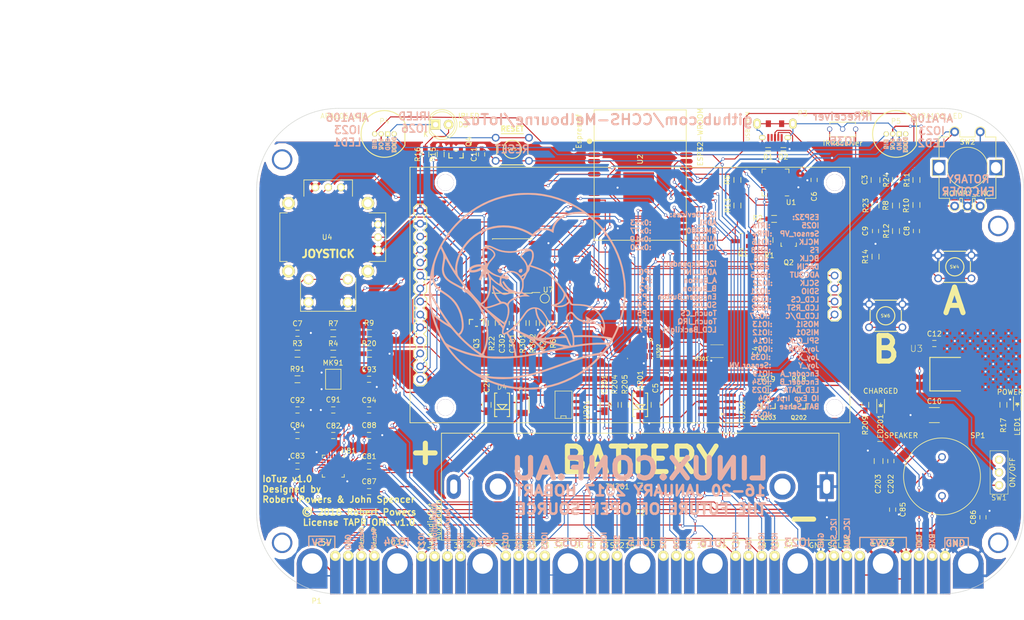
<source format=kicad_pcb>
(kicad_pcb (version 4) (host pcbnew 4.0.4+e1-6308~48~ubuntu16.04.1-stable)
  (layers (0 F.Cu signal) (31 B.Cu signal hide) (34 B.Paste user) (35 F.Paste user) (36 B.SilkS user hide) (37 F.SilkS user) (38 B.Mask user) (39 F.Mask user) (44 Edge.Cuts user))
  (net 0 "")
  (net 1 +3V3)
  (net 2 GND)
  (net 3 +5V)
  (net 4 "Net-(C7-Pad1)")
  (net 5 "Net-(C8-Pad1)")
  (net 6 "Net-(C9-Pad1)")
  (net 7 "Net-(C11-Pad1)")
  (net 8 /Power/VIN)
  (net 9 /Power/3.3V)
  (net 10 /BAT+)
  (net 11 /USB_D+)
  (net 12 "Net-(P3-Pad4)")
  (net 13 /USB_D-)
  (net 14 "Net-(P4-Pad4)")
  (net 15 "Net-(P5-Pad4)")
  (net 16 /EN)
  (net 17 /IO34)
  (net 18 /IO35)
  (net 19 /IO32)
  (net 20 /IO33)
  (net 21 /IO25)
  (net 22 /IO26)
  (net 23 /IO27)
  (net 24 /IO14)
  (net 25 /IO12)
  (net 26 /IO13)
  (net 27 /SD2)
  (net 28 /SD3)
  (net 29 /CMD)
  (net 30 /IO23)
  (net 31 /RXD)
  (net 32 /TXD)
  (net 33 /IO19)
  (net 34 /IO18)
  (net 35 /IO5)
  (net 36 /IO17)
  (net 37 /IO16)
  (net 38 /IO4)
  (net 39 /IO0)
  (net 40 /IO15)
  (net 41 /SD1)
  (net 42 /SD0)
  (net 43 /CLK)
  (net 44 /RTS)
  (net 45 /DTR)
  (net 46 /Power/GIN)
  (net 47 /Power/GBAT)
  (net 48 "Net-(R5-Pad2)")
  (net 49 "Net-(LED201-Pad2)")
  (net 50 "Net-(R204-Pad1)")
  (net 51 "Net-(R205-Pad2)")
  (net 52 /DCD)
  (net 53 /RI)
  (net 54 "Net-(U1-Pad9)")
  (net 55 "Net-(U1-Pad10)")
  (net 56 /ACTIVE)
  (net 57 "Net-(U1-Pad12)")
  (net 58 "Net-(U1-Pad13)")
  (net 59 "Net-(U1-Pad14)")
  (net 60 "Net-(U1-Pad15)")
  (net 61 "Net-(U1-Pad16)")
  (net 62 "Net-(U1-Pad17)")
  (net 63 "Net-(U1-Pad18)")
  (net 64 "Net-(U1-Pad19)")
  (net 65 "Net-(U1-Pad20)")
  (net 66 "Net-(U1-Pad21)")
  (net 67 "Net-(U1-Pad22)")
  (net 68 /CTS)
  (net 69 /DSR)
  (net 70 "Net-(U2-Pad32)")
  (net 71 /Power/3.3V_SWITCH)
  (net 72 /Power/~CHRG)
  (net 73 "/I2C Sensors/ADXL_INT")
  (net 74 /I2C_SDA)
  (net 75 /I2C_SCL)
  (net 76 "Net-(U302-Pad3)")
  (net 77 "Net-(U302-Pad9)")
  (net 78 "Net-(U302-Pad11)")
  (net 79 "Net-(U302-Pad10)")
  (net 80 /Audio/MICBias)
  (net 81 /Audio/MIC-)
  (net 82 "Net-(D3-Pad2)")
  (net 83 "Net-(LED1-Pad2)")
  (net 84 "Net-(U201-Pad6)")
  (net 85 "Net-(F1-Pad1)")
  (net 86 /IO2)
  (net 87 /Sensor_VP)
  (net 88 "Net-(R20-Pad2)")
  (net 89 /Enc_Btn)
  (net 90 /A_Btn)
  (net 91 /B_Btn)
  (net 92 "Net-(R21-Pad1)")
  (net 93 /Sensor_VN)
  (net 94 "Net-(J1-Pad10)")
  (net 95 /BL_Control)
  (net 96 /Touch_Sel)
  (net 97 /Touch_INT)
  (net 98 /SD_Sel)
  (net 99 /MonoAudioOut)
  (net 100 /Audio/AUX)
  (net 101 /AuxAudioIn)
  (net 102 "Net-(C87-Pad2)")
  (net 103 "Net-(C88-Pad2)")
  (net 104 "Net-(C93-Pad1)")
  (net 105 "Net-(MK91-Pad1)")
  (net 106 "Net-(U81-Pad24)")
  (net 107 /ACCEL_INT)
  (net 108 "Net-(Q4-PadD)")
  (net 109 "Net-(Q3-PadD)")
  (net 110 /Audio/Speaker-)
  (net 111 /Audio/Speaker+)
  (net 112 "Net-(MP1-Pad1)")
  (net 113 "Net-(MP2-Pad1)")
  (net 114 "Net-(MP3-Pad1)")
  (net 115 "Net-(Q1-Pad1)")
  (net 116 "Net-(Q2-Pad1)")
  (net 117 "Net-(MP4-Pad1)")
  (net 118 "Net-(R23-Pad1)")
  (net 119 "Net-(R10-Pad1)")
  (module libs:BH-18650 (layer F.Cu) (at 125 129)
    (fp_text reference P2 (at 0 5.08) (layer F.SilkS))
    (fp_text value BATTERY (at -0.05588 -5.19684) (layer F.SilkS) (effects (font (size 5 5) (thickness 1))))
    (fp_text user + (at -42 -6.95) (layer F.SilkS) (effects (font (size 5 5) (thickness 1))))
    (fp_text user - (at 32 6) (layer F.SilkS) (effects (font (size 5 5) (thickness 1))))
    (pad 2 thru_hole oval (at -36.45 0) (size 2.76 4.8) (drill oval 1.38 2.8) (layers *.Cu *.Mask) (net 85 "Net-(F1-Pad1)"))
    (pad "" thru_hole circle (at 27.805 0) (size 5.08 5.08) (drill 3.2) (layers *.Cu *.Mask))
    (pad "" thru_hole circle (at -27.805 0) (size 5.08 5.08) (drill 3.2) (layers *.Cu *.Mask))
    (pad 1 thru_hole rect (at 36.45 0) (size 2.76 4.8) (drill oval 1.38 2.8) (layers *.Cu *.Mask) (net 2 GND))
  )
  (module Resistors_SMD:R_0603_HandSoldering (layer F.Cu) (at 125 129)
    (fp_text reference TH201 (at -4.4196 -0.00508) (layer F.SilkS))
    (fp_text value "10K NTC")
    (pad 1 smd rect (at -1.1 0) (size 1.2 0.9) (layers F.Cu F.Paste F.Mask) (net 51 "Net-(R205-Pad2)"))
    (pad 2 smd rect (at 1.1 0) (size 1.2 0.9) (layers F.Cu F.Paste F.Mask) (net 2 GND))
  )
  (module libs:via.0.6mm-drill.0.4mm (layer F.Cu) (at 185 102)
    (fp_text reference REF** hide)
    (fp_text value via.0.6mm-drill.0.4mm hide)
    (pad 1 thru_hole circle (at 0 0) (size 0.6 0.6) (drill 0.4) (layers *.Cu) (net 2 GND))
  )
  (module libs:via.0.6mm-drill.0.4mm (layer F.Cu) (at 185 99)
    (fp_text reference REF** hide)
    (fp_text value via.0.6mm-drill.0.4mm hide)
    (pad 1 thru_hole circle (at 0 0) (size 0.6 0.6) (drill 0.4) (layers *.Cu) (net 2 GND))
  )
  (module libs:via.0.6mm-drill.0.4mm (layer F.Cu) (at 191 99)
    (fp_text reference REF** hide)
    (fp_text value via.0.6mm-drill.0.4mm hide)
    (pad 1 thru_hole circle (at 0 0) (size 0.6 0.6) (drill 0.4) (layers *.Cu) (net 2 GND))
  )
  (module libs:via.0.6mm-drill.0.4mm (layer F.Cu) (at 186.5 100.5)
    (fp_text reference REF** hide)
    (fp_text value via.0.6mm-drill.0.4mm hide)
    (pad 1 thru_hole circle (at 0 0) (size 0.6 0.6) (drill 0.4) (layers *.Cu) (net 2 GND))
  )
  (module libs:via.0.6mm-drill.0.4mm (layer F.Cu) (at 188 102)
    (fp_text reference REF** hide)
    (fp_text value via.0.6mm-drill.0.4mm hide)
    (pad 1 thru_hole circle (at 0 0) (size 0.6 0.6) (drill 0.4) (layers *.Cu) (net 2 GND))
  )
  (module libs:via.0.6mm-drill.0.4mm (layer F.Cu) (at 188 99)
    (fp_text reference REF** hide)
    (fp_text value via.0.6mm-drill.0.4mm hide)
    (pad 1 thru_hole circle (at 0 0) (size 0.6 0.6) (drill 0.4) (layers *.Cu) (net 2 GND))
  )
  (module libs:via.0.6mm-drill.0.4mm (layer F.Cu) (at 189.5 100.5)
    (fp_text reference REF** hide)
    (fp_text value via.0.6mm-drill.0.4mm hide)
    (pad 1 thru_hole circle (at 0 0) (size 0.6 0.6) (drill 0.4) (layers *.Cu) (net 2 GND))
  )
  (module libs:via.0.6mm-drill.0.4mm (layer F.Cu) (at 192.5 100.5)
    (fp_text reference REF** hide)
    (fp_text value via.0.6mm-drill.0.4mm hide)
    (pad 1 thru_hole circle (at 0 0) (size 0.6 0.6) (drill 0.4) (layers *.Cu) (net 2 GND))
  )
  (module libs:via.0.6mm-drill.0.4mm (layer F.Cu) (at 191 102)
    (fp_text reference REF** hide)
    (fp_text value via.0.6mm-drill.0.4mm hide)
    (pad 1 thru_hole circle (at 0 0) (size 0.6 0.6) (drill 0.4) (layers *.Cu) (net 2 GND))
  )
  (module libs:via.0.6mm-drill.0.4mm (layer F.Cu) (at 194 99)
    (fp_text reference REF** hide)
    (fp_text value via.0.6mm-drill.0.4mm hide)
    (pad 1 thru_hole circle (at 0 0) (size 0.6 0.6) (drill 0.4) (layers *.Cu) (net 2 GND))
  )
  (module libs:via.0.6mm-drill.0.4mm (layer F.Cu) (at 195.5 100.5)
    (fp_text reference REF** hide)
    (fp_text value via.0.6mm-drill.0.4mm hide)
    (pad 1 thru_hole circle (at 0 0) (size 0.6 0.6) (drill 0.4) (layers *.Cu) (net 2 GND))
  )
  (module libs:via.0.6mm-drill.0.4mm (layer F.Cu) (at 197 99)
    (fp_text reference REF** hide)
    (fp_text value via.0.6mm-drill.0.4mm hide)
    (pad 1 thru_hole circle (at 0 0) (size 0.6 0.6) (drill 0.4) (layers *.Cu) (net 2 GND))
  )
  (module libs:via.0.6mm-drill.0.4mm (layer F.Cu) (at 198.5 100.5)
    (fp_text reference REF** hide)
    (fp_text value via.0.6mm-drill.0.4mm hide)
    (pad 1 thru_hole circle (at 0 0) (size 0.6 0.6) (drill 0.4) (layers *.Cu) (net 2 GND))
  )
  (module libs:via.0.6mm-drill.0.4mm (layer F.Cu) (at 194 102)
    (fp_text reference REF** hide)
    (fp_text value via.0.6mm-drill.0.4mm hide)
    (pad 1 thru_hole circle (at 0 0) (size 0.6 0.6) (drill 0.4) (layers *.Cu) (net 2 GND))
  )
  (module libs:via.0.6mm-drill.0.4mm (layer F.Cu) (at 192.5 103.5)
    (fp_text reference REF** hide)
    (fp_text value via.0.6mm-drill.0.4mm hide)
    (pad 1 thru_hole circle (at 0 0) (size 0.6 0.6) (drill 0.4) (layers *.Cu) (net 2 GND))
  )
  (module libs:via.0.6mm-drill.0.4mm (layer F.Cu) (at 195.5 103.5)
    (fp_text reference REF** hide)
    (fp_text value via.0.6mm-drill.0.4mm hide)
    (pad 1 thru_hole circle (at 0 0) (size 0.6 0.6) (drill 0.4) (layers *.Cu) (net 2 GND))
  )
  (module libs:via.0.6mm-drill.0.4mm (layer F.Cu) (at 197 102)
    (fp_text reference REF** hide)
    (fp_text value via.0.6mm-drill.0.4mm hide)
    (pad 1 thru_hole circle (at 0 0) (size 0.6 0.6) (drill 0.4) (layers *.Cu) (net 2 GND))
  )
  (module libs:via.0.6mm-drill.0.4mm (layer F.Cu) (at 198.5 103.5)
    (fp_text reference REF** hide)
    (fp_text value via.0.6mm-drill.0.4mm hide)
    (pad 1 thru_hole circle (at 0 0) (size 0.6 0.6) (drill 0.4) (layers *.Cu) (net 2 GND))
  )
  (module libs:via.0.6mm-drill.0.4mm (layer F.Cu) (at 194 105)
    (fp_text reference REF** hide)
    (fp_text value via.0.6mm-drill.0.4mm hide)
    (pad 1 thru_hole circle (at 0 0) (size 0.6 0.6) (drill 0.4) (layers *.Cu) (net 2 GND))
  )
  (module libs:via.0.6mm-drill.0.4mm (layer F.Cu) (at 192.5 106.5)
    (fp_text reference REF** hide)
    (fp_text value via.0.6mm-drill.0.4mm hide)
    (pad 1 thru_hole circle (at 0 0) (size 0.6 0.6) (drill 0.4) (layers *.Cu) (net 2 GND))
  )
  (module libs:via.0.6mm-drill.0.4mm (layer F.Cu) (at 195.5 106.5)
    (fp_text reference REF** hide)
    (fp_text value via.0.6mm-drill.0.4mm hide)
    (pad 1 thru_hole circle (at 0 0) (size 0.6 0.6) (drill 0.4) (layers *.Cu) (net 2 GND))
  )
  (module libs:via.0.6mm-drill.0.4mm (layer F.Cu) (at 197 105)
    (fp_text reference REF** hide)
    (fp_text value via.0.6mm-drill.0.4mm hide)
    (pad 1 thru_hole circle (at 0 0) (size 0.6 0.6) (drill 0.4) (layers *.Cu) (net 2 GND))
  )
  (module libs:via.0.6mm-drill.0.4mm (layer F.Cu) (at 198.5 106.5)
    (fp_text reference REF** hide)
    (fp_text value via.0.6mm-drill.0.4mm hide)
    (pad 1 thru_hole circle (at 0 0) (size 0.6 0.6) (drill 0.4) (layers *.Cu) (net 2 GND))
  )
  (module libs:via.0.6mm-drill.0.4mm (layer F.Cu) (at 198.5 109.5)
    (fp_text reference REF** hide)
    (fp_text value via.0.6mm-drill.0.4mm hide)
    (pad 1 thru_hole circle (at 0 0) (size 0.6 0.6) (drill 0.4) (layers *.Cu) (net 2 GND))
  )
  (module libs:via.0.6mm-drill.0.4mm (layer F.Cu) (at 195.5 109.5)
    (fp_text reference REF** hide)
    (fp_text value via.0.6mm-drill.0.4mm hide)
    (pad 1 thru_hole circle (at 0 0) (size 0.6 0.6) (drill 0.4) (layers *.Cu) (net 2 GND))
  )
  (module libs:via.0.6mm-drill.0.4mm (layer F.Cu) (at 197 108)
    (fp_text reference REF** hide)
    (fp_text value via.0.6mm-drill.0.4mm hide)
    (pad 1 thru_hole circle (at 0 0) (size 0.6 0.6) (drill 0.4) (layers *.Cu) (net 2 GND))
  )
  (module libs:via.0.6mm-drill.0.4mm (layer F.Cu) (at 194 108)
    (fp_text reference REF** hide)
    (fp_text value via.0.6mm-drill.0.4mm hide)
    (pad 1 thru_hole circle (at 0 0) (size 0.6 0.6) (drill 0.4) (layers *.Cu) (net 2 GND))
  )
  (module freetronics_footprints:SOT23_FET (layer F.Cu) (at 156 113 180)
    (fp_text reference Q202 (at 0 -2.5 180) (layer F.SilkS) (effects (font (size 0.8 0.8))))
    (fp_text value FDN340P)
    (pad D smd rect (at 0 -1.09982 180) (size 0.8001 0.89916) (layers F.Cu F.Paste F.Mask) (net 8 /Power/VIN))
    (pad G smd rect (at -0.94996 1.00076 180) (size 0.8001 0.89916) (layers F.Cu F.Paste F.Mask) (net 46 /Power/GIN))
    (pad S smd rect (at 0.94996 1.00076 180) (size 0.8001 0.89916) (layers F.Cu F.Paste F.Mask) (net 9 /Power/3.3V))
  )
  (module libs:MountingHole_3.2mm_M3.IoTuz (layer F.Cu) (at 195 78)
    (fp_text reference MP4 hide)
    (fp_text value M3 hide)
    (pad 1 thru_hole circle (at 0 0) (size 4 4) (drill 3.2) (layers *.Cu *.Mask) (net 117 "Net-(MP4-Pad1)") (clearance 1.2))
  )
  (module Capacitors_SMD:C_0603_HandSoldering (layer F.Cu) (at 149 102.5 90)
    (fp_text reference C4 (at 0 -1.5 90) (layer F.SilkS))
    (fp_text value 0.1uF)
    (pad 1 smd rect (at -0.95 0 90) (size 1.2 0.75) (layers F.Cu F.Paste F.Mask) (net 1 +3V3))
    (pad 2 smd rect (at 0.95 0 90) (size 1.2 0.75) (layers F.Cu F.Paste F.Mask) (net 2 GND))
  )
  (module Capacitors_SMD:C_0603_HandSoldering (layer F.Cu) (at 159 69 270)
    (fp_text reference C6 (at 3.24 0 270) (layer F.SilkS))
    (fp_text value 0.1uF)
    (pad 1 smd rect (at -0.95 0 270) (size 1.2 0.75) (layers F.Cu F.Paste F.Mask) (net 3 +5V))
    (pad 2 smd rect (at 0.95 0 270) (size 1.2 0.75) (layers F.Cu F.Paste F.Mask) (net 2 GND))
  )
  (module Capacitors_SMD:C_0603_HandSoldering (layer F.Cu) (at 58 99)
    (fp_text reference C7 (at 0 -1.9) (layer F.SilkS))
    (fp_text value 1nF)
    (pad 1 smd rect (at -0.95 0) (size 1.2 0.75) (layers F.Cu F.Paste F.Mask) (net 4 "Net-(C7-Pad1)"))
    (pad 2 smd rect (at 0.95 0) (size 1.2 0.75) (layers F.Cu F.Paste F.Mask) (net 2 GND))
  )
  (module Capacitors_SMD:C_0603_HandSoldering (layer F.Cu) (at 179 79 90)
    (fp_text reference C8 (at 0 -1.9 90) (layer F.SilkS))
    (fp_text value 1nF)
    (pad 1 smd rect (at -0.95 0 90) (size 1.2 0.75) (layers F.Cu F.Paste F.Mask) (net 5 "Net-(C8-Pad1)"))
    (pad 2 smd rect (at 0.95 0 90) (size 1.2 0.75) (layers F.Cu F.Paste F.Mask) (net 2 GND))
  )
  (module Capacitors_SMD:C_0603_HandSoldering (layer F.Cu) (at 171 79 270)
    (fp_text reference C9 (at 0 2 270) (layer F.SilkS))
    (fp_text value 1nF)
    (pad 1 smd rect (at -0.95 0 270) (size 1.2 0.75) (layers F.Cu F.Paste F.Mask) (net 6 "Net-(C9-Pad1)"))
    (pad 2 smd rect (at 0.95 0 270) (size 1.2 0.75) (layers F.Cu F.Paste F.Mask) (net 2 GND))
  )
  (module Capacitors_SMD:C_0603_HandSoldering (layer F.Cu) (at 94 64 270)
    (fp_text reference C11 (at 0 1.5 270) (layer F.SilkS))
    (fp_text value 1uF)
    (pad 1 smd rect (at -0.95 0 270) (size 1.2 0.75) (layers F.Cu F.Paste F.Mask) (net 7 "Net-(C11-Pad1)"))
    (pad 2 smd rect (at 0.95 0 270) (size 1.2 0.75) (layers F.Cu F.Paste F.Mask) (net 2 GND))
  )
  (module freetronics_footprints:DIODE_SMA (layer F.Cu) (at 98 113 270)
    (fp_text reference D4 (at -3.5 0.02 360) (layer F.SilkS) (effects (font (thickness 0.1))))
    (fp_text value SS14)
    (pad A smd rect (at -2.14884 0 270) (size 1.27 1.47066) (layers F.Cu F.Paste F.Mask) (net 2 GND))
    (pad K smd rect (at 2.14884 0 270) (size 1.27 1.47066) (layers F.Cu F.Paste F.Mask) (net 10 /BAT+))
  )
  (module freetronics_footprints:DIODE_SMA (layer F.Cu) (at 125 113 270)
    (fp_text reference D201 (at -4.84 -0.02 270) (layer F.SilkS))
    (fp_text value SS14)
    (pad A smd rect (at -2.14884 0 270) (size 1.27 1.47066) (layers F.Cu F.Paste F.Mask) (net 3 +5V))
    (pad K smd rect (at 2.14884 0 270) (size 1.27 1.47066) (layers F.Cu F.Paste F.Mask) (net 8 /Power/VIN))
  )
  (module freetronics_footprints:1210 (layer F.Cu) (at 102 113 90)
    (fp_text reference F1 (at 2.94 0.02 180) (layer F.SilkS) (effects (font (thickness 0.1))))
    (fp_text value "1A PTC")
    (pad 1 smd rect (at -1.59766 0 90) (size 1.19888 1.99898) (layers F.Cu F.Paste F.Mask) (net 85 "Net-(F1-Pad1)"))
    (pad 2 smd rect (at 1.59766 0 90) (size 1.19888 1.99898) (layers F.Cu F.Paste F.Mask) (net 10 /BAT+))
  )
  (module freetronics_footprints:SOT23_FET (layer F.Cu) (at 150 113 180)
    (fp_text reference Q203 (at 0 -2.5 180) (layer F.SilkS) (effects (font (size 0.8 0.8))))
    (fp_text value FDN340P)
    (pad D smd rect (at 0 -1.09982 180) (size 0.8001 0.89916) (layers F.Cu F.Paste F.Mask) (net 10 /BAT+))
    (pad G smd rect (at -0.94996 1.00076 180) (size 0.8001 0.89916) (layers F.Cu F.Paste F.Mask) (net 47 /Power/GBAT))
    (pad S smd rect (at 0.94996 1.00076 180) (size 0.8001 0.89916) (layers F.Cu F.Paste F.Mask) (net 9 /Power/3.3V))
  )
  (module Resistors_SMD:R_0603_HandSoldering (layer F.Cu) (at 150.275 80.75 90)
    (fp_text reference R1 (at -3.03 -0.005 180) (layer F.SilkS))
    (fp_text value "12K(1%)")
    (pad 1 smd rect (at -1.1 0 90) (size 1.2 0.9) (layers F.Cu F.Paste F.Mask) (net 115 "Net-(Q1-Pad1)"))
    (pad 2 smd rect (at 1.1 0 90) (size 1.2 0.9) (layers F.Cu F.Paste F.Mask) (net 45 /DTR))
  )
  (module Resistors_SMD:R_0603_HandSoldering (layer F.Cu) (at 151.175 76.625 180)
    (fp_text reference R2 (at 3.175 0.125 180) (layer F.SilkS))
    (fp_text value "12K(1%)")
    (pad 1 smd rect (at -1.1 0 180) (size 1.2 0.9) (layers F.Cu F.Paste F.Mask) (net 116 "Net-(Q2-Pad1)"))
    (pad 2 smd rect (at 1.1 0 180) (size 1.2 0.9) (layers F.Cu F.Paste F.Mask) (net 44 /RTS))
  )
  (module Resistors_SMD:R_0603_HandSoldering (layer F.Cu) (at 58 103)
    (fp_text reference R3 (at 0 -2) (layer F.SilkS))
    (fp_text value 1M)
    (pad 1 smd rect (at -1.1 0) (size 1.2 0.9) (layers F.Cu F.Paste F.Mask) (net 10 /BAT+))
    (pad 2 smd rect (at 1.1 0) (size 1.2 0.9) (layers F.Cu F.Paste F.Mask) (net 86 /IO2))
  )
  (module Resistors_SMD:R_0603_HandSoldering (layer F.Cu) (at 65 103 180)
    (fp_text reference R4 (at 0 2 180) (layer F.SilkS))
    (fp_text value 100K)
    (pad 1 smd rect (at -1.1 0 180) (size 1.2 0.9) (layers F.Cu F.Paste F.Mask) (net 88 "Net-(R20-Pad2)"))
    (pad 2 smd rect (at 1.1 0 180) (size 1.2 0.9) (layers F.Cu F.Paste F.Mask) (net 86 /IO2))
  )
  (module Resistors_SMD:R_0603_HandSoldering (layer F.Cu) (at 144 69 270)
    (fp_text reference R5 (at 0 2 270) (layer F.SilkS))
    (fp_text value "470R(1%)")
    (pad 1 smd rect (at -1.1 0 270) (size 1.2 0.9) (layers F.Cu F.Paste F.Mask) (net 32 /TXD))
    (pad 2 smd rect (at 1.1 0 270) (size 1.2 0.9) (layers F.Cu F.Paste F.Mask) (net 48 "Net-(R5-Pad2)"))
  )
  (module Resistors_SMD:R_0603_HandSoldering (layer F.Cu) (at 108 97 270)
    (fp_text reference R6 (at 4 0 270) (layer F.SilkS))
    (fp_text value 10K)
    (pad 1 smd rect (at -1.1 0 270) (size 1.2 0.9) (layers F.Cu F.Paste F.Mask) (net 107 /ACCEL_INT))
    (pad 2 smd rect (at 1.1 0 270) (size 1.2 0.9) (layers F.Cu F.Paste F.Mask) (net 73 "/I2C Sensors/ADXL_INT"))
  )
  (module Resistors_SMD:R_0603_HandSoldering (layer F.Cu) (at 65 99)
    (fp_text reference R7 (at 0 -1.9) (layer F.SilkS))
    (fp_text value "470R(1%)")
    (pad 1 smd rect (at -1.1 0) (size 1.2 0.9) (layers F.Cu F.Paste F.Mask) (net 4 "Net-(C7-Pad1)"))
    (pad 2 smd rect (at 1.1 0) (size 1.2 0.9) (layers F.Cu F.Paste F.Mask) (net 39 /IO0))
  )
  (module Resistors_SMD:R_0603_HandSoldering (layer F.Cu) (at 175 74 270)
    (fp_text reference R8 (at 0 2 270) (layer F.SilkS))
    (fp_text value 10K)
    (pad 1 smd rect (at -1.1 0 270) (size 1.2 0.9) (layers F.Cu F.Paste F.Mask) (net 118 "Net-(R23-Pad1)"))
    (pad 2 smd rect (at 1.1 0 270) (size 1.2 0.9) (layers F.Cu F.Paste F.Mask) (net 1 +3V3))
  )
  (module Resistors_SMD:R_0603_HandSoldering (layer F.Cu) (at 179 73.9 270)
    (fp_text reference R10 (at 0.1 2 270) (layer F.SilkS))
    (fp_text value 10K)
    (pad 1 smd rect (at -1.1 0 270) (size 1.2 0.9) (layers F.Cu F.Paste F.Mask) (net 119 "Net-(R10-Pad1)"))
    (pad 2 smd rect (at 1.1 0 270) (size 1.2 0.9) (layers F.Cu F.Paste F.Mask) (net 1 +3V3))
  )
  (module Resistors_SMD:R_0603_HandSoldering (layer F.Cu) (at 179 69 90)
    (fp_text reference R11 (at 0 -1.9 90) (layer F.SilkS))
    (fp_text value 10K)
    (pad 1 smd rect (at -1.1 0 90) (size 1.2 0.9) (layers F.Cu F.Paste F.Mask) (net 1 +3V3))
    (pad 2 smd rect (at 1.1 0 90) (size 1.2 0.9) (layers F.Cu F.Paste F.Mask) (net 89 /Enc_Btn))
  )
  (module Resistors_SMD:R_0603_HandSoldering (layer F.Cu) (at 175 79 90)
    (fp_text reference R12 (at 0 -1.9 90) (layer F.SilkS))
    (fp_text value "470R(1%)")
    (pad 1 smd rect (at -1.1 0 90) (size 1.2 0.9) (layers F.Cu F.Paste F.Mask) (net 90 /A_Btn))
    (pad 2 smd rect (at 1.1 0 90) (size 1.2 0.9) (layers F.Cu F.Paste F.Mask) (net 5 "Net-(C8-Pad1)"))
  )
  (module Resistors_SMD:R_0603_HandSoldering (layer F.Cu) (at 144 74 90)
    (fp_text reference R13 (at 0 -1.9 90) (layer F.SilkS))
    (fp_text value "470R(1%)")
    (pad 1 smd rect (at -1.1 0 90) (size 1.2 0.9) (layers F.Cu F.Paste F.Mask) (net 16 /EN))
    (pad 2 smd rect (at 1.1 0 90) (size 1.2 0.9) (layers F.Cu F.Paste F.Mask) (net 7 "Net-(C11-Pad1)"))
  )
  (module Resistors_SMD:R_0603_HandSoldering (layer F.Cu) (at 171 84 90)
    (fp_text reference R14 (at 0 -2 90) (layer F.SilkS))
    (fp_text value "470R(1%)")
    (pad 1 smd rect (at -1.1 0 90) (size 1.2 0.9) (layers F.Cu F.Paste F.Mask) (net 91 /B_Btn))
    (pad 2 smd rect (at 1.1 0 90) (size 1.2 0.9) (layers F.Cu F.Paste F.Mask) (net 6 "Net-(C9-Pad1)"))
  )
  (module Resistors_SMD:R_0603_HandSoldering (layer F.Cu) (at 156 110 180)
    (fp_text reference R18 (at 0 2 180) (layer F.SilkS))
    (fp_text value 100K)
    (pad 1 smd rect (at -1.1 0 180) (size 1.2 0.9) (layers F.Cu F.Paste F.Mask) (net 46 /Power/GIN))
    (pad 2 smd rect (at 1.1 0 180) (size 1.2 0.9) (layers F.Cu F.Paste F.Mask) (net 2 GND))
  )
  (module Resistors_SMD:R_0603_HandSoldering (layer F.Cu) (at 150 110)
    (fp_text reference R19 (at 0 -2) (layer F.SilkS))
    (fp_text value 100K)
    (pad 1 smd rect (at -1.1 0) (size 1.2 0.9) (layers F.Cu F.Paste F.Mask) (net 9 /Power/3.3V))
    (pad 2 smd rect (at 1.1 0) (size 1.2 0.9) (layers F.Cu F.Paste F.Mask) (net 47 /Power/GBAT))
  )
  (module Resistors_SMD:R_0603_HandSoldering (layer F.Cu) (at 120 113 90)
    (fp_text reference R204 (at 4 0 90) (layer F.SilkS))
    (fp_text value "3.6K 1%")
    (pad 1 smd rect (at -1.1 0 90) (size 1.2 0.9) (layers F.Cu F.Paste F.Mask) (net 50 "Net-(R204-Pad1)"))
    (pad 2 smd rect (at 1.1 0 90) (size 1.2 0.9) (layers F.Cu F.Paste F.Mask) (net 2 GND))
  )
  (module Resistors_SMD:R_0603_HandSoldering (layer F.Cu) (at 122 113 270)
    (fp_text reference R205 (at -4 0 270) (layer F.SilkS))
    (fp_text value "7.15K 1%")
    (pad 1 smd rect (at -1.1 0 270) (size 1.2 0.9) (layers F.Cu F.Paste F.Mask) (net 8 /Power/VIN))
    (pad 2 smd rect (at 1.1 0 270) (size 1.2 0.9) (layers F.Cu F.Paste F.Mask) (net 51 "Net-(R205-Pad2)"))
  )
  (module freetronics_footprints:SW_PUSHBUTTON_PTH (layer F.Cu) (at 100 63)
    (fp_text reference SW5 (at -0.05 0) (layer F.SilkS) (effects (font (size 0.6 0.6) (thickness 0.1))))
    (fp_text value RESET (at 0 -4) (layer F.SilkS) (effects (font (thickness 0.25))))
    (pad 1 thru_hole oval (at -3.2512 -2.2606) (size 1.524 1.524) (drill 1.016) (layers *.Cu *.Mask) (net 2 GND))
    (pad 1 thru_hole oval (at 3.2512 -2.2606) (size 1.524 1.524) (drill 1.016) (layers *.Cu *.Mask) (net 2 GND))
    (pad 2 thru_hole oval (at -3.2512 2.2606) (size 1.524 1.524) (drill 1.016) (layers *.Cu *.Mask) (net 7 "Net-(C11-Pad1)"))
    (pad 2 thru_hole oval (at 3.2512 2.2606) (size 1.524 1.524) (drill 1.016) (layers *.Cu *.Mask) (net 7 "Net-(C11-Pad1)"))
  )
  (module Housings_DFN_QFN:QFN-28-1EP_5x5mm_Pitch0.5mm (layer F.Cu) (at 151.45 69.5 180)
    (fp_text reference U1 (at -3.05 -3.875 180) (layer F.SilkS))
    (fp_text value CP2102)
    (pad 1 smd oval (at -2.45 -1.5 180) (size 0.85 0.3) (layers F.Cu F.Paste F.Mask) (net 52 /DCD))
    (pad 2 smd oval (at -2.45 -1 180) (size 0.85 0.3) (layers F.Cu F.Paste F.Mask) (net 53 /RI))
    (pad 3 smd oval (at -2.45 -0.5 180) (size 0.85 0.3) (layers F.Cu F.Paste F.Mask) (net 2 GND))
    (pad 4 smd oval (at -2.45 0 180) (size 0.85 0.3) (layers F.Cu F.Paste F.Mask) (net 11 /USB_D+))
    (pad 5 smd oval (at -2.45 0.5 180) (size 0.85 0.3) (layers F.Cu F.Paste F.Mask) (net 13 /USB_D-))
    (pad 6 smd oval (at -2.45 1 180) (size 0.85 0.3) (layers F.Cu F.Paste F.Mask) (net 1 +3V3))
    (pad 7 smd oval (at -2.45 1.5 180) (size 0.85 0.3) (layers F.Cu F.Paste F.Mask) (net 1 +3V3))
    (pad 8 smd oval (at -1.5 2.45 270) (size 0.85 0.3) (layers F.Cu F.Paste F.Mask) (net 3 +5V))
    (pad 9 smd oval (at -1 2.45 270) (size 0.85 0.3) (layers F.Cu F.Paste F.Mask) (net 54 "Net-(U1-Pad9)"))
    (pad 10 smd oval (at -0.5 2.45 270) (size 0.85 0.3) (layers F.Cu F.Paste F.Mask) (net 55 "Net-(U1-Pad10)"))
    (pad 11 smd oval (at 0 2.45 270) (size 0.85 0.3) (layers F.Cu F.Paste F.Mask) (net 56 /ACTIVE))
    (pad 12 smd oval (at 0.5 2.45 270) (size 0.85 0.3) (layers F.Cu F.Paste F.Mask) (net 57 "Net-(U1-Pad12)"))
    (pad 13 smd oval (at 1 2.45 270) (size 0.85 0.3) (layers F.Cu F.Paste F.Mask) (net 58 "Net-(U1-Pad13)"))
    (pad 14 smd oval (at 1.5 2.45 270) (size 0.85 0.3) (layers F.Cu F.Paste F.Mask) (net 59 "Net-(U1-Pad14)"))
    (pad 15 smd oval (at 2.45 1.5 180) (size 0.85 0.3) (layers F.Cu F.Paste F.Mask) (net 60 "Net-(U1-Pad15)"))
    (pad 16 smd oval (at 2.45 1 180) (size 0.85 0.3) (layers F.Cu F.Paste F.Mask) (net 61 "Net-(U1-Pad16)"))
    (pad 17 smd oval (at 2.45 0.5 180) (size 0.85 0.3) (layers F.Cu F.Paste F.Mask) (net 62 "Net-(U1-Pad17)"))
    (pad 18 smd oval (at 2.45 0 180) (size 0.85 0.3) (layers F.Cu F.Paste F.Mask) (net 63 "Net-(U1-Pad18)"))
    (pad 19 smd oval (at 2.45 -0.5 180) (size 0.85 0.3) (layers F.Cu F.Paste F.Mask) (net 64 "Net-(U1-Pad19)"))
    (pad 20 smd oval (at 2.45 -1 180) (size 0.85 0.3) (layers F.Cu F.Paste F.Mask) (net 65 "Net-(U1-Pad20)"))
    (pad 21 smd oval (at 2.45 -1.5 180) (size 0.85 0.3) (layers F.Cu F.Paste F.Mask) (net 66 "Net-(U1-Pad21)"))
    (pad 22 smd oval (at 1.5 -2.45 270) (size 0.85 0.3) (layers F.Cu F.Paste F.Mask) (net 67 "Net-(U1-Pad22)"))
    (pad 23 smd oval (at 1 -2.45 270) (size 0.85 0.3) (layers F.Cu F.Paste F.Mask) (net 68 /CTS))
    (pad 24 smd oval (at 0.5 -2.45 270) (size 0.85 0.3) (layers F.Cu F.Paste F.Mask) (net 44 /RTS))
    (pad 25 smd oval (at 0 -2.45 270) (size 0.85 0.3) (layers F.Cu F.Paste F.Mask) (net 31 /RXD))
    (pad 26 smd oval (at -0.5 -2.45 270) (size 0.85 0.3) (layers F.Cu F.Paste F.Mask) (net 48 "Net-(R5-Pad2)"))
    (pad 27 smd oval (at -1 -2.45 270) (size 0.85 0.3) (layers F.Cu F.Paste F.Mask) (net 69 /DSR))
    (pad 28 smd oval (at -1.5 -2.45 270) (size 0.85 0.3) (layers F.Cu F.Paste F.Mask) (net 45 /DTR))
    (pad 29 smd rect (at 0.8375 0.8375 180) (size 1.675 1.675) (layers F.Cu F.Paste F.Mask) (net 2 GND))
    (pad 29 smd rect (at 0.8375 -0.8375 180) (size 1.675 1.675) (layers F.Cu F.Paste F.Mask) (net 2 GND))
    (pad 29 smd rect (at -0.8375 0.8375 180) (size 1.675 1.675) (layers F.Cu F.Paste F.Mask) (net 2 GND))
    (pad 29 smd rect (at -0.8375 -0.8375 180) (size 1.675 1.675) (layers F.Cu F.Paste F.Mask) (net 2 GND))
  )
  (module ESP32-footprints-Lib:ESP32-WROOM (layer F.Cu) (at 125 68.05 180)
    (fp_text reference U2 (at 0.0058 3.0888 270) (layer F.SilkS))
    (fp_text value ESP32-WROOM hide)
    (fp_text user Espressif (at 12 8.55 270) (layer F.SilkS))
    (fp_text user ESP32-WROOM (at -11.75 7.45 270) (layer F.SilkS))
    (pad 38 smd oval (at -9 5.25 180) (size 2.5 0.9) (layers F.Cu F.Paste F.Mask) (net 2 GND))
    (pad 37 smd oval (at -9 3.98 180) (size 2.5 0.9) (layers F.Cu F.Paste F.Mask) (net 30 /IO23))
    (pad 36 smd oval (at -9 2.71 180) (size 2.5 0.9) (layers F.Cu F.Paste F.Mask) (net 75 /I2C_SCL))
    (pad 35 smd oval (at -9 1.44 180) (size 2.5 0.9) (layers F.Cu F.Paste F.Mask) (net 31 /RXD))
    (pad 34 smd oval (at -9 0.17 180) (size 2.5 0.9) (layers F.Cu F.Paste F.Mask) (net 32 /TXD))
    (pad 33 smd oval (at -9 -1.1 180) (size 2.5 0.9) (layers F.Cu F.Paste F.Mask) (net 74 /I2C_SDA))
    (pad 32 smd oval (at -9 -2.37 180) (size 2.5 0.9) (layers F.Cu F.Paste F.Mask) (net 70 "Net-(U2-Pad32)"))
    (pad 31 smd oval (at -9 -3.64 180) (size 2.5 0.9) (layers F.Cu F.Paste F.Mask) (net 33 /IO19))
    (pad 30 smd oval (at -9 -4.91 180) (size 2.5 0.9) (layers F.Cu F.Paste F.Mask) (net 34 /IO18))
    (pad 29 smd oval (at -9 -6.18 180) (size 2.5 0.9) (layers F.Cu F.Paste F.Mask) (net 35 /IO5))
    (pad 28 smd oval (at -9 -7.45 180) (size 2.5 0.9) (layers F.Cu F.Paste F.Mask) (net 36 /IO17))
    (pad 27 smd oval (at -9 -8.72 180) (size 2.5 0.9) (layers F.Cu F.Paste F.Mask) (net 37 /IO16))
    (pad 26 smd oval (at -9 -9.99 180) (size 2.5 0.9) (layers F.Cu F.Paste F.Mask) (net 38 /IO4))
    (pad 25 smd oval (at -9 -11.26 180) (size 2.5 0.9) (layers F.Cu F.Paste F.Mask) (net 39 /IO0))
    (pad 24 smd oval (at -5.715 -12.75 180) (size 0.9 2.5) (layers F.Cu F.Paste F.Mask) (net 86 /IO2))
    (pad 23 smd oval (at -4.445 -12.75 180) (size 0.9 2.5) (layers F.Cu F.Paste F.Mask) (net 40 /IO15))
    (pad 22 smd oval (at -3.175 -12.75 180) (size 0.9 2.5) (layers F.Cu F.Paste F.Mask) (net 41 /SD1))
    (pad 21 smd oval (at -1.905 -12.75 180) (size 0.9 2.5) (layers F.Cu F.Paste F.Mask) (net 42 /SD0))
    (pad 20 smd oval (at -0.635 -12.75 180) (size 0.9 2.5) (layers F.Cu F.Paste F.Mask) (net 43 /CLK))
    (pad 19 smd oval (at 0.635 -12.75 180) (size 0.9 2.5) (layers F.Cu F.Paste F.Mask) (net 29 /CMD))
    (pad 18 smd oval (at 1.905 -12.75 180) (size 0.9 2.5) (layers F.Cu F.Paste F.Mask) (net 28 /SD3))
    (pad 17 smd oval (at 3.175 -12.75 180) (size 0.9 2.5) (layers F.Cu F.Paste F.Mask) (net 27 /SD2))
    (pad 16 smd oval (at 4.445 -12.75 180) (size 0.9 2.5) (layers F.Cu F.Paste F.Mask) (net 26 /IO13))
    (pad 15 smd oval (at 5.715 -12.75 180) (size 0.9 2.5) (layers F.Cu F.Paste F.Mask) (net 2 GND))
    (pad 14 smd oval (at 9 -11.26 180) (size 2.5 0.9) (layers F.Cu F.Paste F.Mask) (net 25 /IO12))
    (pad 13 smd oval (at 9 -9.99 180) (size 2.5 0.9) (layers F.Cu F.Paste F.Mask) (net 24 /IO14))
    (pad 12 smd oval (at 9 -8.72 180) (size 2.5 0.9) (layers F.Cu F.Paste F.Mask) (net 23 /IO27))
    (pad 11 smd oval (at 9 -7.45 180) (size 2.5 0.9) (layers F.Cu F.Paste F.Mask) (net 22 /IO26))
    (pad 10 smd oval (at 9 -6.18 180) (size 2.5 0.9) (layers F.Cu F.Paste F.Mask) (net 21 /IO25))
    (pad 9 smd oval (at 9 -4.91 180) (size 2.5 0.9) (layers F.Cu F.Paste F.Mask) (net 20 /IO33))
    (pad 8 smd oval (at 9 -3.64 180) (size 2.5 0.9) (layers F.Cu F.Paste F.Mask) (net 19 /IO32))
    (pad 7 smd oval (at 9 -2.37 180) (size 2.5 0.9) (layers F.Cu F.Paste F.Mask) (net 18 /IO35))
    (pad 6 smd oval (at 9 -1.1 180) (size 2.5 0.9) (layers F.Cu F.Paste F.Mask) (net 17 /IO34))
    (pad 5 smd oval (at 9 0.17 180) (size 2.5 0.9) (layers F.Cu F.Paste F.Mask) (net 93 /Sensor_VN))
    (pad 4 smd oval (at 9 1.44 180) (size 2.5 0.9) (layers F.Cu F.Paste F.Mask) (net 87 /Sensor_VP))
    (pad 3 smd oval (at 9 2.71 180) (size 2.5 0.9) (layers F.Cu F.Paste F.Mask) (net 16 /EN))
    (pad 2 smd oval (at 9 3.98 180) (size 2.5 0.9) (layers F.Cu F.Paste F.Mask) (net 1 +3V3))
    (pad 1 smd oval (at 9 5.25 180) (size 2.5 0.9) (layers F.Cu F.Paste F.Mask) (net 2 GND))
    (pad 39 smd rect (at 0.3 -2.45 180) (size 6 6) (layers F.Cu F.Paste F.Mask) (net 2 GND))
  )
  (module libs:CN3063_SOIC8_EP (layer F.Cu) (at 110 113 90)
    (fp_text reference U201 (at -1 4.5 270) (layer F.SilkS))
    (fp_text value CN3063)
    (pad 8 smd rect (at -1.905 -2.667 90) (size 0.59944 1.39954) (layers F.Cu F.Paste F.Mask) (net 10 /BAT+))
    (pad 1 smd rect (at -1.905 2.667 90) (size 0.59944 1.39954) (layers F.Cu F.Paste F.Mask) (net 51 "Net-(R205-Pad2)"))
    (pad 7 smd rect (at -0.635 -2.667 90) (size 0.59944 1.39954) (layers F.Cu F.Paste F.Mask) (net 72 /Power/~CHRG))
    (pad 6 smd rect (at 0.635 -2.667 90) (size 0.59944 1.39954) (layers F.Cu F.Paste F.Mask) (net 84 "Net-(U201-Pad6)"))
    (pad 5 smd rect (at 1.905 -2.667 90) (size 0.59944 1.39954) (layers F.Cu F.Paste F.Mask) (net 10 /BAT+))
    (pad 2 smd rect (at -0.635 2.667 90) (size 0.59944 1.39954) (layers F.Cu F.Paste F.Mask) (net 50 "Net-(R204-Pad1)"))
    (pad 3 smd rect (at 0.635 2.667 90) (size 0.59944 1.39954) (layers F.Cu F.Paste F.Mask) (net 2 GND))
    (pad 4 smd rect (at 1.905 2.667 90) (size 0.59944 1.39954) (layers F.Cu F.Paste F.Mask) (net 8 /Power/VIN))
    (pad PAD smd rect (at 0 0 90) (size 3.3 2.4) (layers F.Cu F.Paste F.Mask) (net 2 GND))
  )
  (module freetronics_footprints:SO08_4mm (layer F.Cu) (at 140 113 90)
    (fp_text reference U202 (at -1 5 270) (layer F.SilkS) (effects (font (thickness 0.125))))
    (fp_text value MCP6002)
    (pad 2 smd rect (at -0.635 2.59842 90) (size 0.59944 2.19964) (layers F.Cu F.Paste F.Mask) (net 8 /Power/VIN))
    (pad 7 smd rect (at -0.635 -2.59842 90) (size 0.59944 2.19964) (layers F.Cu F.Paste F.Mask) (net 47 /Power/GBAT))
    (pad 1 smd rect (at -1.905 2.59842 90) (size 0.59944 2.19964) (layers F.Cu F.Paste F.Mask) (net 46 /Power/GIN))
    (pad 3 smd rect (at 0.635 2.59842 90) (size 0.59944 2.19964) (layers F.Cu F.Paste F.Mask) (net 10 /BAT+))
    (pad 4 smd rect (at 1.905 2.59842 90) (size 0.59944 2.19964) (layers F.Cu F.Paste F.Mask) (net 2 GND))
    (pad 8 smd rect (at -1.905 -2.59842 90) (size 0.59944 2.19964) (layers F.Cu F.Paste F.Mask) (net 9 /Power/3.3V))
    (pad 6 smd rect (at 0.635 -2.59842 90) (size 0.59944 2.19964) (layers F.Cu F.Paste F.Mask) (net 8 /Power/VIN))
    (pad 5 smd rect (at 1.905 -2.59842 90) (size 0.59944 2.19964) (layers F.Cu F.Paste F.Mask) (net 10 /BAT+))
  )
  (module LEDs:LED_0805 (layer F.Cu) (at 172 113 90)
    (fp_text reference LED201 (at -4.61 -0.03 90) (layer F.SilkS))
    (fp_text value CHARGED (at 2.7 0 180) (layer F.SilkS))
    (pad 2 smd rect (at 1.04902 0 270) (size 1.19888 1.19888) (layers F.Cu F.Paste F.Mask) (net 49 "Net-(LED201-Pad2)"))
    (pad 1 smd rect (at -1.04902 0 270) (size 1.19888 1.19888) (layers F.Cu F.Paste F.Mask) (net 72 /Power/~CHRG))
  )
  (module TO_SOT_Packages_SMD:SOT-23_Handsoldering (layer F.Cu) (at 145.075 80.975 90)
    (fp_text reference Q1 (at -2.455 0.005 180) (layer F.SilkS))
    (fp_text value S8050)
    (pad 1 smd rect (at -0.95 1.50114 90) (size 0.8001 1.80086) (layers F.Cu F.Paste F.Mask) (net 115 "Net-(Q1-Pad1)"))
    (pad 2 smd rect (at 0.95 1.50114 90) (size 0.8001 1.80086) (layers F.Cu F.Paste F.Mask) (net 44 /RTS))
    (pad 3 smd rect (at 0 -1.50114 90) (size 0.8001 1.80086) (layers F.Cu F.Paste F.Mask) (net 16 /EN))
  )
  (module TO_SOT_Packages_SMD:SOT-23_Handsoldering (layer F.Cu) (at 154.025 81.35 180)
    (fp_text reference Q2 (at 0 -3.81 180) (layer F.SilkS))
    (fp_text value S8050)
    (pad 1 smd rect (at -0.95 1.50114 180) (size 0.8001 1.80086) (layers F.Cu F.Paste F.Mask) (net 116 "Net-(Q2-Pad1)"))
    (pad 2 smd rect (at 0.95 1.50114 180) (size 0.8001 1.80086) (layers F.Cu F.Paste F.Mask) (net 45 /DTR))
    (pad 3 smd rect (at 0 -1.50114 180) (size 0.8001 1.80086) (layers F.Cu F.Paste F.Mask) (net 39 /IO0))
  )
  (module Capacitors_SMD:C_0603_HandSoldering (layer F.Cu) (at 100 97 270)
    (fp_text reference C301 (at 4 0 270) (layer F.SilkS))
    (fp_text value 1uF)
    (pad 1 smd rect (at -0.95 0 270) (size 1.2 0.75) (layers F.Cu F.Paste F.Mask) (net 1 +3V3))
    (pad 2 smd rect (at 0.95 0 270) (size 1.2 0.75) (layers F.Cu F.Paste F.Mask) (net 2 GND))
  )
  (module Capacitors_SMD:C_0603_HandSoldering (layer F.Cu) (at 98 97 270)
    (fp_text reference C302 (at 4 0 270) (layer F.SilkS))
    (fp_text value 1uF)
    (pad 1 smd rect (at -0.95 0 270) (size 1.2 0.75) (layers F.Cu F.Paste F.Mask) (net 1 +3V3))
    (pad 2 smd rect (at 0.95 0 270) (size 1.2 0.75) (layers F.Cu F.Paste F.Mask) (net 2 GND))
  )
  (module libs:SOD-882 (layer F.Cu) (at 150 63)
    (fp_text reference D1 (at 0 1.5) (layer F.SilkS))
    (fp_text value ESD05V88D-LC)
    (pad 1 smd rect (at -0.375 0) (size 0.55 0.8) (layers F.Cu F.Paste F.Mask) (net 2 GND))
    (pad 2 smd rect (at 0.375 0) (size 0.55 0.8) (layers F.Cu F.Paste F.Mask) (net 11 /USB_D+))
  )
  (module libs:SOD-882 (layer F.Cu) (at 153 63 180)
    (fp_text reference D2 (at 0 -1.5 180) (layer F.SilkS))
    (fp_text value ESD05V88D-LC)
    (pad 1 smd rect (at -0.375 0 180) (size 0.55 0.8) (layers F.Cu F.Paste F.Mask) (net 2 GND))
    (pad 2 smd rect (at 0.375 0 180) (size 0.55 0.8) (layers F.Cu F.Paste F.Mask) (net 13 /USB_D-))
  )
  (module Resistors_SMD:R_0603_HandSoldering (layer F.Cu) (at 102 97 90)
    (fp_text reference R301 (at -4 0 90) (layer F.SilkS))
    (fp_text value 4.7K)
    (pad 1 smd rect (at -1.1 0 90) (size 1.2 0.9) (layers F.Cu F.Paste F.Mask) (net 1 +3V3))
    (pad 2 smd rect (at 1.1 0 90) (size 1.2 0.9) (layers F.Cu F.Paste F.Mask) (net 74 /I2C_SDA))
  )
  (module Resistors_SMD:R_0603_HandSoldering (layer F.Cu) (at 104 97 90)
    (fp_text reference R302 (at -4 0 90) (layer F.SilkS))
    (fp_text value 4.7K)
    (pad 1 smd rect (at -1.1 0 90) (size 1.2 0.9) (layers F.Cu F.Paste F.Mask) (net 1 +3V3))
    (pad 2 smd rect (at 1.1 0 90) (size 1.2 0.9) (layers F.Cu F.Paste F.Mask) (net 75 /I2C_SCL))
  )
  (module freetronics_footprints:SW_PUSHBUTTON_PTH (layer F.Cu) (at 186.5 86)
    (fp_text reference SW4 (at -0.05 0) (layer F.SilkS) (effects (font (size 0.6 0.6) (thickness 0.1))))
    (fp_text value A (at -0.05588 6.7056) (layer F.SilkS) (effects (font (size 5 5) (thickness 1))))
    (pad 1 thru_hole oval (at -3.2512 -2.2606) (size 1.524 1.524) (drill 1.016) (layers *.Cu *.Mask) (net 2 GND))
    (pad 1 thru_hole oval (at 3.2512 -2.2606) (size 1.524 1.524) (drill 1.016) (layers *.Cu *.Mask) (net 2 GND))
    (pad 2 thru_hole oval (at -3.2512 2.2606) (size 1.524 1.524) (drill 1.016) (layers *.Cu *.Mask) (net 5 "Net-(C8-Pad1)"))
    (pad 2 thru_hole oval (at 3.2512 2.2606) (size 1.524 1.524) (drill 1.016) (layers *.Cu *.Mask) (net 5 "Net-(C8-Pad1)"))
  )
  (module freetronics_footprints:SW_PUSHBUTTON_PTH (layer F.Cu) (at 173 95.575)
    (fp_text reference SW6 (at -0.05 0) (layer F.SilkS) (effects (font (size 0.6 0.6) (thickness 0.1))))
    (fp_text value B (at 0.00762 6.59892) (layer F.SilkS) (effects (font (size 5 5) (thickness 1))))
    (pad 1 thru_hole oval (at -3.2512 -2.2606) (size 1.524 1.524) (drill 1.016) (layers *.Cu *.Mask) (net 2 GND))
    (pad 1 thru_hole oval (at 3.2512 -2.2606) (size 1.524 1.524) (drill 1.016) (layers *.Cu *.Mask) (net 2 GND))
    (pad 2 thru_hole oval (at -3.2512 2.2606) (size 1.524 1.524) (drill 1.016) (layers *.Cu *.Mask) (net 6 "Net-(C9-Pad1)"))
    (pad 2 thru_hole oval (at 3.2512 2.2606) (size 1.524 1.524) (drill 1.016) (layers *.Cu *.Mask) (net 6 "Net-(C9-Pad1)"))
  )
  (module libs:BME280 (layer F.Cu) (at 140 102.5 180)
    (fp_text reference U301 (at 3 -1.5 180) (layer F.SilkS) (effects (font (size 0.7 0.7))))
    (fp_text value BME280)
    (pad 1 smd rect (at 1.1 -0.975 180) (size 0.5 0.35) (layers F.Cu F.Paste F.Mask) (net 2 GND))
    (pad 2 smd rect (at 1.1 -0.325 180) (size 0.5 0.35) (layers F.Cu F.Paste F.Mask) (net 1 +3V3))
    (pad 3 smd rect (at 1.1 0.325 180) (size 0.5 0.35) (layers F.Cu F.Paste F.Mask) (net 74 /I2C_SDA))
    (pad 4 smd rect (at 1.1 0.975 180) (size 0.5 0.35) (layers F.Cu F.Paste F.Mask) (net 75 /I2C_SCL))
    (pad 8 smd rect (at -1.1 -0.975 180) (size 0.5 0.35) (layers F.Cu F.Paste F.Mask) (net 1 +3V3))
    (pad 6 smd rect (at -1.1 0.325 180) (size 0.5 0.35) (layers F.Cu F.Paste F.Mask) (net 1 +3V3))
    (pad 7 smd rect (at -1.1 -0.325 180) (size 0.5 0.35) (layers F.Cu F.Paste F.Mask) (net 2 GND))
    (pad 5 smd rect (at -1.1 0.975 180) (size 0.5 0.35) (layers F.Cu F.Paste F.Mask) (net 1 +3V3))
  )
  (module libs:ADXL345 (layer F.Cu) (at 125 102.5 270)
    (fp_text reference U302 (at -0.05 -3.61 270) (layer F.SilkS) (effects (font (size 0.7 0.7))))
    (fp_text value ADXL345)
    (pad 1 smd rect (at -1 -2 270) (size 1.145 0.55) (layers F.Cu F.Paste F.Mask) (net 1 +3V3))
    (pad 2 smd rect (at -1 -1.2 270) (size 1.145 0.55) (layers F.Cu F.Paste F.Mask) (net 2 GND))
    (pad 3 smd rect (at -1 -0.4 270) (size 1.145 0.55) (layers F.Cu F.Paste F.Mask) (net 76 "Net-(U302-Pad3)"))
    (pad 4 smd rect (at -1 0.4 270) (size 1.145 0.55) (layers F.Cu F.Paste F.Mask) (net 2 GND))
    (pad 5 smd rect (at -1 1.2 270) (size 1.145 0.55) (layers F.Cu F.Paste F.Mask) (net 2 GND))
    (pad 6 smd rect (at -1 2 270) (size 1.145 0.55) (layers F.Cu F.Paste F.Mask) (net 1 +3V3))
    (pad 9 smd rect (at 1 1.2 270) (size 1.145 0.55) (layers F.Cu F.Paste F.Mask) (net 77 "Net-(U302-Pad9)"))
    (pad 13 smd rect (at 1 -2 270) (size 1.145 0.55) (layers F.Cu F.Paste F.Mask) (net 74 /I2C_SDA))
    (pad 12 smd rect (at 1 -1.2 270) (size 1.145 0.55) (layers F.Cu F.Paste F.Mask) (net 2 GND))
    (pad 11 smd rect (at 1 -0.4 270) (size 1.145 0.55) (layers F.Cu F.Paste F.Mask) (net 78 "Net-(U302-Pad11)"))
    (pad 10 smd rect (at 1 0.4 270) (size 1.145 0.55) (layers F.Cu F.Paste F.Mask) (net 79 "Net-(U302-Pad10)"))
    (pad 8 smd rect (at 1 2 270) (size 1.145 0.55) (layers F.Cu F.Paste F.Mask) (net 73 "/I2C Sensors/ADXL_INT"))
    (pad 7 smd rect (at 0 2.1) (size 1.145 0.55) (layers F.Cu F.Paste F.Mask) (net 1 +3V3))
    (pad 14 smd rect (at 0 -2.1) (size 1.145 0.55) (layers F.Cu F.Paste F.Mask) (net 75 /I2C_SCL))
  )
  (module Capacitors_SMD:C_0603_HandSoldering (layer F.Cu) (at 174 124 90)
    (fp_text reference C202 (at -4.5 0 90) (layer F.SilkS))
    (fp_text value 0.1uF)
    (pad 1 smd rect (at -0.95 0 90) (size 1.2 0.75) (layers F.Cu F.Paste F.Mask) (net 9 /Power/3.3V))
    (pad 2 smd rect (at 0.95 0 90) (size 1.2 0.75) (layers F.Cu F.Paste F.Mask) (net 2 GND))
  )
  (module libs:SS12D00 (layer F.Cu) (at 195.15 126.225 90)
    (fp_text reference SW1 (at -4.95 0 180) (layer F.SilkS) (effects (font (thickness 0.12))))
    (fp_text value ON/OFF (at 0 2.625 90) (layer F.SilkS))
    (pad 2 thru_hole circle (at 0 0 90) (size 1.6 1.6) (drill 1) (layers *.Cu *.Mask F.SilkS) (net 71 /Power/3.3V_SWITCH))
    (pad 1 thru_hole circle (at -2.5 0 90) (size 1.6 1.6) (drill 1) (layers *.Cu *.Mask F.SilkS) (net 9 /Power/3.3V))
    (pad 3 thru_hole circle (at 2.5 0 90) (size 1.6 1.6) (drill 1) (layers *.Cu *.Mask F.SilkS))
  )
  (module freetronics_footprints:JOYSTICK_W_BUTTON (layer F.Cu) (at 64 80.2 90)
    (fp_text reference U4 (at 0 -0.2 180) (layer F.SilkS))
    (fp_text value JOYSTICK (at -3.26 0.01 180) (layer F.SilkS) (effects (font (size 1.5 1.5) (thickness 0.375))))
    (pad SH thru_hole circle (at -6.65 7.75 90) (size 2.5 2.5) (drill 1.5) (layers *.Cu *.Mask F.SilkS) (net 2 GND))
    (pad SH thru_hole circle (at -6.65 -7.75 90) (size 2.5 2.5) (drill 1.5) (layers *.Cu *.Mask F.SilkS) (net 2 GND))
    (pad SH thru_hole circle (at 6.65 -7.75 90) (size 2.5 2.5) (drill 1.5) (layers *.Cu *.Mask F.SilkS) (net 2 GND))
    (pad SH thru_hole circle (at 6.65 7.75 90) (size 2.5 2.5) (drill 1.5) (layers *.Cu *.Mask F.SilkS) (net 2 GND))
    (pad X2 thru_hole circle (at 0 9.75 90) (size 1.5 1.5) (drill 1) (layers *.Cu *.Mask F.SilkS) (net 17 /IO34))
    (pad X1 thru_hole circle (at -2.5 9.75 90) (size 1.5 1.5) (drill 1) (layers *.Cu *.Mask F.SilkS) (net 1 +3V3))
    (pad X3 thru_hole circle (at 2.5 9.75 90) (size 1.5 1.5) (drill 1) (layers *.Cu *.Mask F.SilkS) (net 2 GND))
    (pad Y2 thru_hole circle (at 9.75 0 90) (size 1.5 1.5) (drill 1) (layers *.Cu *.Mask F.SilkS) (net 93 /Sensor_VN))
    (pad Y1 thru_hole circle (at 9.75 2.5 90) (size 1.5 1.5) (drill 1) (layers *.Cu *.Mask F.SilkS) (net 2 GND))
    (pad Y3 thru_hole circle (at 9.75 -2.5 90) (size 1.5 1.5) (drill 1) (layers *.Cu *.Mask F.SilkS) (net 1 +3V3))
    (pad SW1 thru_hole circle (at -8.25 3.85 90) (size 2 2) (drill 1.35) (layers *.Cu *.Mask F.SilkS) (net 4 "Net-(C7-Pad1)"))
    (pad SW1 thru_hole circle (at -8.25 -3.85 90) (size 2 2) (drill 1.35) (layers *.Cu *.Mask F.SilkS) (net 4 "Net-(C7-Pad1)"))
    (pad SW2 thru_hole circle (at -12.75 -3.85 90) (size 2 2) (drill 1.35) (layers *.Cu *.Mask F.SilkS) (net 2 GND))
    (pad SW2 thru_hole circle (at -12.75 3.85 90) (size 2 2) (drill 1.35) (layers *.Cu *.Mask F.SilkS) (net 2 GND))
  )
  (module LEDs:LED-5MM (layer F.Cu) (at 85 58.175)
    (fp_text reference D3 (at 5.4 0.005) (layer F.SilkS))
    (fp_text value IRLED (at 6.5 -1.675) (layer F.SilkS))
    (fp_text user K (at -1.905 1.905) (layer F.SilkS))
    (pad 1 thru_hole rect (at 0 0 90) (size 2 1.9) (drill 1.00076) (layers *.Cu *.Mask F.SilkS) (net 2 GND))
    (pad 2 thru_hole circle (at 2.54 0) (size 1.9 1.9) (drill 1.00076) (layers *.Cu *.Mask F.SilkS) (net 82 "Net-(D3-Pad2)"))
  )
  (module Resistors_SMD:R_0603_HandSoldering (layer F.Cu) (at 83 64 90)
    (fp_text reference R16 (at 0 -1.5 270) (layer F.SilkS))
    (fp_text value 22R)
    (pad 1 smd rect (at -1.1 0 90) (size 1.2 0.9) (layers F.Cu F.Paste F.Mask) (net 108 "Net-(Q4-PadD)"))
    (pad 2 smd rect (at 1.1 0 90) (size 1.2 0.9) (layers F.Cu F.Paste F.Mask) (net 82 "Net-(D3-Pad2)"))
  )
  (module LEDs:LED_0805 (layer F.Cu) (at 198.725 113 270)
    (fp_text reference LED1 (at 4.2 -0.005 270) (layer F.SilkS))
    (fp_text value POWER (at -2.5 1.425 540) (layer F.SilkS))
    (pad 2 smd rect (at 1.04902 0 90) (size 1.19888 1.19888) (layers F.Cu F.Paste F.Mask) (net 83 "Net-(LED1-Pad2)"))
    (pad 1 smd rect (at -1.04902 0 90) (size 1.19888 1.19888) (layers F.Cu F.Paste F.Mask) (net 2 GND))
  )
  (module Resistors_SMD:R_0603_HandSoldering (layer F.Cu) (at 196 113 90)
    (fp_text reference R17 (at -4 0 90) (layer F.SilkS))
    (fp_text value "470R(1%)")
    (pad 1 smd rect (at -1.1 0 90) (size 1.2 0.9) (layers F.Cu F.Paste F.Mask) (net 83 "Net-(LED1-Pad2)"))
    (pad 2 smd rect (at 1.1 0 90) (size 1.2 0.9) (layers F.Cu F.Paste F.Mask) (net 1 +3V3))
  )
  (module Capacitors_SMD:C_1210_HandSoldering (layer F.Cu) (at 182.5 115)
    (fp_text reference C10 (at 0 -2.7) (layer F.SilkS))
    (fp_text value "100uF 6.3V X5R")
    (pad 1 smd rect (at -2 0) (size 2 2.5) (layers F.Cu F.Paste F.Mask) (net 2 GND))
    (pad 2 smd rect (at 2 0) (size 2 2.5) (layers F.Cu F.Paste F.Mask) (net 1 +3V3))
  )
  (module libs:USB-MICRO-5pin_PTHMOUNT-Amphenol.10118194-0001LF (layer F.Cu) (at 151.35 60.7 270)
    (fp_text reference P3 (at -4.7 -5.4 360) (layer F.SilkS) (effects (font (thickness 0.1))))
    (fp_text value USB_5PIN (at -2.2 5.35 450) (layer F.SilkS) (effects (font (size 0.8 0.8) (thickness 0.1))))
    (pad SHLD thru_hole oval (at -2.7 -3.5 270) (size 2 1.5) (drill oval 1.15 0.75) (layers *.Cu *.Mask F.SilkS) (net 2 GND))
    (pad SHLD thru_hole oval (at -2.7 3.5 270) (size 2 1.5) (drill oval 1.15 0.75) (layers *.Cu *.Mask F.SilkS) (net 2 GND))
    (pad SHLD thru_hole oval (at 0 -2.5 270) (size 1 1.25) (drill oval 0.55 0.85) (layers *.Cu *.Mask F.SilkS) (net 2 GND))
    (pad SHLD smd rect (at -2.7 1.3 270) (size 1.3 1) (layers F.Cu F.Paste F.Mask) (net 2 GND))
    (pad SHLD smd rect (at -2.7 -1.3 270) (size 1.3 1) (layers F.Cu F.Paste F.Mask) (net 2 GND))
    (pad 5 smd rect (at 0 1.3 270) (size 1.35 0.4) (layers F.Cu F.Paste F.Mask) (net 2 GND))
    (pad 3 smd rect (at 0 0 270) (size 1.35 0.4) (layers F.Cu F.Paste F.Mask) (net 11 /USB_D+))
    (pad 4 smd rect (at 0 0.65 270) (size 1.35 0.4) (layers F.Cu F.Paste F.Mask) (net 12 "Net-(P3-Pad4)"))
    (pad 2 smd rect (at 0 -0.65 270) (size 1.35 0.4) (layers F.Cu F.Paste F.Mask) (net 13 /USB_D-))
    (pad SHLD thru_hole oval (at 0 2.5 270) (size 1 1.25) (drill oval 0.55 0.85) (layers *.Cu *.Mask F.SilkS) (net 2 GND))
    (pad 1 smd rect (at 0 -1.3 270) (size 1.35 0.4) (layers F.Cu F.Paste F.Mask) (net 3 +5V))
  )
  (module freetronics_footprints:SOT23_FET (layer F.Cu) (at 89 64.0008 180)
    (fp_text reference Q4 (at -2.5 2.5008 270) (layer F.SilkS))
    (fp_text value FDN340P)
    (pad D smd rect (at 0 -1.09982 180) (size 0.8001 0.89916) (layers F.Cu F.Paste F.Mask) (net 108 "Net-(Q4-PadD)"))
    (pad G smd rect (at -0.94996 1.00076 180) (size 0.8001 0.89916) (layers F.Cu F.Paste F.Mask) (net 22 /IO26))
    (pad S smd rect (at 0.94996 1.00076 180) (size 0.8001 0.89916) (layers F.Cu F.Paste F.Mask) (net 1 +3V3))
  )
  (module Resistors_SMD:R_0603_HandSoldering (layer F.Cu) (at 169 113 270)
    (fp_text reference R209 (at 4 0 450) (layer F.SilkS))
    (fp_text value "470R(1%)")
    (pad 1 smd rect (at -1.1 0 270) (size 1.2 0.9) (layers F.Cu F.Paste F.Mask) (net 49 "Net-(LED201-Pad2)"))
    (pad 2 smd rect (at 1.1 0 270) (size 1.2 0.9) (layers F.Cu F.Paste F.Mask) (net 8 /Power/VIN))
  )
  (module Resistors_SMD:R_0603_HandSoldering (layer F.Cu) (at 72 99 180)
    (fp_text reference R9 (at 0 2 180) (layer F.SilkS))
    (fp_text value 10K)
    (pad 1 smd rect (at -1.1 0 180) (size 1.2 0.9) (layers F.Cu F.Paste F.Mask) (net 19 /IO32))
    (pad 2 smd rect (at 1.1 0 180) (size 1.2 0.9) (layers F.Cu F.Paste F.Mask) (net 1 +3V3))
  )
  (module libs:lcdtouchscreen.2.8inch-red.no-name.ili9341-xpt2046 (layer F.Cu) (at 82 75 270)
    (fp_text reference U6)
    (fp_text value ili9341.TouchLCD.Red.NoName hide)
    (pad 1 thru_hole oval (at 0 0) (size 1.524 1.524) (drill 1.016) (layers *.Cu *.Mask) (net 1 +3V3))
    (pad 2 thru_hole oval (at 2.54 0) (size 1.524 1.524) (drill 1.016) (layers *.Cu *.Mask) (net 2 GND))
    (pad 3 thru_hole oval (at 5.08 0) (size 1.524 1.524) (drill 1.016) (layers *.Cu *.Mask) (net 33 /IO19))
    (pad 4 thru_hole oval (at 7.62 0) (size 1.524 1.524) (drill 1.016) (layers *.Cu *.Mask) (net 19 /IO32))
    (pad 5 thru_hole oval (at 10.16 0) (size 1.524 1.524) (drill 1.016) (layers *.Cu *.Mask) (net 38 /IO4))
    (pad 6 thru_hole oval (at 12.7 0) (size 1.524 1.524) (drill 1.016) (layers *.Cu *.Mask) (net 26 /IO13))
    (pad 7 thru_hole oval (at 15.24 0) (size 1.524 1.524) (drill 1.016) (layers *.Cu *.Mask) (net 24 /IO14))
    (pad 8 thru_hole oval (at 17.78 0) (size 1.524 1.524) (drill 1.016) (layers *.Cu *.Mask) (net 109 "Net-(Q3-PadD)"))
    (pad 9 thru_hole oval (at 20.32 0) (size 1.524 1.524) (drill 1.016) (layers *.Cu *.Mask) (net 25 /IO12))
    (pad 10 thru_hole oval (at 22.86 0) (size 1.524 1.524) (drill 1.016) (layers *.Cu *.Mask) (net 24 /IO14))
    (pad 11 thru_hole oval (at 25.4 0) (size 1.524 1.524) (drill 1.016) (layers *.Cu *.Mask) (net 96 /Touch_Sel))
    (pad 12 thru_hole oval (at 27.94 0) (size 1.524 1.524) (drill 1.016) (layers *.Cu *.Mask) (net 26 /IO13))
    (pad 13 thru_hole oval (at 30.48 0) (size 1.524 1.524) (drill 1.016) (layers *.Cu *.Mask) (net 25 /IO12))
    (pad 14 thru_hole oval (at 33.02 0) (size 1.524 1.524) (drill 1.016) (layers *.Cu *.Mask) (net 97 /Touch_INT))
    (pad "" thru_hole circle (at -5.49 -4.92 270) (size 3.2 3.2) (drill 3.2) (layers *.Cu *.Mask))
    (pad "" thru_hole circle (at 38.51 -4.92 270) (size 3.2 3.2) (drill 3.2) (layers *.Cu *.Mask))
    (pad "" thru_hole circle (at -5.49 -81 270) (size 3.2 3.2) (drill 3.2) (layers *.Cu *.Mask))
    (pad "" thru_hole circle (at 38.51 -81 270) (size 3.2 3.2) (drill 3.2) (layers *.Cu *.Mask))
    (pad 18 thru_hole oval (at 20.32 -81) (size 1.524 1.524) (drill 1.016) (layers *.Cu *.Mask) (net 24 /IO14))
    (pad 15 thru_hole oval (at 12.7 -81) (size 1.524 1.524) (drill 1.016) (layers *.Cu *.Mask) (net 98 /SD_Sel))
    (pad 16 thru_hole oval (at 15.24 -81) (size 1.524 1.524) (drill 1.016) (layers *.Cu *.Mask) (net 26 /IO13))
    (pad 17 thru_hole oval (at 17.78 -81) (size 1.524 1.524) (drill 1.016) (layers *.Cu *.Mask) (net 25 /IO12))
  )
  (module Capacitors_SMD:C_0603_HandSoldering (layer F.Cu) (at 182.5 101)
    (fp_text reference C12 (at 0 -1.9) (layer F.SilkS))
    (fp_text value 0.1uF)
    (pad 1 smd rect (at -0.95 0) (size 1.2 0.75) (layers F.Cu F.Paste F.Mask) (net 1 +3V3))
    (pad 2 smd rect (at 0.95 0) (size 1.2 0.75) (layers F.Cu F.Paste F.Mask) (net 2 GND))
  )
  (module Resistors_SMD:R_0603_HandSoldering (layer F.Cu) (at 72 103 180)
    (fp_text reference R20 (at 0 2 180) (layer F.SilkS))
    (fp_text value 10K)
    (pad 1 smd rect (at -1.1 0 180) (size 1.2 0.9) (layers F.Cu F.Paste F.Mask) (net 2 GND))
    (pad 2 smd rect (at 1.1 0 180) (size 1.2 0.9) (layers F.Cu F.Paste F.Mask) (net 88 "Net-(R20-Pad2)"))
  )
  (module Resistors_SMD:R_0603_HandSoldering (layer F.Cu) (at 106 97 270)
    (fp_text reference R21 (at 4 0 270) (layer F.SilkS))
    (fp_text value 10K)
    (pad 1 smd rect (at -1.1 0 270) (size 1.2 0.9) (layers F.Cu F.Paste F.Mask) (net 92 "Net-(R21-Pad1)"))
    (pad 2 smd rect (at 1.1 0 270) (size 1.2 0.9) (layers F.Cu F.Paste F.Mask) (net 2 GND))
  )
  (module libs:DPAK3.NCP5501 (layer F.Cu) (at 184 107 270)
    (fp_text reference U3 (at -5 5 540) (layer F.SilkS) (effects (font (size 1.27 1.27) (thickness 0.1016))))
    (fp_text value NCP5501)
    (pad 2 smd rect (at 0 -2.79 270) (size 5.8 6.2) (layers F.Cu F.Paste F.Mask) (net 2 GND))
    (pad 1 smd rect (at -2.285 4.39 270) (size 1.6 3) (layers F.Cu F.Paste F.Mask) (net 71 /Power/3.3V_SWITCH))
    (pad 3 smd rect (at 2.285 4.39 270) (size 1.6 3) (layers F.Cu F.Paste F.Mask) (net 1 +3V3))
  )
  (module libs:PCF8574.SOIC-16W_Pitch1.27mm (layer F.Cu) (at 100 85.825 180)
    (fp_text reference U7 (at -7 -4.675 180) (layer F.SilkS))
    (fp_text value PCF8574)
    (pad 1 smd rect (at -4.4 -4.495 180) (size 2.4 0.8) (layers F.Cu F.Paste F.Mask) (net 92 "Net-(R21-Pad1)"))
    (pad 2 smd rect (at -4.4 -3.175 180) (size 2.4 0.7) (layers F.Cu F.Paste F.Mask) (net 92 "Net-(R21-Pad1)"))
    (pad 3 smd rect (at -4.4 -1.905 180) (size 2.4 0.7) (layers F.Cu F.Paste F.Mask) (net 92 "Net-(R21-Pad1)"))
    (pad 4 smd rect (at -4.4 -0.635 180) (size 2.4 0.7) (layers F.Cu F.Paste F.Mask) (net 107 /ACCEL_INT))
    (pad 5 smd rect (at -4.4 0.635 180) (size 2.4 0.7) (layers F.Cu F.Paste F.Mask) (net 90 /A_Btn))
    (pad 6 smd rect (at -4.4 1.905 180) (size 2.4 0.7) (layers F.Cu F.Paste F.Mask) (net 91 /B_Btn))
    (pad 7 smd rect (at -4.4 3.175 180) (size 2.4 0.7) (layers F.Cu F.Paste F.Mask) (net 89 /Enc_Btn))
    (pad 8 smd rect (at -4.4 4.495 180) (size 2.4 0.8) (layers F.Cu F.Paste F.Mask) (net 2 GND))
    (pad 9 smd rect (at 4.4 4.495 180) (size 2.4 0.8) (layers F.Cu F.Paste F.Mask) (net 98 /SD_Sel))
    (pad 10 smd rect (at 4.4 3.175 180) (size 2.4 0.7) (layers F.Cu F.Paste F.Mask) (net 97 /Touch_INT))
    (pad 11 smd rect (at 4.4 1.905 180) (size 2.4 0.7) (layers F.Cu F.Paste F.Mask) (net 96 /Touch_Sel))
    (pad 12 smd rect (at 4.4 0.635 180) (size 2.4 0.7) (layers F.Cu F.Paste F.Mask) (net 95 /BL_Control))
    (pad 13 smd rect (at 4.4 -0.635 180) (size 2.4 0.7) (layers F.Cu F.Paste F.Mask) (net 21 /IO25))
    (pad 14 smd rect (at 4.4 -1.905 180) (size 2.4 0.7) (layers F.Cu F.Paste F.Mask) (net 75 /I2C_SCL))
    (pad 15 smd rect (at 4.4 -3.175 180) (size 2.4 0.7) (layers F.Cu F.Paste F.Mask) (net 74 /I2C_SDA))
    (pad 16 smd rect (at 4.4 -4.495 180) (size 2.4 0.8) (layers F.Cu F.Paste F.Mask) (net 1 +3V3))
  )
  (module Capacitors_SMD:C_0603_HandSoldering (layer F.Cu) (at 72 125)
    (fp_text reference C81 (at 0 -1.9) (layer F.SilkS))
    (fp_text value 1uF)
    (pad 1 smd rect (at -0.95 0) (size 1.2 0.75) (layers F.Cu F.Paste F.Mask) (net 100 /Audio/AUX))
    (pad 2 smd rect (at 0.95 0) (size 1.2 0.75) (layers F.Cu F.Paste F.Mask) (net 101 /AuxAudioIn))
  )
  (module Capacitors_SMD:C_0603_HandSoldering (layer F.Cu) (at 65 119)
    (fp_text reference C82 (at 0 -1.9) (layer F.SilkS))
    (fp_text value 4.7uF)
    (pad 1 smd rect (at -0.95 0) (size 1.2 0.75) (layers F.Cu F.Paste F.Mask) (net 1 +3V3))
    (pad 2 smd rect (at 0.95 0) (size 1.2 0.75) (layers F.Cu F.Paste F.Mask) (net 2 GND))
  )
  (module Capacitors_SMD:C_0603_HandSoldering (layer F.Cu) (at 58 125 180)
    (fp_text reference C83 (at 0 2 180) (layer F.SilkS))
    (fp_text value 4.7uF)
    (pad 1 smd rect (at -0.95 0 180) (size 1.2 0.75) (layers F.Cu F.Paste F.Mask) (net 1 +3V3))
    (pad 2 smd rect (at 0.95 0 180) (size 1.2 0.75) (layers F.Cu F.Paste F.Mask) (net 2 GND))
  )
  (module Capacitors_SMD:C_0603_HandSoldering (layer F.Cu) (at 58 119 180)
    (fp_text reference C84 (at 0 2 180) (layer F.SilkS))
    (fp_text value 4.7uF)
    (pad 1 smd rect (at -0.95 0 180) (size 1.2 0.75) (layers F.Cu F.Paste F.Mask) (net 1 +3V3))
    (pad 2 smd rect (at 0.95 0 180) (size 1.2 0.75) (layers F.Cu F.Paste F.Mask) (net 2 GND))
  )
  (module Capacitors_SMD:C_0603_HandSoldering (layer F.Cu) (at 174.35 133.5 270)
    (fp_text reference C85 (at 0 -2 270) (layer F.SilkS))
    (fp_text value "33pF 1%")
    (pad 1 smd rect (at -0.95 0 270) (size 1.2 0.75) (layers F.Cu F.Paste F.Mask) (net 110 /Audio/Speaker-))
    (pad 2 smd rect (at 0.95 0 270) (size 1.2 0.75) (layers F.Cu F.Paste F.Mask) (net 2 GND))
  )
  (module Capacitors_SMD:C_0603_HandSoldering (layer F.Cu) (at 192 135 90)
    (fp_text reference C86 (at 0 -1.9 90) (layer F.SilkS))
    (fp_text value "33pF 1%")
    (pad 1 smd rect (at -0.95 0 90) (size 1.2 0.75) (layers F.Cu F.Paste F.Mask) (net 111 /Audio/Speaker+))
    (pad 2 smd rect (at 0.95 0 90) (size 1.2 0.75) (layers F.Cu F.Paste F.Mask) (net 2 GND))
  )
  (module Capacitors_SMD:C_0603_HandSoldering (layer F.Cu) (at 72 130 180)
    (fp_text reference C87 (at 0 2 180) (layer F.SilkS))
    (fp_text value 1uF)
    (pad 1 smd rect (at -0.95 0 180) (size 1.2 0.75) (layers F.Cu F.Paste F.Mask) (net 99 /MonoAudioOut))
    (pad 2 smd rect (at 0.95 0 180) (size 1.2 0.75) (layers F.Cu F.Paste F.Mask) (net 102 "Net-(C87-Pad2)"))
  )
  (module Capacitors_SMD:C_0603_HandSoldering (layer F.Cu) (at 72 119 180)
    (fp_text reference C88 (at 0 2 180) (layer F.SilkS))
    (fp_text value 4.7uF)
    (pad 1 smd rect (at -0.95 0 180) (size 1.2 0.75) (layers F.Cu F.Paste F.Mask) (net 2 GND))
    (pad 2 smd rect (at 0.95 0 180) (size 1.2 0.75) (layers F.Cu F.Paste F.Mask) (net 103 "Net-(C88-Pad2)"))
  )
  (module Capacitors_SMD:C_0603_HandSoldering (layer F.Cu) (at 65 114 180)
    (fp_text reference C91 (at 0 2 180) (layer F.SilkS))
    (fp_text value 4.7uF)
    (pad 1 smd rect (at -0.95 0 180) (size 1.2 0.75) (layers F.Cu F.Paste F.Mask) (net 80 /Audio/MICBias))
    (pad 2 smd rect (at 0.95 0 180) (size 1.2 0.75) (layers F.Cu F.Paste F.Mask) (net 2 GND))
  )
  (module Capacitors_SMD:C_0603_HandSoldering (layer F.Cu) (at 58 114)
    (fp_text reference C92 (at 0 -1.9) (layer F.SilkS))
    (fp_text value "33pF 1%")
    (pad 1 smd rect (at -0.95 0) (size 1.2 0.75) (layers F.Cu F.Paste F.Mask) (net 80 /Audio/MICBias))
    (pad 2 smd rect (at 0.95 0) (size 1.2 0.75) (layers F.Cu F.Paste F.Mask) (net 2 GND))
  )
  (module Capacitors_SMD:C_0603_HandSoldering (layer F.Cu) (at 72 108)
    (fp_text reference C93 (at 0 -1.9) (layer F.SilkS))
    (fp_text value "33pF 1%")
    (pad 1 smd rect (at -0.95 0) (size 1.2 0.75) (layers F.Cu F.Paste F.Mask) (net 104 "Net-(C93-Pad1)"))
    (pad 2 smd rect (at 0.95 0) (size 1.2 0.75) (layers F.Cu F.Paste F.Mask) (net 2 GND))
  )
  (module Capacitors_SMD:C_0603_HandSoldering (layer F.Cu) (at 72 114)
    (fp_text reference C94 (at 0 -1.9) (layer F.SilkS))
    (fp_text value 1uF)
    (pad 1 smd rect (at -0.95 0) (size 1.2 0.75) (layers F.Cu F.Paste F.Mask) (net 81 /Audio/MIC-))
    (pad 2 smd rect (at 0.95 0) (size 1.2 0.75) (layers F.Cu F.Paste F.Mask) (net 104 "Net-(C93-Pad1)"))
  )
  (module libs:MEMSMicrophone-SMT-SPU0410HR5H‐PB (layer F.Cu) (at 65 108)
    (fp_text reference MK91 (at -0.04 -3.21) (layer F.SilkS))
    (fp_text value SPU0410HR5H)
    (pad 1 smd circle (at 0.85 -1.23) (size 0.8 0.8) (layers F.Cu F.Paste F.Mask) (net 105 "Net-(MK91-Pad1)"))
    (pad 2 smd circle (at -0.85 -1.23) (size 0.8 0.8) (layers F.Cu F.Paste F.Mask) (net 2 GND))
    (pad 3 smd circle (at -0.85 1.23) (size 0.8 0.8) (layers F.Cu F.Paste F.Mask) (net 2 GND))
    (pad 4 smd circle (at 0.85 1.23) (size 0.8 0.8) (layers F.Cu F.Paste F.Mask) (net 104 "Net-(C93-Pad1)"))
  )
  (module Resistors_SMD:R_0603_HandSoldering (layer F.Cu) (at 58 108 180)
    (fp_text reference R91 (at 0 2 180) (layer F.SilkS))
    (fp_text value 1K)
    (pad 1 smd rect (at -1.1 0 180) (size 1.2 0.9) (layers F.Cu F.Paste F.Mask) (net 105 "Net-(MK91-Pad1)"))
    (pad 2 smd rect (at 1.1 0 180) (size 1.2 0.9) (layers F.Cu F.Paste F.Mask) (net 80 /Audio/MICBias))
  )
  (module Capacitors_SMD:C_0805_HandSoldering (layer F.Cu) (at 171 69 90)
    (fp_text reference C3 (at 0 -2.1 90) (layer F.SilkS))
    (fp_text value "10uF 16V")
    (pad 1 smd rect (at -1.25 0 90) (size 1.5 1.25) (layers F.Cu F.Paste F.Mask) (net 1 +3V3))
    (pad 2 smd rect (at 1.25 0 90) (size 1.5 1.25) (layers F.Cu F.Paste F.Mask) (net 2 GND))
  )
  (module Capacitors_SMD:C_0805_HandSoldering (layer F.Cu) (at 128 113 270)
    (fp_text reference C5 (at -3.26 0.01 270) (layer F.SilkS))
    (fp_text value "10uF 16V")
    (pad 1 smd rect (at -1.25 0 270) (size 1.5 1.25) (layers F.Cu F.Paste F.Mask) (net 3 +5V))
    (pad 2 smd rect (at 1.25 0 270) (size 1.5 1.25) (layers F.Cu F.Paste F.Mask) (net 2 GND))
  )
  (module Capacitors_SMD:C_0805_HandSoldering (layer F.Cu) (at 118 113 270)
    (fp_text reference C201 (at -4 0 270) (layer F.SilkS))
    (fp_text value "10uF 16V")
    (pad 1 smd rect (at -1.25 0 270) (size 1.5 1.25) (layers F.Cu F.Paste F.Mask) (net 8 /Power/VIN))
    (pad 2 smd rect (at 1.25 0 270) (size 1.5 1.25) (layers F.Cu F.Paste F.Mask) (net 2 GND))
  )
  (module Capacitors_SMD:C_0805_HandSoldering (layer F.Cu) (at 171.6 124 90)
    (fp_text reference C203 (at -4.5 -0.1 90) (layer F.SilkS))
    (fp_text value "10uF 16V")
    (pad 1 smd rect (at -1.25 0 90) (size 1.5 1.25) (layers F.Cu F.Paste F.Mask) (net 9 /Power/3.3V))
    (pad 2 smd rect (at 1.25 0 90) (size 1.5 1.25) (layers F.Cu F.Paste F.Mask) (net 2 GND))
  )
  (module Capacitors_SMD:C_0805_HandSoldering (layer F.Cu) (at 95 113 90)
    (fp_text reference C204 (at 4.25 0.02 270) (layer F.SilkS))
    (fp_text value "10uF 16V")
    (pad 1 smd rect (at -1.25 0 90) (size 1.5 1.25) (layers F.Cu F.Paste F.Mask) (net 10 /BAT+))
    (pad 2 smd rect (at 1.25 0 90) (size 1.5 1.25) (layers F.Cu F.Paste F.Mask) (net 2 GND))
  )
  (module Resistors_SMD:R_0603_HandSoldering (layer F.Cu) (at 86 64 270)
    (fp_text reference R15 (at 0 1.5 270) (layer F.SilkS))
    (fp_text value 10K)
    (pad 1 smd rect (at -1.1 0 270) (size 1.2 0.9) (layers F.Cu F.Paste F.Mask) (net 1 +3V3))
    (pad 2 smd rect (at 1.1 0 270) (size 1.2 0.9) (layers F.Cu F.Paste F.Mask) (net 22 /IO26))
  )
  (module freetronics_footprints:SOT23_FET (layer F.Cu) (at 93 97)
    (fp_text reference Q3 (at 0 4 270) (layer F.SilkS))
    (fp_text value FDN340P)
    (pad D smd rect (at 0 -1.09982) (size 0.8001 0.89916) (layers F.Cu F.Paste F.Mask) (net 109 "Net-(Q3-PadD)"))
    (pad G smd rect (at -0.94996 1.00076) (size 0.8001 0.89916) (layers F.Cu F.Paste F.Mask) (net 95 /BL_Control))
    (pad S smd rect (at 0.94996 1.00076) (size 0.8001 0.89916) (layers F.Cu F.Paste F.Mask) (net 1 +3V3))
  )
  (module Resistors_SMD:R_0603_HandSoldering (layer F.Cu) (at 96 97 90)
    (fp_text reference R22 (at -4 0 90) (layer F.SilkS))
    (fp_text value 10K)
    (pad 1 smd rect (at -1.1 0 90) (size 1.2 0.9) (layers F.Cu F.Paste F.Mask) (net 1 +3V3))
    (pad 2 smd rect (at 1.1 0 90) (size 1.2 0.9) (layers F.Cu F.Paste F.Mask) (net 95 /BL_Control))
  )
  (module libs:NAU8814_QFN-24_4x4mm_Pitch0.5mm_EPAD (layer F.Cu) (at 65 125 270)
    (fp_text reference U81 (at -3 -3 360) (layer F.SilkS))
    (fp_text value NAU8814)
    (pad 1 smd oval (at -1.95 -1.25 270) (size 0.85 0.3) (layers F.Cu F.Paste F.Mask) (net 80 /Audio/MICBias))
    (pad 2 smd rect (at -1.95 -0.75 270) (size 0.85 0.3) (layers F.Cu F.Paste F.Mask) (net 1 +3V3))
    (pad 3 smd rect (at -1.95 -0.25 270) (size 0.85 0.3) (layers F.Cu F.Paste F.Mask) (net 2 GND))
    (pad 4 smd rect (at -1.95 0.25 270) (size 0.85 0.3) (layers F.Cu F.Paste F.Mask) (net 1 +3V3))
    (pad 5 smd rect (at -1.95 0.75 270) (size 0.85 0.3) (layers F.Cu F.Paste F.Mask) (net 1 +3V3))
    (pad 6 smd oval (at -1.95 1.25 270) (size 0.85 0.3) (layers F.Cu F.Paste F.Mask) (net 2 GND))
    (pad 7 smd oval (at -1.25 1.95) (size 0.85 0.3) (layers F.Cu F.Paste F.Mask) (net 23 /IO27))
    (pad 8 smd rect (at -0.75 1.95) (size 0.85 0.3) (layers F.Cu F.Paste F.Mask) (net 36 /IO17))
    (pad 9 smd rect (at -0.25 1.95) (size 0.85 0.3) (layers F.Cu F.Paste F.Mask) (net 34 /IO18))
    (pad 10 smd rect (at 0.25 1.95) (size 0.85 0.3) (layers F.Cu F.Paste F.Mask) (net 35 /IO5))
    (pad 11 smd rect (at 0.75 1.95) (size 0.85 0.3) (layers F.Cu F.Paste F.Mask) (net 37 /IO16))
    (pad 12 smd oval (at 1.25 1.95) (size 0.85 0.3) (layers F.Cu F.Paste F.Mask) (net 94 "Net-(J1-Pad10)"))
    (pad 13 smd oval (at 1.95 1.25 270) (size 0.85 0.3) (layers F.Cu F.Paste F.Mask) (net 75 /I2C_SCL))
    (pad 14 smd rect (at 1.95 0.75 270) (size 0.85 0.3) (layers F.Cu F.Paste F.Mask) (net 74 /I2C_SDA))
    (pad 15 smd rect (at 1.95 0.25 270) (size 0.85 0.3) (layers F.Cu F.Paste F.Mask) (net 2 GND))
    (pad 16 smd rect (at 1.95 -0.25 270) (size 0.85 0.3) (layers F.Cu F.Paste F.Mask) (net 102 "Net-(C87-Pad2)"))
    (pad 17 smd rect (at 1.95 -0.75 270) (size 0.85 0.3) (layers F.Cu F.Paste F.Mask) (net 111 /Audio/Speaker+))
    (pad 18 smd oval (at 1.95 -1.25 270) (size 0.85 0.3) (layers F.Cu F.Paste F.Mask) (net 2 GND))
    (pad 19 smd oval (at 1.25 -1.95) (size 0.85 0.3) (layers F.Cu F.Paste F.Mask) (net 110 /Audio/Speaker-))
    (pad 20 smd rect (at 0.75 -1.95) (size 0.85 0.3) (layers F.Cu F.Paste F.Mask) (net 1 +3V3))
    (pad 21 smd rect (at 0.25 -1.95) (size 0.85 0.3) (layers F.Cu F.Paste F.Mask) (net 100 /Audio/AUX))
    (pad 22 smd rect (at -0.25 -1.95) (size 0.85 0.3) (layers F.Cu F.Paste F.Mask) (net 103 "Net-(C88-Pad2)"))
    (pad 23 smd rect (at -0.75 -1.95) (size 0.85 0.3) (layers F.Cu F.Paste F.Mask) (net 81 /Audio/MIC-))
    (pad 24 smd oval (at -1.25 -1.95) (size 0.85 0.3) (layers F.Cu F.Paste F.Mask) (net 106 "Net-(U81-Pad24)"))
    (pad 25 smd rect (at 0 0 270) (size 2.5 2.5) (layers F.Cu F.Paste F.Mask) (net 2 GND))
  )
  (module libs:MountingHole_3.2mm_M3.IoTuz (layer F.Cu) (at 55 65)
    (fp_text reference MP1 hide)
    (fp_text value M3 hide)
    (pad 1 thru_hole circle (at 0 0) (size 4 4) (drill 3.2) (layers *.Cu *.Mask) (net 112 "Net-(MP1-Pad1)") (clearance 1.2))
  )
  (module libs:MountingHole_3.2mm_M3.IoTuz (layer F.Cu) (at 55 140)
    (fp_text reference MP2 hide)
    (fp_text value M3 hide)
    (pad 1 thru_hole circle (at 0 0) (size 4 4) (drill 3.2) (layers *.Cu *.Mask) (net 113 "Net-(MP2-Pad1)") (clearance 1.2))
  )
  (module libs:MountingHole_3.2mm_M3.IoTuz (layer F.Cu) (at 195 140)
    (fp_text reference MP3 hide)
    (fp_text value M3 hide)
    (pad 1 thru_hole circle (at 0 0) (size 4 4) (drill 3.2) (layers *.Cu *.Mask) (net 114 "Net-(MP3-Pad1)") (clearance 1.2))
  )
  (module libs:TSOP38238.IRReceiver (layer F.Cu) (at 164.575 59.05 180)
    (fp_text reference P8 (at -4.425 3.05 180) (layer F.SilkS))
    (fp_text value IRReceiver (at -0.005 -2.75 180) (layer F.SilkS))
    (pad 1 thru_hole circle (at -2.54 0 180) (size 1 1) (drill 0.762) (layers *.Cu *.Mask) (net 18 /IO35))
    (pad 2 thru_hole circle (at 0 0 180) (size 1 1) (drill 0.762) (layers *.Cu *.Mask) (net 2 GND))
    (pad 3 thru_hole circle (at 2.54 0 180) (size 1 1) (drill 0.762) (layers *.Cu *.Mask) (net 1 +3V3))
  )
  (module libs:LED_8MM_APA-106 (layer F.Cu) (at 75 60 180)
    (fp_text reference P4 (at 0 2.5 180) (layer F.SilkS) (effects (font (thickness 0.1))))
    (fp_text value APA106_LED (at 8 3.5 180) (layer F.SilkS) (effects (font (thickness 0.1))))
    (fp_text user DIN (at 1.905 -2 270) (layer F.SilkS) (effects (font (size 0.8 0.8))))
    (fp_text user VCC (at 0.635 -2 270) (layer F.SilkS) (effects (font (size 0.8 0.8))))
    (fp_text user GND (at -0.635 -2 270) (layer F.SilkS) (effects (font (size 0.8 0.8))))
    (fp_text user DOUT (at -1.91 -2.16 270) (layer F.SilkS) (effects (font (size 0.8 0.8))))
    (pad 2 thru_hole circle (at 0.635 0 180) (size 1 1) (drill 0.6) (layers *.Cu *.Mask F.SilkS) (net 1 +3V3))
    (pad 3 thru_hole rect (at -0.635 0 180) (size 1 1) (drill 0.6) (layers *.Cu *.Mask F.SilkS) (net 2 GND))
    (pad 1 thru_hole circle (at 1.905 0 180) (size 1 1) (drill 0.6) (layers *.Cu *.Mask F.SilkS) (net 30 /IO23))
    (pad 4 thru_hole circle (at -1.905 0 180) (size 1 1) (drill 0.6) (layers *.Cu *.Mask F.SilkS) (net 14 "Net-(P4-Pad4)"))
  )
  (module libs:LED_8MM_APA-106 (layer F.Cu) (at 175 60 180)
    (fp_text reference P5 (at 0 2.5 180) (layer F.SilkS) (effects (font (thickness 0.1))))
    (fp_text value APA106_LED (at -8.5 3.5 180) (layer F.SilkS) (effects (font (thickness 0.1))))
    (fp_text user DIN (at 1.905 -2 270) (layer F.SilkS) (effects (font (size 0.8 0.8))))
    (fp_text user VCC (at 0.635 -2 270) (layer F.SilkS) (effects (font (size 0.8 0.8))))
    (fp_text user GND (at -0.635 -2 270) (layer F.SilkS) (effects (font (size 0.8 0.8))))
    (fp_text user DOUT (at -1.91 -2.16 270) (layer F.SilkS) (effects (font (size 0.8 0.8))))
    (pad 2 thru_hole circle (at 0.635 0 180) (size 1 1) (drill 0.6) (layers *.Cu *.Mask F.SilkS) (net 1 +3V3))
    (pad 3 thru_hole rect (at -0.635 0 180) (size 1 1) (drill 0.6) (layers *.Cu *.Mask F.SilkS) (net 2 GND))
    (pad 1 thru_hole circle (at 1.905 0 180) (size 1 1) (drill 0.6) (layers *.Cu *.Mask F.SilkS) (net 14 "Net-(P4-Pad4)"))
    (pad 4 thru_hole circle (at -1.905 0 180) (size 1 1) (drill 0.6) (layers *.Cu *.Mask F.SilkS) (net 15 "Net-(P5-Pad4)"))
  )
  (module libs:CVS-1508.Speaker.PCPins (layer F.Cu) (at 184 127)
    (fp_text reference SP1 (at 7 -8) (layer F.SilkS))
    (fp_text value SPEAKER (at -8 -8) (layer F.SilkS))
    (pad 1 thru_hole circle (at 0 -3.8) (size 1.5 1.5) (drill 1) (layers *.Cu *.Mask) (net 110 /Audio/Speaker-))
    (pad 2 thru_hole circle (at 0 3.8) (size 1.5 1.5) (drill 1) (layers *.Cu *.Mask) (net 111 /Audio/Speaker+))
  )
  (module libs:EC11 (layer F.Cu) (at 188.975 66.6)
    (fp_text reference SW2 (at 0.005 -5.05) (layer F.SilkS))
    (fp_text value ROTARY_ENC (at 0.025 5.09 180) (layer F.SilkS))
    (pad 1 thru_hole circle (at -2.5 7.5) (size 1.7 1.7) (drill 1) (layers *.Cu *.Mask) (net 118 "Net-(R23-Pad1)"))
    (pad 2 thru_hole circle (at 0 7.5) (size 1.7 1.7) (drill 1) (layers *.Cu *.Mask) (net 2 GND))
    (pad 3 thru_hole circle (at 2.5 7.5) (size 1.7 1.7) (drill 1) (layers *.Cu *.Mask) (net 119 "Net-(R10-Pad1)"))
    (pad 4 thru_hole circle (at -2.5 -7) (size 1.7 1.7) (drill 1) (layers *.Cu *.Mask) (net 89 /Enc_Btn))
    (pad 5 thru_hole circle (at 2.5 -7) (size 1.7 1.7) (drill 1) (layers *.Cu *.Mask) (net 2 GND))
    (pad "" thru_hole rect (at -5.55 0) (size 2.5 3) (drill oval 1.9 2.2) (layers *.Cu *.Mask))
    (pad "" thru_hole rect (at 5.55 0) (size 2.5 3) (drill oval 1.9 2.2) (layers *.Cu *.Mask))
  )
  (module libs:alligator_pads.x39.shortened (layer F.Cu) (at 125 145.55 270)
    (fp_text reference P1 (at 5.822 63.26 360) (layer F.SilkS))
    (fp_text value ALLIGATOR_X39)
    (pad 34 smd rect (at 1.5 47.464 270) (size 6 6) (layers F.Cu F.Paste F.Mask) (net 17 /IO34))
    (pad 34 smd rect (at 1.5 47.464 270) (size 6 6) (layers B.Cu F.Paste F.Mask) (net 17 /IO34))
    (pad 34 thru_hole circle (at -1.5 47.464 270) (size 6 6) (drill 4) (layers *.Cu *.Mask) (net 17 /IO34))
    (pad 1 smd rect (at 0.9 -64.132 270) (size 5 6) (layers B.Cu F.Paste F.Mask) (net 2 GND))
    (pad 2 smd rect (at 0.742 -59.608 270) (size 7.516 2.032) (layers B.Cu F.Paste F.Mask) (net 2 GND))
    (pad 3 smd rect (at 0.742 -57.068 270) (size 7.516 2.032) (layers B.Cu F.Paste F.Mask) (net 31 /RXD))
    (pad 5 smd rect (at 0.742 -51.988 270) (size 7.516 2.032) (layers B.Cu F.Paste F.Mask) (net 1 +3V3))
    (pad 4 smd rect (at 0.742 -54.528 270) (size 7.516 2.032) (layers B.Cu F.Paste F.Mask) (net 32 /TXD))
    (pad 6 smd rect (at 1.5 -47.464 270) (size 6 6) (layers B.Cu F.Paste F.Mask) (net 1 +3V3))
    (pad 12 smd rect (at 0.742 -26.272 270) (size 7.516 2.032) (layers B.Cu F.Paste F.Mask) (net 33 /IO19))
    (pad 13 smd rect (at 0.742 -23.732 270) (size 7.516 2.032) (layers B.Cu F.Paste F.Mask) (net 34 /IO18))
    (pad 14 smd rect (at 0.742 -21.192 270) (size 7.516 2.032) (layers B.Cu F.Paste F.Mask) (net 35 /IO5))
    (pad 16 smd rect (at 1.5 -14.128 270) (size 6 6) (layers B.Cu F.Paste F.Mask) (net 37 /IO16))
    (pad 11 smd rect (at 1.5 -30.796 270) (size 6 6) (layers B.Cu F.Paste F.Mask) (net 30 /IO23))
    (pad 10 smd rect (at 0.742 -35.32 270) (size 7.516 2.032) (layers B.Cu F.Paste F.Mask) (net 2 GND))
    (pad 9 smd rect (at 0.742 -37.86 270) (size 7.516 2.032) (layers B.Cu F.Paste F.Mask) (net 75 /I2C_SCL))
    (pad 8 smd rect (at 0.742 -40.4 270) (size 7.516 2.032) (layers B.Cu F.Paste F.Mask) (net 74 /I2C_SDA))
    (pad 7 smd rect (at 0.742 -42.94 270) (size 7.516 2.032) (layers B.Cu F.Paste F.Mask) (net 1 +3V3))
    (pad 15 smd rect (at 0.742 -18.652 270) (size 7.516 2.032) (layers B.Cu F.Paste F.Mask) (net 36 /IO17))
    (pad 35 smd rect (at 0.742 51.988 270) (size 7.516 2.032) (layers B.Cu F.Paste F.Mask) (net 87 /Sensor_VP))
    (pad 38 smd rect (at 0.742 59.608 270) (size 7.516 2.032) (layers B.Cu F.Paste F.Mask) (net 3 +5V))
    (pad 17 smd rect (at 0.742 -9.604 270) (size 7.516 2.032) (layers B.Cu F.Paste F.Mask) (net 38 /IO4))
    (pad 18 smd rect (at 0.742 -7.064 270) (size 7.516 2.032) (layers B.Cu F.Paste F.Mask) (net 39 /IO0))
    (pad 20 smd rect (at 1.5 0 270) (size 6 6) (layers B.Cu F.Paste F.Mask) (net 40 /IO15))
    (pad 19 smd rect (at 0.742 -4.524 270) (size 7.516 2.032) (layers B.Cu F.Paste F.Mask) (net 86 /IO2))
    (pad 22 smd rect (at 0.742 7.064 270) (size 7.516 2.032) (layers B.Cu F.Paste F.Mask) (net 26 /IO13))
    (pad 24 smd rect (at 1.5 14.128 270) (size 6 6) (layers B.Cu F.Paste F.Mask) (net 20 /IO33))
    (pad 21 smd rect (at 0.742 4.524 270) (size 7.516 2.032) (layers B.Cu F.Paste F.Mask) (net 27 /SD2))
    (pad 36 smd rect (at 0.742 54.528 270) (size 7.516 2.032) (layers B.Cu F.Paste F.Mask) (net 93 /Sensor_VN))
    (pad 23 smd rect (at 0.742 9.604 270) (size 7.516 2.032) (layers B.Cu F.Paste F.Mask) (net 25 /IO12))
    (pad 33 smd rect (at 0.742 42.75 270) (size 7.516 2.032) (layers B.Cu F.Paste F.Mask) (net 23 /IO27))
    (pad 37 smd rect (at 0.742 57.068 270) (size 7.516 2.032) (layers B.Cu F.Paste F.Mask) (net 2 GND))
    (pad 30 smd rect (at 0.742 35.13 270) (size 7.516 2.032) (layers B.Cu F.Paste F.Mask) (net 19 /IO32))
    (pad 31 smd rect (at 0.742 37.67 270) (size 7.516 2.032) (layers B.Cu F.Paste F.Mask) (net 101 /AuxAudioIn))
    (pad 39 smd rect (at 0.9 64.132 270) (size 5 6) (layers B.Cu F.Paste F.Mask) (net 3 +5V))
    (pad 32 smd rect (at 0.742 40.21 270) (size 7.516 2.032) (layers B.Cu F.Paste F.Mask) (net 99 /MonoAudioOut))
    (pad 28 smd rect (at 0.742 26.272 270) (size 7.516 2.032) (layers B.Cu F.Paste F.Mask) (net 24 /IO14))
    (pad 29 smd rect (at 1.5 30.796 270) (size 6 6) (layers B.Cu F.Paste F.Mask) (net 22 /IO26))
    (pad 27 smd rect (at 0.742 23.732 270) (size 7.516 2.032) (layers B.Cu F.Paste F.Mask) (net 21 /IO25))
    (pad 25 smd rect (at 0.742 18.652 270) (size 7.516 2.032) (layers B.Cu F.Paste F.Mask) (net 20 /IO33))
    (pad 26 smd rect (at 0.742 21.192 270) (size 7.516 2.032) (layers B.Cu F.Paste F.Mask) (net 18 /IO35))
    (pad 26 thru_hole circle (at -3.016 21.192 270) (size 2.032 2.032) (drill 1.016) (layers *.Cu *.Mask F.SilkS) (net 18 /IO35))
    (pad 26 smd rect (at 0.742 21.192 270) (size 7.516 2.032) (layers F.Cu F.Paste F.Mask) (net 18 /IO35))
    (pad 25 thru_hole circle (at -3.016 18.652 270) (size 2.032 2.032) (drill 1.016) (layers *.Cu *.Mask F.SilkS) (net 20 /IO33))
    (pad 25 smd rect (at 0.742 18.652 270) (size 7.516 2.032) (layers F.Cu F.Paste F.Mask) (net 20 /IO33))
    (pad 27 smd rect (at 0.742 23.732 270) (size 7.516 2.032) (layers F.Cu F.Paste F.Mask) (net 21 /IO25))
    (pad 29 smd rect (at 1.5 30.796 270) (size 6 6) (layers F.Cu F.Paste F.Mask) (net 22 /IO26))
    (pad 29 thru_hole circle (at -1.5 30.796 270) (size 6 6) (drill 4) (layers *.Cu *.Mask) (net 22 /IO26))
    (pad 28 smd rect (at 0.742 26.272 270) (size 7.516 2.032) (layers F.Cu F.Paste F.Mask) (net 24 /IO14))
    (pad 32 smd rect (at 0.742 40.21 270) (size 7.516 2.032) (layers F.Cu F.Paste F.Mask) (net 99 /MonoAudioOut))
    (pad 39 thru_hole circle (at -1.5 64.132 270) (size 6 6) (drill 4) (layers *.Cu *.Mask) (net 3 +5V))
    (pad 39 smd rect (at 0.9 64.132 270) (size 5 6) (layers F.Cu F.Paste F.Mask) (net 3 +5V))
    (pad 31 smd rect (at 0.742 37.67 270) (size 7.516 2.032) (layers F.Cu F.Paste F.Mask) (net 101 /AuxAudioIn))
    (pad 30 smd rect (at 0.742 35.13 270) (size 7.516 2.032) (layers F.Cu F.Paste F.Mask) (net 19 /IO32))
    (pad 37 smd rect (at 0.742 57.068 270) (size 7.516 2.032) (layers F.Cu F.Paste F.Mask) (net 2 GND))
    (pad 33 smd rect (at 0.742 42.75 270) (size 7.516 2.032) (layers F.Cu F.Paste F.Mask) (net 23 /IO27))
    (pad 32 thru_hole circle (at -2.926 40.21 270) (size 2.032 2.032) (drill 1.016) (layers *.Cu *.Mask F.SilkS) (net 99 /MonoAudioOut))
    (pad 27 thru_hole circle (at -3.016 23.732 270) (size 2.032 2.032) (drill 1.016) (layers *.Cu *.Mask F.SilkS) (net 21 /IO25))
    (pad 30 thru_hole circle (at -2.926 35.13 270) (size 2.032 2.032) (drill 1.016) (layers *.Cu *.Mask F.SilkS) (net 19 /IO32))
    (pad 37 thru_hole circle (at -3.016 57.068 270) (size 2.032 2.032) (drill 1.016) (layers *.Cu *.Mask F.SilkS) (net 2 GND))
    (pad 31 thru_hole circle (at -2.926 37.67 270) (size 2.032 2.032) (drill 1.016) (layers *.Cu *.Mask F.SilkS) (net 101 /AuxAudioIn))
    (pad 28 thru_hole circle (at -3.016 26.272 270) (size 2.032 2.032) (drill 1.016) (layers *.Cu *.Mask F.SilkS) (net 24 /IO14))
    (pad 33 thru_hole circle (at -2.926 42.75 270) (size 2.032 2.032) (drill 1.016) (layers *.Cu *.Mask F.SilkS) (net 23 /IO27))
    (pad 23 thru_hole circle (at -3.016 9.604 270) (size 2.032 2.032) (drill 1.016) (layers *.Cu *.Mask F.SilkS) (net 25 /IO12))
    (pad 19 thru_hole circle (at -3.016 -4.524 270) (size 2.032 2.032) (drill 1.016) (layers *.Cu *.Mask F.SilkS) (net 86 /IO2))
    (pad 36 thru_hole circle (at -3.016 54.528 270) (size 2.032 2.032) (drill 1.016) (layers *.Cu *.Mask F.SilkS) (net 93 /Sensor_VN))
    (pad 21 thru_hole circle (at -3.016 4.524 270) (size 2.032 2.032) (drill 1.016) (layers *.Cu *.Mask F.SilkS) (net 27 /SD2))
    (pad 17 thru_hole circle (at -3.016 -9.604 270) (size 2.032 2.032) (drill 1.016) (layers *.Cu *.Mask F.SilkS) (net 38 /IO4))
    (pad 38 thru_hole circle (at -3.016 59.608 270) (size 2.032 2.032) (drill 1.016) (layers *.Cu *.Mask F.SilkS) (net 3 +5V))
    (pad 18 thru_hole circle (at -3.016 -7.064 270) (size 2.032 2.032) (drill 1.016) (layers *.Cu *.Mask F.SilkS) (net 39 /IO0))
    (pad 22 thru_hole circle (at -3.016 7.064 270) (size 2.032 2.032) (drill 1.016) (layers *.Cu *.Mask F.SilkS) (net 26 /IO13))
    (pad 23 smd rect (at 0.742 9.604 270) (size 7.516 2.032) (layers F.Cu F.Paste F.Mask) (net 25 /IO12))
    (pad 36 smd rect (at 0.742 54.528 270) (size 7.516 2.032) (layers F.Cu F.Paste F.Mask) (net 93 /Sensor_VN))
    (pad 21 smd rect (at 0.742 4.524 270) (size 7.516 2.032) (layers F.Cu F.Paste F.Mask) (net 27 /SD2))
    (pad 24 smd rect (at 1.5 14.128 270) (size 6 6) (layers F.Cu F.Paste F.Mask) (net 20 /IO33))
    (pad 24 thru_hole circle (at -1.5 14.128 270) (size 6 6) (drill 4) (layers *.Cu *.Mask) (net 20 /IO33))
    (pad 22 smd rect (at 0.742 7.064 270) (size 7.516 2.032) (layers F.Cu F.Paste F.Mask) (net 26 /IO13))
    (pad 19 smd rect (at 0.742 -4.524 270) (size 7.516 2.032) (layers F.Cu F.Paste F.Mask) (net 86 /IO2))
    (pad 20 thru_hole circle (at -1.5 0 270) (size 6 6) (drill 4) (layers *.Cu *.Mask) (net 40 /IO15))
    (pad 20 smd rect (at 1.5 0 270) (size 6 6) (layers F.Cu F.Paste F.Mask) (net 40 /IO15))
    (pad 18 smd rect (at 0.742 -7.064 270) (size 7.516 2.032) (layers F.Cu F.Paste F.Mask) (net 39 /IO0))
    (pad 17 smd rect (at 0.742 -9.604 270) (size 7.516 2.032) (layers F.Cu F.Paste F.Mask) (net 38 /IO4))
    (pad 38 smd rect (at 0.742 59.608 270) (size 7.516 2.032) (layers F.Cu F.Paste F.Mask) (net 3 +5V))
    (pad 15 thru_hole circle (at -3.016 -18.652 270) (size 2.032 2.032) (drill 1.016) (layers *.Cu *.Mask F.SilkS) (net 36 /IO17))
    (pad 35 thru_hole circle (at -3.016 51.988 270) (size 2.032 2.032) (drill 1.016) (layers *.Cu *.Mask F.SilkS) (net 87 /Sensor_VP))
    (pad 35 smd rect (at 0.742 51.988 270) (size 7.516 2.032) (layers F.Cu F.Paste F.Mask) (net 87 /Sensor_VP))
    (pad 15 smd rect (at 0.742 -18.652 270) (size 7.516 2.032) (layers F.Cu F.Paste F.Mask) (net 36 /IO17))
    (pad 7 smd rect (at 0.742 -42.94 270) (size 7.516 2.032) (layers F.Cu F.Paste F.Mask) (net 1 +3V3))
    (pad 8 smd rect (at 0.742 -40.4 270) (size 7.516 2.032) (layers F.Cu F.Paste F.Mask) (net 74 /I2C_SDA))
    (pad 9 smd rect (at 0.742 -37.86 270) (size 7.516 2.032) (layers F.Cu F.Paste F.Mask) (net 75 /I2C_SCL))
    (pad 10 smd rect (at 0.742 -35.32 270) (size 7.516 2.032) (layers F.Cu F.Paste F.Mask) (net 2 GND))
    (pad 11 thru_hole circle (at -1.5 -30.796 270) (size 6 6) (drill 4) (layers *.Cu *.Mask) (net 30 /IO23))
    (pad 11 smd rect (at 1.5 -30.796 270) (size 6 6) (layers F.Cu F.Paste F.Mask) (net 30 /IO23))
    (pad 16 smd rect (at 1.5 -14.128 270) (size 6 6) (layers F.Cu F.Paste F.Mask) (net 37 /IO16))
    (pad 16 thru_hole circle (at -1.5 -14.128 270) (size 6 6) (drill 4) (layers *.Cu *.Mask) (net 37 /IO16))
    (pad 14 smd rect (at 0.742 -21.192 270) (size 7.516 2.032) (layers F.Cu F.Paste F.Mask) (net 35 /IO5))
    (pad 13 smd rect (at 0.742 -23.732 270) (size 7.516 2.032) (layers F.Cu F.Paste F.Mask) (net 34 /IO18))
    (pad 12 smd rect (at 0.742 -26.272 270) (size 7.516 2.032) (layers F.Cu F.Paste F.Mask) (net 33 /IO19))
    (pad 13 thru_hole circle (at -3.016 -23.732 270) (size 2.032 2.032) (drill 1.016) (layers *.Cu *.Mask F.SilkS) (net 34 /IO18))
    (pad 14 thru_hole circle (at -3.016 -21.192 270) (size 2.032 2.032) (drill 1.016) (layers *.Cu *.Mask F.SilkS) (net 35 /IO5))
    (pad 12 thru_hole circle (at -3.016 -26.272 270) (size 2.032 2.032) (drill 1.016) (layers *.Cu *.Mask F.SilkS) (net 33 /IO19))
    (pad 10 thru_hole circle (at -3.016 -35.32 270) (size 2.032 2.032) (drill 1.016) (layers *.Cu *.Mask F.SilkS) (net 2 GND))
    (pad 9 thru_hole circle (at -3.016 -37.86 270) (size 2.032 2.032) (drill 1.016) (layers *.Cu *.Mask F.SilkS) (net 75 /I2C_SCL))
    (pad 8 thru_hole circle (at -3.016 -40.4 270) (size 2.032 2.032) (drill 1.016) (layers *.Cu *.Mask F.SilkS) (net 74 /I2C_SDA))
    (pad 6 smd rect (at 1.5 -47.464 270) (size 6 6) (layers F.Cu F.Paste F.Mask) (net 1 +3V3))
    (pad 7 thru_hole circle (at -3.016 -42.94 270) (size 2.032 2.032) (drill 1.016) (layers *.Cu *.Mask F.SilkS) (net 1 +3V3))
    (pad 6 thru_hole circle (at -1.5 -47.464 270) (size 6 6) (drill 4) (layers *.Cu *.Mask) (net 1 +3V3))
    (pad 4 smd rect (at 0.742 -54.528 270) (size 7.516 2.032) (layers F.Cu F.Paste F.Mask) (net 32 /TXD))
    (pad 5 smd rect (at 0.742 -51.988 270) (size 7.516 2.032) (layers F.Cu F.Paste F.Mask) (net 1 +3V3))
    (pad 3 smd rect (at 0.742 -57.068 270) (size 7.516 2.032) (layers F.Cu F.Paste F.Mask) (net 31 /RXD))
    (pad 5 thru_hole circle (at -3.016 -51.988 270) (size 2.032 2.032) (drill 1.016) (layers *.Cu *.Mask F.SilkS) (net 1 +3V3))
    (pad 4 thru_hole circle (at -3.016 -54.528 270) (size 2.032 2.032) (drill 1.016) (layers *.Cu *.Mask F.SilkS) (net 32 /TXD))
    (pad 3 thru_hole circle (at -3.016 -57.068 270) (size 2.032 2.032) (drill 1.016) (layers *.Cu *.Mask F.SilkS) (net 31 /RXD))
    (pad 2 thru_hole circle (at -3.016 -59.608 270) (size 2.032 2.032) (drill 1.016) (layers *.Cu *.Mask F.SilkS) (net 2 GND))
    (pad 2 smd rect (at 0.742 -59.608 270) (size 7.516 2.032) (layers F.Cu F.Paste F.Mask) (net 2 GND))
    (pad 1 smd rect (at 0.9 -64.132 270) (size 5 6) (layers F.Cu F.Paste F.Mask) (net 2 GND))
    (pad 1 thru_hole circle (at -1.5 -64.132 270) (size 6 6) (drill 4) (layers *.Cu *.Mask) (net 2 GND))
  )
  (module Resistors_SMD:R_0603_HandSoldering (layer F.Cu) (at 171 74 90)
    (fp_text reference R23 (at 0 -1.9 90) (layer F.SilkS))
    (fp_text value 10K)
    (pad 1 smd rect (at -1.1 0 90) (size 1.2 0.9) (layers F.Cu F.Paste F.Mask) (net 118 "Net-(R23-Pad1)"))
    (pad 2 smd rect (at 1.1 0 90) (size 1.2 0.9) (layers F.Cu F.Paste F.Mask) (net 40 /IO15))
  )
  (module Resistors_SMD:R_0603_HandSoldering (layer F.Cu) (at 175 69 90)
    (fp_text reference R24 (at 0 -1.9 90) (layer F.SilkS))
    (fp_text value 10K)
    (pad 1 smd rect (at -1.1 0 90) (size 1.2 0.9) (layers F.Cu F.Paste F.Mask) (net 119 "Net-(R10-Pad1)"))
    (pad 2 smd rect (at 1.1 0 90) (size 1.2 0.9) (layers F.Cu F.Paste F.Mask) (net 87 /Sensor_VP))
  )
  (module libs:via.0.6mm-drill.0.4mm (layer F.Cu) (at 192.5 109.5)
    (fp_text reference REF** hide)
    (fp_text value via.0.6mm-drill.0.4mm hide)
    (pad 1 thru_hole circle (at 0 0) (size 0.6 0.6) (drill 0.4) (layers *.Cu) (net 2 GND))
  )
  (module libs:tuz (layer B.Cu) (at 102.95 90.77 180)
    (fp_text reference G*** hide)
    (fp_text value LOGO hide)
  )
  (gr_text " THE FUTURE OF OPEN SOURCE" (at 126 133.4) (layer B.SilkS) (effects (font (size 2 2.1) (thickness 0.5)) (justify mirror)))
  (gr_text "16-20 JANUARY 2017 HOBART" (at 125 129.8) (layer B.SilkS) (effects (font (size 2 2.1) (thickness 0.5)) (justify mirror)))
  (gr_text LINUX.CONF.AU (at 125 125.5) (layer B.SilkS) (effects (font (size 4 4.5) (thickness 1)) (justify mirror)))
  (gr_text "i2c Devices:\nADXL            :0x53\nBME280         :0x77\nAUDIO           :0x19\nIO_EXP          :0x20\n\ni2C Expander:\nADXL_INT        :P0\nA_Button        :P1\nB_Button        :P2\nEncoder_Button  :P3\nSD_CS           :P4\nTouch_CS        :P5\nTouch_IRQ       :P6\nLCD_Backlight   :P7" (at 140.11 87.03) (layer B.SilkS) (effects (font (size 1 1) (thickness 0.25)) (justify left mirror)))
  (gr_text github.com/CCHS-Melbourne/IoTuz (at 118.6 57.2) (layer B.SilkS) (effects (font (size 2 2.1) (thickness 0.4)) (justify mirror)))
  (gr_text 15 (at 123 140.5) (layer F.SilkS) (effects (font (size 1 1))))
  (gr_text 16 (at 141 140.5) (layer F.SilkS) (effects (font (size 1 1))))
  (gr_text 26 (at 92 140.35) (layer F.SilkS) (effects (font (size 1 1))))
  (gr_text 15 (at 127 140.5) (layer F.SilkS) (effects (font (size 1 1))))
  (gr_text 33 (at 113 140.5) (layer F.SilkS) (effects (font (size 1 1))))
  (gr_text 33 (at 109 140.5) (layer F.SilkS) (effects (font (size 1 1))))
  (gr_text DOUT (at 76.95 62.11 90) (layer B.SilkS) (effects (font (size 0.8 0.8) (thickness 0.2)) (justify mirror)))
  (gr_text GND (at 75.69 62.03 90) (layer B.SilkS) (effects (font (size 0.8 0.8) (thickness 0.2)) (justify mirror)))
  (gr_text VCC (at 74.4 62.05 90) (layer B.SilkS) (effects (font (size 0.8 0.8) (thickness 0.2)) (justify mirror)))
  (gr_text DOUT (at 176.89 62.12 90) (layer B.SilkS) (effects (font (size 0.8 0.8) (thickness 0.2)) (justify mirror)))
  (gr_text GND (at 175.69 62.03 90) (layer B.SilkS) (effects (font (size 0.8 0.8) (thickness 0.2)) (justify mirror)))
  (gr_text VCC (at 174.37 62.03 90) (layer B.SilkS) (effects (font (size 0.8 0.8) (thickness 0.2)) (justify mirror)))
  (gr_text DIN (at 173.12 62.03 90) (layer B.SilkS) (effects (font (size 0.8 0.8) (thickness 0.2)) (justify mirror)))
  (gr_text DIN (at 73.09 62 90) (layer B.SilkS) (effects (font (size 0.8 0.8) (thickness 0.2)) (justify mirror)))
  (gr_text "ESP32:\nIO25        :IRTx\nSensor_VP  :IRRx\nMCLK       :IO16\nFS          :IO18\nBCLK        :IO5\nDACIN       :IO17\nADCOUT     :IO15\nSCLK       :IO22\nSDIO        :IO21\nLCD_CS     :IO26\nLCD_RST    :IO32\nLCD_D/C    :IO27\nMOSI1      :IO13\nMISO1      :IO12\nSPI_CLK    :IO14\nJoy_BTN    :IO0\nJoy_X       :IO35\nJoy_Y       :Sensor_VN\nEncoder_A  :IO19\nEncoder_B  :IO34\nLED_DATA   :IO23\nIO Exp Irpt :IO4\nBAT_Sense  :IO2\n            :IO33" (at 160.15 95.63) (layer B.SilkS) (effects (font (size 1 1) (thickness 0.25)) (justify left mirror)))
  (gr_text Sen_VP (at 73 139 90) (layer F.SilkS) (effects (font (size 0.8 0.8))))
  (gr_text Sen_VN (at 70.5 139 90) (layer F.SilkS) (effects (font (size 0.8 0.8))))
  (gr_text Sen_VN (at 70.51 139.27 90) (layer B.SilkS) (effects (font (size 0.8 0.8) (thickness 0.2)) (justify mirror)))
  (gr_text Sen_VP (at 72.91 139.27 90) (layer B.SilkS) (effects (font (size 0.8 0.8) (thickness 0.2)) (justify mirror)))
  (gr_text IO34 (at 77.38 139.83) (layer F.SilkS) (effects (font (size 1 1))))
  (gr_text IO34 (at 77.38 139.83) (layer B.SilkS) (effects (font (size 1.5 1.5) (thickness 0.3)) (justify mirror)))
  (gr_text "27\n" (at 82.26 140.5) (layer F.SilkS) (effects (font (size 1 1))))
  (gr_text IO27 (at 82.26 139.76 90) (layer B.SilkS) (effects (font (size 1 1) (thickness 0.25)) (justify mirror)))
  (gr_text AuxAudioOut (at 84 136.79 90) (layer F.SilkS) (effects (font (size 1 1))))
  (gr_text AuxAudioOut (at 84.73 136.79 90) (layer B.SilkS) (effects (font (size 1 1) (thickness 0.25)) (justify mirror)))
  (gr_text AuxAudioIn (at 85.5 135.5 90) (layer F.SilkS) (effects (font (size 1 1))))
  (gr_text AuxAudioIn (at 87.32 137.3 90) (layer B.SilkS) (effects (font (size 1 1) (thickness 0.25)) (justify mirror)))
  (gr_text 32 (at 89.5 140.5) (layer F.SilkS) (effects (font (size 1 1))))
  (gr_text IO32 (at 89.88 139.72 90) (layer B.SilkS) (effects (font (size 1 1) (thickness 0.25)) (justify mirror)))
  (gr_text 26 (at 96 140.35) (layer F.SilkS) (effects (font (size 1 1))))
  (gr_text IO26 (at 94.19 139.88) (layer B.SilkS) (effects (font (size 1.5 1.5) (thickness 0.3)) (justify mirror)))
  (gr_text 14 (at 98.69 140.5) (layer F.SilkS) (effects (font (size 1 1))))
  (gr_text IO14 (at 98.69 139.64 90) (layer B.SilkS) (effects (font (size 1 1) (thickness 0.25)) (justify mirror)))
  (gr_text 25 (at 101.3 140.5) (layer F.SilkS) (effects (font (size 1 1))))
  (gr_text IO25 (at 101.3 139.67 90) (layer B.SilkS) (effects (font (size 1 1) (thickness 0.25)) (justify mirror)))
  (gr_text 35 (at 103.78 140.5) (layer F.SilkS) (effects (font (size 1 1))))
  (gr_text IO35 (at 103.79 139.64 90) (layer B.SilkS) (effects (font (size 1 1) (thickness 0.25)) (justify mirror)))
  (gr_text 33 (at 106.33 140.5) (layer F.SilkS) (effects (font (size 1 1))))
  (gr_text IO33 (at 106.33 139.6 90) (layer B.SilkS) (effects (font (size 1 1) (thickness 0.25)) (justify mirror)))
  (gr_text IO33 (at 110.88 139.93) (layer B.SilkS) (effects (font (size 1.5 1.5) (thickness 0.3)) (justify mirror)))
  (gr_text 12 (at 115.5 140.5) (layer F.SilkS) (effects (font (size 1 1))))
  (gr_text IO12 (at 115.4 139.57 90) (layer B.SilkS) (effects (font (size 1 1) (thickness 0.25)) (justify mirror)))
  (gr_text IO13 (at 117.9 139.59 90) (layer B.SilkS) (effects (font (size 1 1) (thickness 0.25)) (justify mirror)))
  (gr_text 13 (at 117.9 140.5) (layer F.SilkS) (effects (font (size 1 1))))
  (gr_text SD2 (at 120.46 139.92 90) (layer B.SilkS) (effects (font (size 1 1) (thickness 0.25)) (justify mirror)))
  (gr_text SD2 (at 120.5 140.5) (layer F.SilkS) (effects (font (size 1 1))))
  (gr_text IO15 (at 125.04 139.84) (layer B.SilkS) (effects (font (size 1.5 1.5) (thickness 0.3)) (justify mirror)))
  (gr_text IO2 (at 129.5 140.01 90) (layer B.SilkS) (effects (font (size 1 1) (thickness 0.25)) (justify mirror)))
  (gr_text 2 (at 129.5 140.5) (layer F.SilkS) (effects (font (size 1 1))))
  (gr_text IO0 (at 132.09 140.07 90) (layer B.SilkS) (effects (font (size 1 1) (thickness 0.25)) (justify mirror)))
  (gr_text 0 (at 132 140.5) (layer F.SilkS) (effects (font (size 1 1))))
  (gr_text IO4 (at 134.61 140.09 90) (layer B.SilkS) (effects (font (size 1 1) (thickness 0.25)) (justify mirror)))
  (gr_text 4 (at 134.5 140.5) (layer F.SilkS) (effects (font (size 1 1))))
  (gr_text IO16 (at 139.17 139.98) (layer B.SilkS) (effects (font (size 1.5 1.5) (thickness 0.3)) (justify mirror)))
  (gr_text 16 (at 137 140.5) (layer F.SilkS) (effects (font (size 1 1))))
  (gr_text IO17 (at 143.65 139.6 90) (layer B.SilkS) (effects (font (size 1 1) (thickness 0.25)) (justify mirror)))
  (gr_text 17 (at 143.65 140.5) (layer F.SilkS) (effects (font (size 1 1))))
  (gr_text IO5 (at 146.2 140.1 90) (layer B.SilkS) (effects (font (size 1 1) (thickness 0.25)) (justify mirror)))
  (gr_text 5 (at 146.2 140.5) (layer F.SilkS) (effects (font (size 1 1))))
  (gr_text GND (at 67.92 139.86 90) (layer F.SilkS) (effects (font (size 1 1))))
  (gr_text GND (at 67.92 139.86 90) (layer B.SilkS) (effects (font (size 1 1) (thickness 0.25)) (justify mirror)))
  (gr_text +5V (at 62.74 139.92) (layer B.SilkS) (effects (font (size 1.25 1.25) (thickness 0.3)) (justify mirror)))
  (gr_line (start 60.21 140.68) (end 60.2 140.68) (angle 90) (layer B.SilkS) (width 0.2))
  (gr_line (start 60.21 138.7) (end 60.21 140.68) (angle 90) (layer B.SilkS) (width 0.2))
  (gr_line (start 65.3 138.7) (end 60.21 138.7) (angle 90) (layer B.SilkS) (width 0.2))
  (gr_line (start 65.3 141.03) (end 65.3 138.7) (angle 90) (layer B.SilkS) (width 0.2))
  (gr_line (start 65.31 138.7) (end 65.31 141.04) (angle 90) (layer F.SilkS) (width 0.2))
  (gr_line (start 60.23 138.7) (end 65.31 138.7) (angle 90) (layer F.SilkS) (width 0.2))
  (gr_line (start 60.23 140.68) (end 60.23 138.7) (angle 90) (layer F.SilkS) (width 0.2))
  (gr_text 18 (at 148.73 140.5) (layer F.SilkS) (effects (font (size 1 1))))
  (gr_text IO18 (at 148.73 139.67 90) (layer B.SilkS) (effects (font (size 1 1) (thickness 0.25)) (justify mirror)))
  (gr_text IO19 (at 151.3 139.71 90) (layer B.SilkS) (effects (font (size 1 1) (thickness 0.25)) (justify mirror)))
  (gr_text IO23 (at 155.71 139.93) (layer B.SilkS) (effects (font (size 1.5 1.5) (thickness 0.3)) (justify mirror)))
  (gr_text SCL (at 163 140.5) (layer F.SilkS) (effects (font (size 1 1))))
  (gr_text GND (at 160.36 139.57 90) (layer B.SilkS) (effects (font (size 1 1) (thickness 0.25)) (justify mirror)))
  (gr_text I2C_SDA (at 165.43 138.12 90) (layer B.SilkS) (effects (font (size 1 1) (thickness 0.25)) (justify mirror)))
  (gr_text GND (at 186.62 140.1) (layer B.SilkS) (effects (font (size 1.25 1.25) (thickness 0.3)) (justify mirror)))
  (gr_text RXD (at 182.09 139.67 90) (layer B.SilkS) (effects (font (size 1 1) (thickness 0.25)) (justify mirror)))
  (gr_text TXD (at 179.54 139.67 90) (layer B.SilkS) (effects (font (size 1 1) (thickness 0.25)) (justify mirror)))
  (gr_text +3V3 (at 172.34 140.02) (layer B.SilkS) (effects (font (size 1.25 1.25) (thickness 0.3)) (justify mirror)))
  (gr_line (start 177.04 138.94) (end 177.04 141.14) (angle 90) (layer B.SilkS) (width 0.2))
  (gr_line (start 167.94 138.94) (end 177.04 138.94) (angle 90) (layer B.SilkS) (width 0.2))
  (gr_line (start 167.94 141.13) (end 167.94 138.94) (angle 90) (layer B.SilkS) (width 0.2))
  (gr_line (start 189.16 140.6) (end 189.17 140.6) (angle 90) (layer B.SilkS) (width 0.2))
  (gr_line (start 189.16 138.99) (end 189.16 140.6) (angle 90) (layer B.SilkS) (width 0.2))
  (gr_line (start 184.57 138.99) (end 189.16 138.99) (angle 90) (layer B.SilkS) (width 0.2))
  (gr_line (start 184.57 141.09) (end 184.57 138.99) (angle 90) (layer B.SilkS) (width 0.2))
  (gr_text 19 (at 151.3 140.5) (layer F.SilkS) (effects (font (size 1 1))))
  (gr_text "IRReceiver\n\nIO35" (at 164.6 59) (layer B.SilkS) (effects (font (size 1.5 1.5) (thickness 0.3)) (justify mirror)))
  (gr_text "ROTARY\nENCODER" (at 189.13 70.07) (layer B.SilkS) (effects (font (size 1.5 1.5) (thickness 0.3)) (justify mirror)))
  (gr_text "APA106\nIO23\nLED2" (at 181.97 59.4) (layer B.SilkS) (effects (font (size 1.5 1.5) (thickness 0.3)) (justify mirror)))
  (gr_text "APA106\nIO23\nLED1" (at 67.75 59.23) (layer B.SilkS) (effects (font (size 1.5 1.5) (thickness 0.3)) (justify mirror)))
  (gr_text "IRLED\nIO26" (at 80.86 57.75) (layer B.SilkS) (effects (font (size 1.5 1.5) (thickness 0.3)) (justify mirror)))
  (gr_text 23 (at 154 140.5) (layer F.SilkS) (effects (font (size 1 1))))
  (gr_text GND (at 159.5 140.5) (layer F.SilkS) (effects (font (size 1 1))))
  (gr_text I2C_SCL (at 162.83 138.19 90) (layer B.SilkS) (effects (font (size 1 1) (thickness 0.25)) (justify mirror)))
  (gr_text SDA (at 165.5 140 90) (layer F.SilkS) (effects (font (size 1 1))))
  (gr_text TXD (at 179.54 139.67 90) (layer F.SilkS) (effects (font (size 1 1))))
  (gr_text RXD (at 182.08 139.67 90) (layer F.SilkS) (effects (font (size 1 1))))
  (gr_line (start 184.57 141.14) (end 184.56 141.14) (angle 90) (layer F.SilkS) (width 0.2))
  (gr_line (start 184.57 138.99) (end 184.57 141.14) (angle 90) (layer F.SilkS) (width 0.2))
  (gr_line (start 189.14 138.99) (end 184.57 138.99) (angle 90) (layer F.SilkS) (width 0.2))
  (gr_line (start 189.14 140.6) (end 189.14 138.99) (angle 90) (layer F.SilkS) (width 0.2))
  (gr_line (start 177.03 138.94) (end 177.03 141.14) (angle 90) (layer F.SilkS) (width 0.2))
  (gr_line (start 167.94 138.94) (end 177.03 138.94) (angle 90) (layer F.SilkS) (width 0.2))
  (gr_line (start 167.94 141.14) (end 167.94 138.94) (angle 90) (layer F.SilkS) (width 0.2))
  (gr_text "© 2016 Robert Powers\nLicense TAPR OHL v1.0" (at 70.03 135) (layer F.SilkS) (effects (font (size 1.25 1.25) (thickness 0.25))))
  (gr_text "IoTuz v1.0\nDesigned by\nRobert Powers & John Spencer\n" (at 51 129.5) (layer F.SilkS) (effects (font (size 1.25 1.25) (thickness 0.25)) (justify left)))
  (gr_text GND (at 186.61 140.09) (layer F.SilkS) (effects (font (size 1.25 1.25) (thickness 0.25))))
  (gr_text +3V3 (at 172.25 140) (layer F.SilkS) (effects (font (size 1.25 1.25) (thickness 0.2))))
  (gr_text +5V (at 62.75 139.92) (layer F.SilkS) (effects (font (size 1.25 1.25) (thickness 0.2))))
  (gr_text RESET (at 100 63) (layer B.SilkS) (effects (font (size 1.5 1.5) (thickness 0.3)) (justify mirror)))
  (gr_line (start 50 134.269802) (end 50 115.769802) (layer Edge.Cuts) (width 0.1))
  (gr_line (start 50.008567 134.523505) (end 50 134.269802) (layer Edge.Cuts) (width 0.1))
  (gr_line (start 50.034257 135.04645) (end 50.008567 134.523505) (layer Edge.Cuts) (width 0.1))
  (gr_line (start 50.077044 135.568274) (end 50.034257 135.04645) (layer Edge.Cuts) (width 0.1))
  (gr_line (start 50.136882 136.088419) (end 50.077044 135.568274) (layer Edge.Cuts) (width 0.1))
  (gr_line (start 50.213707 136.606328) (end 50.136882 136.088419) (layer Edge.Cuts) (width 0.1))
  (gr_line (start 50.307436 137.121445) (end 50.213707 136.606328) (layer Edge.Cuts) (width 0.1))
  (gr_line (start 50.417968 137.63322) (end 50.307436 137.121445) (layer Edge.Cuts) (width 0.1))
  (gr_line (start 50.545187 138.141105) (end 50.417968 137.63322) (layer Edge.Cuts) (width 0.1))
  (gr_line (start 50.688955 138.644555) (end 50.545187 138.141105) (layer Edge.Cuts) (width 0.1))
  (gr_line (start 50.849118 139.143031) (end 50.688955 138.644555) (layer Edge.Cuts) (width 0.1))
  (gr_line (start 51.025505 139.636001) (end 50.849118 139.143031) (layer Edge.Cuts) (width 0.1))
  (gr_line (start 51.217927 140.122935) (end 51.025505 139.636001) (layer Edge.Cuts) (width 0.1))
  (gr_line (start 51.426179 140.603312) (end 51.217927 140.122935) (layer Edge.Cuts) (width 0.1))
  (gr_line (start 51.650036 141.076619) (end 51.426179 140.603312) (layer Edge.Cuts) (width 0.1))
  (gr_line (start 51.88926 141.542348) (end 51.650036 141.076619) (layer Edge.Cuts) (width 0.1))
  (gr_line (start 52.143594 142) (end 51.88926 141.542348) (layer Edge.Cuts) (width 0.1))
  (gr_line (start 52.412765 142.449086) (end 52.143594 142) (layer Edge.Cuts) (width 0.1))
  (gr_line (start 52.696486 142.889124) (end 52.412765 142.449086) (layer Edge.Cuts) (width 0.1))
  (gr_line (start 52.994453 143.319643) (end 52.696486 142.889124) (layer Edge.Cuts) (width 0.1))
  (gr_line (start 53.306347 143.740183) (end 52.994453 143.319643) (layer Edge.Cuts) (width 0.1))
  (gr_line (start 53.631833 144.150293) (end 53.306347 143.740183) (layer Edge.Cuts) (width 0.1))
  (gr_line (start 53.970563 144.549533) (end 53.631833 144.150293) (layer Edge.Cuts) (width 0.1))
  (gr_line (start 54.322175 144.937477) (end 53.970563 144.549533) (layer Edge.Cuts) (width 0.1))
  (gr_line (start 54.686292 145.313708) (end 54.322175 144.937477) (layer Edge.Cuts) (width 0.1))
  (gr_line (start 55.062523 145.677825) (end 54.686292 145.313708) (layer Edge.Cuts) (width 0.1))
  (gr_line (start 55.450467 146.029437) (end 55.062523 145.677825) (layer Edge.Cuts) (width 0.1))
  (gr_line (start 55.849707 146.368167) (end 55.450467 146.029437) (layer Edge.Cuts) (width 0.1))
  (gr_line (start 56.259817 146.693653) (end 55.849707 146.368167) (layer Edge.Cuts) (width 0.1))
  (gr_line (start 56.680357 147.005547) (end 56.259817 146.693653) (layer Edge.Cuts) (width 0.1))
  (gr_line (start 57.110876 147.303514) (end 56.680357 147.005547) (layer Edge.Cuts) (width 0.1))
  (gr_line (start 57.550914 147.587235) (end 57.110876 147.303514) (layer Edge.Cuts) (width 0.1))
  (gr_line (start 58 147.856406) (end 57.550914 147.587235) (layer Edge.Cuts) (width 0.1))
  (gr_line (start 58.457652 148.11074) (end 58 147.856406) (layer Edge.Cuts) (width 0.1))
  (gr_line (start 58.923381 148.349964) (end 58.457652 148.11074) (layer Edge.Cuts) (width 0.1))
  (gr_line (start 59.396688 148.573821) (end 58.923381 148.349964) (layer Edge.Cuts) (width 0.1))
  (gr_line (start 59.877065 148.782073) (end 59.396688 148.573821) (layer Edge.Cuts) (width 0.1))
  (gr_line (start 60.363999 148.974495) (end 59.877065 148.782073) (layer Edge.Cuts) (width 0.1))
  (gr_line (start 60.856969 149.150882) (end 60.363999 148.974495) (layer Edge.Cuts) (width 0.1))
  (gr_line (start 61.355445 149.311045) (end 60.856969 149.150882) (layer Edge.Cuts) (width 0.1))
  (gr_line (start 61.858895 149.454813) (end 61.355445 149.311045) (layer Edge.Cuts) (width 0.1))
  (gr_line (start 62.36678 149.582032) (end 61.858895 149.454813) (layer Edge.Cuts) (width 0.1))
  (gr_line (start 62.878555 149.692564) (end 62.36678 149.582032) (layer Edge.Cuts) (width 0.1))
  (gr_line (start 63.393672 149.786293) (end 62.878555 149.692564) (layer Edge.Cuts) (width 0.1))
  (gr_line (start 63.911581 149.863118) (end 63.393672 149.786293) (layer Edge.Cuts) (width 0.1))
  (gr_line (start 64.431726 149.922956) (end 63.911581 149.863118) (layer Edge.Cuts) (width 0.1))
  (gr_line (start 64.95355 149.965743) (end 64.431726 149.922956) (layer Edge.Cuts) (width 0.1))
  (gr_line (start 65.476495 149.991433) (end 64.95355 149.965743) (layer Edge.Cuts) (width 0.1))
  (gr_line (start 66 150) (end 65.476495 149.991433) (layer Edge.Cuts) (width 0.1))
  (gr_line (start 184 150) (end 66 150) (layer Edge.Cuts) (width 0.1))
  (gr_line (start 184.523505 149.991433) (end 184 150) (layer Edge.Cuts) (width 0.1))
  (gr_line (start 185.04645 149.965743) (end 184.523505 149.991433) (layer Edge.Cuts) (width 0.1))
  (gr_line (start 185.568274 149.922956) (end 185.04645 149.965743) (layer Edge.Cuts) (width 0.1))
  (gr_line (start 186.088419 149.863118) (end 185.568274 149.922956) (layer Edge.Cuts) (width 0.1))
  (gr_line (start 186.606328 149.786293) (end 186.088419 149.863118) (layer Edge.Cuts) (width 0.1))
  (gr_line (start 187.121445 149.692564) (end 186.606328 149.786293) (layer Edge.Cuts) (width 0.1))
  (gr_line (start 187.63322 149.582032) (end 187.121445 149.692564) (layer Edge.Cuts) (width 0.1))
  (gr_line (start 188.141105 149.454813) (end 187.63322 149.582032) (layer Edge.Cuts) (width 0.1))
  (gr_line (start 188.644555 149.311045) (end 188.141105 149.454813) (layer Edge.Cuts) (width 0.1))
  (gr_line (start 189.143031 149.150882) (end 188.644555 149.311045) (layer Edge.Cuts) (width 0.1))
  (gr_line (start 189.636001 148.974495) (end 189.143031 149.150882) (layer Edge.Cuts) (width 0.1))
  (gr_line (start 190.122935 148.782073) (end 189.636001 148.974495) (layer Edge.Cuts) (width 0.1))
  (gr_line (start 190.603312 148.573821) (end 190.122935 148.782073) (layer Edge.Cuts) (width 0.1))
  (gr_line (start 191.076619 148.349964) (end 190.603312 148.573821) (layer Edge.Cuts) (width 0.1))
  (gr_line (start 191.542348 148.11074) (end 191.076619 148.349964) (layer Edge.Cuts) (width 0.1))
  (gr_line (start 192 147.856406) (end 191.542348 148.11074) (layer Edge.Cuts) (width 0.1))
  (gr_line (start 192.449086 147.587235) (end 192 147.856406) (layer Edge.Cuts) (width 0.1))
  (gr_line (start 192.889124 147.303514) (end 192.449086 147.587235) (layer Edge.Cuts) (width 0.1))
  (gr_line (start 193.319643 147.005547) (end 192.889124 147.303514) (layer Edge.Cuts) (width 0.1))
  (gr_line (start 193.740183 146.693653) (end 193.319643 147.005547) (layer Edge.Cuts) (width 0.1))
  (gr_line (start 194.150293 146.368167) (end 193.740183 146.693653) (layer Edge.Cuts) (width 0.1))
  (gr_line (start 194.549533 146.029437) (end 194.150293 146.368167) (layer Edge.Cuts) (width 0.1))
  (gr_line (start 194.937477 145.677825) (end 194.549533 146.029437) (layer Edge.Cuts) (width 0.1))
  (gr_line (start 195.313708 145.313708) (end 194.937477 145.677825) (layer Edge.Cuts) (width 0.1))
  (gr_line (start 195.677825 144.937477) (end 195.313708 145.313708) (layer Edge.Cuts) (width 0.1))
  (gr_line (start 196.029437 144.549533) (end 195.677825 144.937477) (layer Edge.Cuts) (width 0.1))
  (gr_line (start 196.368167 144.150293) (end 196.029437 144.549533) (layer Edge.Cuts) (width 0.1))
  (gr_line (start 196.693653 143.740183) (end 196.368167 144.150293) (layer Edge.Cuts) (width 0.1))
  (gr_line (start 197.005547 143.319643) (end 196.693653 143.740183) (layer Edge.Cuts) (width 0.1))
  (gr_line (start 197.303514 142.889124) (end 197.005547 143.319643) (layer Edge.Cuts) (width 0.1))
  (gr_line (start 197.587235 142.449086) (end 197.303514 142.889124) (layer Edge.Cuts) (width 0.1))
  (gr_line (start 197.856406 142) (end 197.587235 142.449086) (layer Edge.Cuts) (width 0.1))
  (gr_line (start 198.11074 141.542348) (end 197.856406 142) (layer Edge.Cuts) (width 0.1))
  (gr_line (start 198.349964 141.076619) (end 198.11074 141.542348) (layer Edge.Cuts) (width 0.1))
  (gr_line (start 198.573821 140.603312) (end 198.349964 141.076619) (layer Edge.Cuts) (width 0.1))
  (gr_line (start 198.782073 140.122935) (end 198.573821 140.603312) (layer Edge.Cuts) (width 0.1))
  (gr_line (start 198.974495 139.636001) (end 198.782073 140.122935) (layer Edge.Cuts) (width 0.1))
  (gr_line (start 199.150882 139.143031) (end 198.974495 139.636001) (layer Edge.Cuts) (width 0.1))
  (gr_line (start 199.311045 138.644555) (end 199.150882 139.143031) (layer Edge.Cuts) (width 0.1))
  (gr_line (start 199.454813 138.141105) (end 199.311045 138.644555) (layer Edge.Cuts) (width 0.1))
  (gr_line (start 199.582032 137.63322) (end 199.454813 138.141105) (layer Edge.Cuts) (width 0.1))
  (gr_line (start 199.692564 137.121445) (end 199.582032 137.63322) (layer Edge.Cuts) (width 0.1))
  (gr_line (start 199.786293 136.606328) (end 199.692564 137.121445) (layer Edge.Cuts) (width 0.1))
  (gr_line (start 199.863118 136.088419) (end 199.786293 136.606328) (layer Edge.Cuts) (width 0.1))
  (gr_line (start 199.922956 135.568274) (end 199.863118 136.088419) (layer Edge.Cuts) (width 0.1))
  (gr_line (start 199.965743 135.04645) (end 199.922956 135.568274) (layer Edge.Cuts) (width 0.1))
  (gr_line (start 199.991433 134.523505) (end 199.965743 135.04645) (layer Edge.Cuts) (width 0.1))
  (gr_line (start 200 134) (end 199.991433 134.523505) (layer Edge.Cuts) (width 0.1))
  (gr_line (start 200 71) (end 200 134) (layer Edge.Cuts) (width 0.1))
  (gr_line (start 199.991433 70.476495) (end 200 71) (layer Edge.Cuts) (width 0.1))
  (gr_line (start 199.965743 69.95355) (end 199.991433 70.476495) (layer Edge.Cuts) (width 0.1))
  (gr_line (start 199.922956 69.431726) (end 199.965743 69.95355) (layer Edge.Cuts) (width 0.1))
  (gr_line (start 199.863118 68.911581) (end 199.922956 69.431726) (layer Edge.Cuts) (width 0.1))
  (gr_line (start 199.786293 68.393672) (end 199.863118 68.911581) (layer Edge.Cuts) (width 0.1))
  (gr_line (start 199.692564 67.878555) (end 199.786293 68.393672) (layer Edge.Cuts) (width 0.1))
  (gr_line (start 199.582032 67.36678) (end 199.692564 67.878555) (layer Edge.Cuts) (width 0.1))
  (gr_line (start 199.454813 66.858895) (end 199.582032 67.36678) (layer Edge.Cuts) (width 0.1))
  (gr_line (start 199.311045 66.355445) (end 199.454813 66.858895) (layer Edge.Cuts) (width 0.1))
  (gr_line (start 199.150882 65.856969) (end 199.311045 66.355445) (layer Edge.Cuts) (width 0.1))
  (gr_line (start 198.974495 65.363999) (end 199.150882 65.856969) (layer Edge.Cuts) (width 0.1))
  (gr_line (start 198.782073 64.877065) (end 198.974495 65.363999) (layer Edge.Cuts) (width 0.1))
  (gr_line (start 198.573821 64.396688) (end 198.782073 64.877065) (layer Edge.Cuts) (width 0.1))
  (gr_line (start 198.349964 63.923381) (end 198.573821 64.396688) (layer Edge.Cuts) (width 0.1))
  (gr_line (start 198.11074 63.457652) (end 198.349964 63.923381) (layer Edge.Cuts) (width 0.1))
  (gr_line (start 197.856406 63) (end 198.11074 63.457652) (layer Edge.Cuts) (width 0.1))
  (gr_line (start 197.587235 62.550914) (end 197.856406 63) (layer Edge.Cuts) (width 0.1))
  (gr_line (start 197.303514 62.110876) (end 197.587235 62.550914) (layer Edge.Cuts) (width 0.1))
  (gr_line (start 197.005547 61.680357) (end 197.303514 62.110876) (layer Edge.Cuts) (width 0.1))
  (gr_line (start 196.693653 61.259817) (end 197.005547 61.680357) (layer Edge.Cuts) (width 0.1))
  (gr_line (start 196.368167 60.849707) (end 196.693653 61.259817) (layer Edge.Cuts) (width 0.1))
  (gr_line (start 196.029437 60.450467) (end 196.368167 60.849707) (layer Edge.Cuts) (width 0.1))
  (gr_line (start 195.677825 60.062523) (end 196.029437 60.450467) (layer Edge.Cuts) (width 0.1))
  (gr_line (start 195.313708 59.686292) (end 195.677825 60.062523) (layer Edge.Cuts) (width 0.1))
  (gr_line (start 194.937477 59.322175) (end 195.313708 59.686292) (layer Edge.Cuts) (width 0.1))
  (gr_line (start 194.549533 58.970563) (end 194.937477 59.322175) (layer Edge.Cuts) (width 0.1))
  (gr_line (start 194.150293 58.631833) (end 194.549533 58.970563) (layer Edge.Cuts) (width 0.1))
  (gr_line (start 193.740183 58.306347) (end 194.150293 58.631833) (layer Edge.Cuts) (width 0.1))
  (gr_line (start 193.319643 57.994453) (end 193.740183 58.306347) (layer Edge.Cuts) (width 0.1))
  (gr_line (start 192.889124 57.696486) (end 193.319643 57.994453) (layer Edge.Cuts) (width 0.1))
  (gr_line (start 192.449086 57.412765) (end 192.889124 57.696486) (layer Edge.Cuts) (width 0.1))
  (gr_line (start 192 57.143594) (end 192.449086 57.412765) (layer Edge.Cuts) (width 0.1))
  (gr_line (start 191.542348 56.88926) (end 192 57.143594) (layer Edge.Cuts) (width 0.1))
  (gr_line (start 191.076619 56.650036) (end 191.542348 56.88926) (layer Edge.Cuts) (width 0.1))
  (gr_line (start 190.603312 56.426179) (end 191.076619 56.650036) (layer Edge.Cuts) (width 0.1))
  (gr_line (start 190.122935 56.217927) (end 190.603312 56.426179) (layer Edge.Cuts) (width 0.1))
  (gr_line (start 189.636001 56.025505) (end 190.122935 56.217927) (layer Edge.Cuts) (width 0.1))
  (gr_line (start 189.143031 55.849118) (end 189.636001 56.025505) (layer Edge.Cuts) (width 0.1))
  (gr_line (start 188.644555 55.688955) (end 189.143031 55.849118) (layer Edge.Cuts) (width 0.1))
  (gr_line (start 188.141105 55.545187) (end 188.644555 55.688955) (layer Edge.Cuts) (width 0.1))
  (gr_line (start 187.63322 55.417968) (end 188.141105 55.545187) (layer Edge.Cuts) (width 0.1))
  (gr_line (start 187.121445 55.307436) (end 187.63322 55.417968) (layer Edge.Cuts) (width 0.1))
  (gr_line (start 186.606328 55.213707) (end 187.121445 55.307436) (layer Edge.Cuts) (width 0.1))
  (gr_line (start 186.088419 55.136882) (end 186.606328 55.213707) (layer Edge.Cuts) (width 0.1))
  (gr_line (start 185.568274 55.077044) (end 186.088419 55.136882) (layer Edge.Cuts) (width 0.1))
  (gr_line (start 185.04645 55.034257) (end 185.568274 55.077044) (layer Edge.Cuts) (width 0.1))
  (gr_line (start 184.523505 55.008567) (end 185.04645 55.034257) (layer Edge.Cuts) (width 0.1))
  (gr_line (start 184 55) (end 184.523505 55.008567) (layer Edge.Cuts) (width 0.1))
  (gr_line (start 66 55) (end 184 55) (layer Edge.Cuts) (width 0.1))
  (gr_line (start 65.476495 55.008567) (end 66 55) (layer Edge.Cuts) (width 0.1))
  (gr_line (start 64.95355 55.034257) (end 65.476495 55.008567) (layer Edge.Cuts) (width 0.1))
  (gr_line (start 64.431726 55.077044) (end 64.95355 55.034257) (layer Edge.Cuts) (width 0.1))
  (gr_line (start 63.911581 55.136882) (end 64.431726 55.077044) (layer Edge.Cuts) (width 0.1))
  (gr_line (start 63.393672 55.213707) (end 63.911581 55.136882) (layer Edge.Cuts) (width 0.1))
  (gr_line (start 62.878555 55.307436) (end 63.393672 55.213707) (layer Edge.Cuts) (width 0.1))
  (gr_line (start 62.36678 55.417968) (end 62.878555 55.307436) (layer Edge.Cuts) (width 0.1))
  (gr_line (start 61.858895 55.545187) (end 62.36678 55.417968) (layer Edge.Cuts) (width 0.1))
  (gr_line (start 61.355445 55.688955) (end 61.858895 55.545187) (layer Edge.Cuts) (width 0.1))
  (gr_line (start 60.856969 55.849118) (end 61.355445 55.688955) (layer Edge.Cuts) (width 0.1))
  (gr_line (start 60.363999 56.025505) (end 60.856969 55.849118) (layer Edge.Cuts) (width 0.1))
  (gr_line (start 59.877065 56.217927) (end 60.363999 56.025505) (layer Edge.Cuts) (width 0.1))
  (gr_line (start 59.396688 56.426179) (end 59.877065 56.217927) (layer Edge.Cuts) (width 0.1))
  (gr_line (start 58.923381 56.650036) (end 59.396688 56.426179) (layer Edge.Cuts) (width 0.1))
  (gr_line (start 58.457652 56.88926) (end 58.923381 56.650036) (layer Edge.Cuts) (width 0.1))
  (gr_line (start 58 57.143594) (end 58.457652 56.88926) (layer Edge.Cuts) (width 0.1))
  (gr_line (start 57.550914 57.412765) (end 58 57.143594) (layer Edge.Cuts) (width 0.1))
  (gr_line (start 57.110876 57.696486) (end 57.550914 57.412765) (layer Edge.Cuts) (width 0.1))
  (gr_line (start 56.680357 57.994453) (end 57.110876 57.696486) (layer Edge.Cuts) (width 0.1))
  (gr_line (start 56.259817 58.306347) (end 56.680357 57.994453) (layer Edge.Cuts) (width 0.1))
  (gr_line (start 55.849707 58.631833) (end 56.259817 58.306347) (layer Edge.Cuts) (width 0.1))
  (gr_line (start 55.450467 58.970563) (end 55.849707 58.631833) (layer Edge.Cuts) (width 0.1))
  (gr_line (start 55.062523 59.322175) (end 55.450467 58.970563) (layer Edge.Cuts) (width 0.1))
  (gr_line (start 54.686292 59.686292) (end 55.062523 59.322175) (layer Edge.Cuts) (width 0.1))
  (gr_line (start 54.322175 60.062523) (end 54.686292 59.686292) (layer Edge.Cuts) (width 0.1))
  (gr_line (start 53.970563 60.450467) (end 54.322175 60.062523) (layer Edge.Cuts) (width 0.1))
  (gr_line (start 53.631833 60.849707) (end 53.970563 60.450467) (layer Edge.Cuts) (width 0.1))
  (gr_line (start 53.306347 61.259817) (end 53.631833 60.849707) (layer Edge.Cuts) (width 0.1))
  (gr_line (start 52.994453 61.680357) (end 53.306347 61.259817) (layer Edge.Cuts) (width 0.1))
  (gr_line (start 52.696486 62.110876) (end 52.994453 61.680357) (layer Edge.Cuts) (width 0.1))
  (gr_line (start 52.412765 62.550914) (end 52.696486 62.110876) (layer Edge.Cuts) (width 0.1))
  (gr_line (start 52.143594 63) (end 52.412765 62.550914) (layer Edge.Cuts) (width 0.1))
  (gr_line (start 51.88926 63.457652) (end 52.143594 63) (layer Edge.Cuts) (width 0.1))
  (gr_line (start 51.650036 63.923381) (end 51.88926 63.457652) (layer Edge.Cuts) (width 0.1))
  (gr_line (start 51.426179 64.396688) (end 51.650036 63.923381) (layer Edge.Cuts) (width 0.1))
  (gr_line (start 51.217927 64.877065) (end 51.426179 64.396688) (layer Edge.Cuts) (width 0.1))
  (gr_line (start 51.025505 65.363999) (end 51.217927 64.877065) (layer Edge.Cuts) (width 0.1))
  (gr_line (start 50.849118 65.856969) (end 51.025505 65.363999) (layer Edge.Cuts) (width 0.1))
  (gr_line (start 50.688955 66.355445) (end 50.849118 65.856969) (layer Edge.Cuts) (width 0.1))
  (gr_line (start 50.545187 66.858895) (end 50.688955 66.355445) (layer Edge.Cuts) (width 0.1))
  (gr_line (start 50.417968 67.36678) (end 50.545187 66.858895) (layer Edge.Cuts) (width 0.1))
  (gr_line (start 50.307436 67.878555) (end 50.417968 67.36678) (layer Edge.Cuts) (width 0.1))
  (gr_line (start 50.213707 68.393672) (end 50.307436 67.878555) (layer Edge.Cuts) (width 0.1))
  (gr_line (start 50.136882 68.911581) (end 50.213707 68.393672) (layer Edge.Cuts) (width 0.1))
  (gr_line (start 50.077044 69.431726) (end 50.136882 68.911581) (layer Edge.Cuts) (width 0.1))
  (gr_line (start 50.034257 69.95355) (end 50.077044 69.431726) (layer Edge.Cuts) (width 0.1))
  (gr_line (start 50.008567 70.476495) (end 50.034257 69.95355) (layer Edge.Cuts) (width 0.1))
  (gr_line (start 50 71) (end 50.008567 70.476495) (layer Edge.Cuts) (width 0.1))
  (gr_line (start 50 115.769802) (end 50 71) (layer Edge.Cuts) (width 0.1))
  (via (at 62 131) (size 0.6) (drill 0.4) (layers F.Cu B.Cu) (net 0))
  (segment (start 91 89.825736) (end 91 90.25) (width 0.3048) (layer B.Cu) (net 1))
  (segment (start 82 75) (end 91 84) (width 0.3048) (layer B.Cu) (net 1))
  (segment (start 95.6 90.32) (end 91.07 90.32) (width 0.3048) (layer F.Cu) (net 1))
  (segment (start 91 84) (end 91 89.825736) (width 0.3048) (layer B.Cu) (net 1))
  (segment (start 91.07 90.32) (end 91 90.25) (width 0.3048) (layer F.Cu) (net 1))
  (via (at 91 90.25) (size 0.6) (drill 0.4) (layers F.Cu B.Cu) (net 1))
  (segment (start 127 101.5) (end 127 99.73) (width 0.3048) (layer F.Cu) (net 1))
  (segment (start 123 101.5) (end 123 99.81) (width 0.3048) (layer F.Cu) (net 1))
  (segment (start 122.9 102.5) (end 122.9 101.6) (width 0.3048) (layer F.Cu) (net 1))
  (segment (start 122.9 101.6) (end 123 101.5) (width 0.3048) (layer F.Cu) (net 1))
  (segment (start 174.365 60) (end 174.365 59.035) (width 0.254) (layer F.Cu) (net 1))
  (segment (start 179.975 58.525) (end 179.975 62.4) (width 0.254) (layer F.Cu) (net 1))
  (segment (start 179.925 58.475) (end 179.975 58.525) (width 0.254) (layer F.Cu) (net 1))
  (via (at 179.925 58.475) (size 0.6) (drill 0.4) (layers F.Cu B.Cu) (net 1))
  (segment (start 177.85 58.475) (end 179.925 58.475) (width 0.254) (layer B.Cu) (net 1))
  (segment (start 177.825 58.5) (end 177.85 58.475) (width 0.254) (layer B.Cu) (net 1))
  (via (at 177.825 58.5) (size 0.6) (drill 0.4) (layers F.Cu B.Cu) (net 1))
  (segment (start 174.9 58.5) (end 177.825 58.5) (width 0.254) (layer F.Cu) (net 1))
  (segment (start 174.365 59.035) (end 174.9 58.5) (width 0.254) (layer F.Cu) (net 1))
  (segment (start 82 75) (end 82 64) (width 0.254) (layer B.Cu) (net 1))
  (via (at 82 64) (size 0.6) (drill 0.4) (layers F.Cu B.Cu) (net 1))
  (segment (start 73.75 82.7) (end 74.3 82.7) (width 0.3048) (layer B.Cu) (net 1))
  (segment (start 74.3 82.7) (end 82 75) (width 0.3048) (layer B.Cu) (net 1))
  (segment (start 176.988 146.292) (end 176.988 139.563) (width 0.3048) (layer F.Cu) (net 1))
  (segment (start 176.988 139.563) (end 176.975 139.55) (width 0.3048) (layer F.Cu) (net 1))
  (segment (start 172.464 147.05) (end 176.23 147.05) (width 0.254) (layer F.Cu) (net 1))
  (segment (start 176.23 147.05) (end 176.988 146.292) (width 0.254) (layer F.Cu) (net 1))
  (segment (start 167.94 146.292) (end 170.222 146.292) (width 0.254) (layer F.Cu) (net 1))
  (segment (start 170.222 146.292) (end 172.464 144.05) (width 0.254) (layer F.Cu) (net 1))
  (segment (start 172.464 144.05) (end 172.464 147.05) (width 0.254) (layer F.Cu) (net 1))
  (segment (start 174.365 60) (end 174.365 60.735) (width 0.2032) (layer B.Cu) (net 1))
  (segment (start 174.365 60.735) (end 171.1 64) (width 0.2032) (layer B.Cu) (net 1))
  (segment (start 171.1 64) (end 163.624264 64) (width 0.2032) (layer B.Cu) (net 1))
  (segment (start 163.624264 64) (end 162.924264 64.7) (width 0.2032) (layer B.Cu) (net 1))
  (segment (start 162.924264 64.7) (end 162.5 64.7) (width 0.2032) (layer B.Cu) (net 1))
  (segment (start 141.1 102.175) (end 140.125 102.175) (width 0.2032) (layer F.Cu) (net 1))
  (segment (start 138.9 102.825) (end 139.475 102.825) (width 0.2032) (layer F.Cu) (net 1))
  (segment (start 139.475 102.825) (end 140.125 102.175) (width 0.2032) (layer F.Cu) (net 1))
  (segment (start 86 62.9) (end 85.3 62.9) (width 0.254) (layer F.Cu) (net 1))
  (segment (start 85.3 62.9) (end 84.2 64) (width 0.254) (layer F.Cu) (net 1))
  (segment (start 84.2 64) (end 82 64) (width 0.254) (layer F.Cu) (net 1))
  (segment (start 76.455 64) (end 74.365 61.91) (width 0.254) (layer F.Cu) (net 1))
  (segment (start 82 64) (end 76.455 64) (width 0.254) (layer F.Cu) (net 1))
  (segment (start 174.365 60) (end 174.365 62.015) (width 0.254) (layer F.Cu) (net 1))
  (segment (start 174.365 62.015) (end 174.375 62.025) (width 0.254) (layer F.Cu) (net 1))
  (segment (start 74.365 60) (end 74.365 61.91) (width 0.254) (layer F.Cu) (net 1))
  (segment (start 74.365 61.91) (end 74.35 61.925) (width 0.254) (layer F.Cu) (net 1))
  (segment (start 162.035 59.05) (end 162.035 64.235) (width 0.2032) (layer F.Cu) (net 1))
  (segment (start 155.5 68.5) (end 153.9 68.5) (width 0.254) (layer F.Cu) (net 1))
  (segment (start 155.5 68.5) (end 156.3 67.7) (width 0.254) (layer F.Cu) (net 1))
  (segment (start 156.3 67.7) (end 159.3 64.7) (width 0.254) (layer B.Cu) (net 1))
  (segment (start 159.3 64.7) (end 162.5 64.7) (width 0.254) (layer B.Cu) (net 1))
  (via (at 156.3 67.7) (size 0.6) (layers F.Cu B.Cu) (net 1))
  (via (at 162.5 64.7) (size 0.6) (layers F.Cu B.Cu) (net 1))
  (segment (start 162.035 64.235) (end 162.5 64.7) (width 0.2032) (layer F.Cu) (net 1))
  (segment (start 182 105.841) (end 179.61 108.231) (width 0.254) (layer F.Cu) (net 1))
  (segment (start 179.61 108.231) (end 179.61 109.285) (width 0.254) (layer F.Cu) (net 1))
  (segment (start 86 62.9) (end 86 63.05) (width 0.254) (layer F.Cu) (net 1))
  (via (at 71 106.25) (size 0.6) (layers F.Cu B.Cu) (net 1))
  (via (at 71 97) (size 0.6) (layers F.Cu B.Cu) (net 1))
  (segment (start 58.95 122.806) (end 58.95 125) (width 0.254) (layer F.Cu) (net 1))
  (segment (start 60.3905 121.365) (end 58.95 122.806) (width 0.254) (layer F.Cu) (net 1))
  (segment (start 63.4655 121.365) (end 60.3905 121.365) (width 0.254) (layer F.Cu) (net 1))
  (segment (start 64.25 122.15) (end 63.4655 121.365) (width 0.254) (layer F.Cu) (net 1))
  (segment (start 64.25 123.05) (end 64.25 122.15) (width 0.254) (layer F.Cu) (net 1))
  (segment (start 71 97) (end 71 106.25) (width 0.254) (layer B.Cu) (net 1))
  (segment (start 71 98.196) (end 71 97) (width 0.254) (layer F.Cu) (net 1))
  (segment (start 70.9 98.296) (end 71 98.196) (width 0.254) (layer F.Cu) (net 1))
  (segment (start 70.9 99) (end 70.9 98.296) (width 0.254) (layer F.Cu) (net 1))
  (segment (start 141.1 103.475) (end 141.1 104.3) (width 0.254) (layer F.Cu) (net 1))
  (segment (start 87.95 62.9) (end 88.05 63) (width 0.254) (layer F.Cu) (net 1))
  (segment (start 86 62.9) (end 87.95 62.9) (width 0.254) (layer F.Cu) (net 1))
  (segment (start 76.75 125.75) (end 78.5358 123.964) (width 0.254) (layer F.Cu) (net 1))
  (segment (start 66.95 125.75) (end 76.75 125.75) (width 0.254) (layer F.Cu) (net 1))
  (segment (start 141.1 101.525) (end 141.1 102.175) (width 0.254) (layer F.Cu) (net 1))
  (segment (start 122.9 101.6) (end 123 101.5) (width 0.254) (layer F.Cu) (net 1))
  (segment (start 97.9 96.05) (end 98 96.05) (width 0.254) (layer F.Cu) (net 1))
  (segment (start 96 97.95) (end 97.9 96.05) (width 0.254) (layer F.Cu) (net 1))
  (segment (start 96 98.1) (end 96 97.95) (width 0.254) (layer F.Cu) (net 1))
  (segment (start 60 119) (end 58.95 119) (width 0.254) (layer F.Cu) (net 1))
  (segment (start 61.3 120.3) (end 60 119) (width 0.254) (layer F.Cu) (net 1))
  (segment (start 63.2 120.3) (end 61.3 120.3) (width 0.254) (layer F.Cu) (net 1))
  (segment (start 64.75 121.85) (end 63.2 120.3) (width 0.254) (layer F.Cu) (net 1))
  (segment (start 64.75 123.05) (end 64.75 121.85) (width 0.254) (layer F.Cu) (net 1))
  (segment (start 64.05 119.85) (end 64.05 119) (width 0.254) (layer F.Cu) (net 1))
  (segment (start 65.75 121.55) (end 64.05 119.85) (width 0.254) (layer F.Cu) (net 1))
  (segment (start 65.75 123.05) (end 65.75 121.55) (width 0.254) (layer F.Cu) (net 1))
  (segment (start 86 62.9) (end 85.9004 62.9) (width 0.2032) (layer F.Cu) (net 1))
  (segment (start 100 95.9) (end 100 96.05) (width 0.2032) (layer F.Cu) (net 1))
  (segment (start 161.45 129.075) (end 161.45 134.95) (width 0.3048) (layer B.Cu) (net 2))
  (segment (start 161.45 134.95) (end 161.5 135) (width 0.3048) (layer B.Cu) (net 2))
  (via (at 161.5 135) (size 0.6) (drill 0.4) (layers F.Cu B.Cu) (net 2))
  (segment (start 126.1 129) (end 128.175 129) (width 0.3048) (layer F.Cu) (net 2))
  (via (at 128.2 129.025) (size 0.6) (drill 0.4) (layers F.Cu B.Cu) (net 2))
  (segment (start 128.175 129) (end 128.2 129.025) (width 0.3048) (layer F.Cu) (net 2))
  (segment (start 67.932 146.292) (end 67.932 142.118) (width 0.3048) (layer B.Cu) (net 2))
  (segment (start 67.932 142.118) (end 70.3 139.75) (width 0.3048) (layer B.Cu) (net 2))
  (segment (start 118 114.25) (end 116.125 114.25) (width 0.3048) (layer F.Cu) (net 2))
  (via (at 116.125 114.25) (size 0.6) (drill 0.4) (layers F.Cu B.Cu) (net 2))
  (segment (start 119.285 80.8) (end 119.285 79.815) (width 0.3048) (layer F.Cu) (net 2))
  (segment (start 119.285 79.815) (end 120.625 78.475) (width 0.3048) (layer F.Cu) (net 2))
  (via (at 120.625 78.475) (size 0.6) (drill 0.4) (layers F.Cu B.Cu) (net 2))
  (segment (start 149 101.55) (end 149 100.125) (width 0.3048) (layer F.Cu) (net 2))
  (via (at 148.975 100.1) (size 0.6) (drill 0.4) (layers F.Cu B.Cu) (net 2))
  (segment (start 149 100.125) (end 148.975 100.1) (width 0.3048) (layer F.Cu) (net 2))
  (segment (start 138.9 103.475) (end 138.9 104.375) (width 0.3048) (layer F.Cu) (net 2))
  (via (at 138.9 104.375) (size 0.6) (drill 0.4) (layers F.Cu B.Cu) (net 2))
  (segment (start 184.608 146.292) (end 184.608 140.358) (width 0.3048) (layer B.Cu) (net 2))
  (segment (start 184.608 140.358) (end 184.6 140.35) (width 0.3048) (layer B.Cu) (net 2))
  (segment (start 160.32 146.292) (end 160.32 140.605) (width 0.3048) (layer B.Cu) (net 2))
  (segment (start 160.32 140.605) (end 160.325 140.6) (width 0.3048) (layer B.Cu) (net 2))
  (segment (start 189.132 146.45) (end 189.132 137.898) (width 0.3048) (layer B.Cu) (net 2))
  (segment (start 192.68 134.05) (end 192 134.05) (width 0.2032) (layer F.Cu) (net 2))
  (segment (start 192.68 134.05) (end 192.993 133.738) (width 0.2032) (layer F.Cu) (net 2))
  (segment (start 192.993 133.738) (end 193.292 133.738) (width 0.2032) (layer F.Cu) (net 2))
  (via (at 193.292 133.738) (size 0.6) (layers F.Cu B.Cu) (net 2))
  (segment (start 189.132 137.898) (end 193.292 133.738) (width 0.3048) (layer B.Cu) (net 2))
  (segment (start 171.6 122.75) (end 170.3 122.75) (width 0.3048) (layer F.Cu) (net 2))
  (via (at 169.5 121.95) (size 0.6) (drill 0.4) (layers F.Cu B.Cu) (net 2))
  (segment (start 170.3 122.75) (end 169.5 121.95) (width 0.3048) (layer F.Cu) (net 2))
  (segment (start 180.5 115) (end 177.85 115) (width 0.254) (layer F.Cu) (net 2))
  (via (at 177.85 115) (size 0.6) (drill 0.4) (layers F.Cu B.Cu) (net 2))
  (via (at 171 81.5) (size 0.6) (drill 0.4) (layers F.Cu B.Cu) (net 2))
  (segment (start 171 81.5) (end 171 79.95) (width 0.2032) (layer F.Cu) (net 2))
  (segment (start 174.2 123.05) (end 179.75 117.5) (width 0.2032) (layer F.Cu) (net 2))
  (segment (start 179.75 117.5) (end 180 117.25) (width 0.2032) (layer F.Cu) (net 2))
  (segment (start 180.5 115) (end 180.5 116.75) (width 0.2032) (layer F.Cu) (net 2))
  (segment (start 180.5 116.75) (end 179.75 117.5) (width 0.2032) (layer F.Cu) (net 2))
  (segment (start 180 115.95) (end 180 115.300007) (width 0.254) (layer F.Cu) (net 2))
  (segment (start 174 123.05) (end 174.2 123.05) (width 0.2032) (layer F.Cu) (net 2))
  (segment (start 142.59842 111.095) (end 140.305 111.095) (width 0.254) (layer F.Cu) (net 2))
  (via (at 140.3 111.1) (size 0.6) (drill 0.4) (layers F.Cu B.Cu) (net 2))
  (segment (start 140.305 111.095) (end 140.3 111.1) (width 0.254) (layer F.Cu) (net 2))
  (segment (start 174.35 134.45) (end 175.55 134.45) (width 0.254) (layer F.Cu) (net 2))
  (via (at 175.55 134.45) (size 0.6) (drill 0.4) (layers F.Cu B.Cu) (net 2))
  (via (at 125.7 104.875) (size 0.6) (drill 0.4) (layers F.Cu B.Cu) (net 2))
  (segment (start 126.2 104.375) (end 125.7 104.875) (width 0.254) (layer F.Cu) (net 2))
  (segment (start 126.2 103.5) (end 126.2 104.375) (width 0.254) (layer F.Cu) (net 2))
  (segment (start 191.475 59.6) (end 191.475 61.9) (width 0.254) (layer B.Cu) (net 2))
  (segment (start 175.635 60) (end 175.635 61.84) (width 0.254) (layer B.Cu) (net 2))
  (segment (start 175.635 61.84) (end 175.625 61.85) (width 0.254) (layer B.Cu) (net 2))
  (segment (start 75.635 60) (end 75.635 61.785) (width 0.254) (layer B.Cu) (net 2))
  (segment (start 75.635 61.785) (end 75.65 61.8) (width 0.254) (layer B.Cu) (net 2))
  (segment (start 85 58.175) (end 77.46 58.175) (width 0.2032) (layer B.Cu) (net 2))
  (segment (start 77.46 58.175) (end 75.635 60) (width 0.2032) (layer B.Cu) (net 2))
  (segment (start 164.575 59.05) (end 164.575 58.975) (width 0.2032) (layer B.Cu) (net 2))
  (segment (start 164.575 58.975) (end 163.6 58) (width 0.2032) (layer B.Cu) (net 2))
  (segment (start 163.6 58) (end 154.85 58) (width 0.2032) (layer B.Cu) (net 2))
  (segment (start 198.725 111.95098) (end 197.32598 111.95098) (width 0.2032) (layer F.Cu) (net 2))
  (via (at 197.325 111.95) (size 0.6) (drill 0.4) (layers F.Cu B.Cu) (net 2))
  (segment (start 197.32598 111.95098) (end 197.325 111.95) (width 0.2032) (layer F.Cu) (net 2))
  (segment (start 126.75 114.621) (end 126.75 116.6198) (width 0.254) (layer F.Cu) (net 2))
  (via (at 126.75 116.6198) (size 0.6) (drill 0.4) (layers F.Cu B.Cu) (net 2))
  (segment (start 128 114.25) (end 127.121 114.25) (width 0.254) (layer F.Cu) (net 2))
  (segment (start 127.121 114.25) (end 126.75 114.621) (width 0.254) (layer F.Cu) (net 2))
  (segment (start 164.575 59.05) (end 164.575 58.8) (width 0.2032) (layer B.Cu) (net 2))
  (segment (start 164.575 58.8) (end 165.5 57.875) (width 0.2032) (layer B.Cu) (net 2))
  (segment (start 173.51 57.875) (end 175.635 60) (width 0.2032) (layer B.Cu) (net 2))
  (segment (start 165.5 57.875) (end 173.51 57.875) (width 0.2032) (layer B.Cu) (net 2))
  (segment (start 153.85 60.7) (end 153.95 60.7) (width 0.2032) (layer B.Cu) (net 2))
  (segment (start 153.95 60.7) (end 154.85 59.8) (width 0.2032) (layer B.Cu) (net 2))
  (segment (start 154.85 59.8) (end 154.85 58) (width 0.2032) (layer B.Cu) (net 2))
  (segment (start 57.05 124.304449) (end 56.397635 123.652084) (width 0.2032) (layer F.Cu) (net 2))
  (segment (start 57.05 125) (end 57.05 124.304449) (width 0.2032) (layer F.Cu) (net 2))
  (via (at 56.397635 123.652084) (size 0.6) (drill 0.4) (layers F.Cu B.Cu) (net 2))
  (segment (start 112.173876 62.8) (end 112.006178 62.967698) (width 0.3048) (layer F.Cu) (net 2))
  (segment (start 116 62.8) (end 112.173876 62.8) (width 0.3048) (layer F.Cu) (net 2))
  (via (at 112.006178 62.967698) (size 0.6) (drill 0.4) (layers F.Cu B.Cu) (net 2))
  (segment (start 92.954034 64.95) (end 92.171508 64.167474) (width 0.2032) (layer F.Cu) (net 2))
  (segment (start 94 64.95) (end 92.954034 64.95) (width 0.2032) (layer F.Cu) (net 2))
  (via (at 92.171508 64.167474) (size 0.6) (drill 0.4) (layers F.Cu B.Cu) (net 2))
  (segment (start 74.507254 119) (end 74.575358 118.931896) (width 0.2032) (layer F.Cu) (net 2))
  (segment (start 72.95 119) (end 74.507254 119) (width 0.2032) (layer F.Cu) (net 2))
  (via (at 74.575358 118.931896) (size 0.6) (drill 0.4) (layers F.Cu B.Cu) (net 2))
  (segment (start 120 111.9) (end 120 110.402913) (width 0.2032) (layer F.Cu) (net 2))
  (segment (start 120 110.402913) (end 120.014114 110.388799) (width 0.2032) (layer F.Cu) (net 2))
  (via (at 120.014114 110.388799) (size 0.6) (drill 0.4) (layers F.Cu B.Cu) (net 2))
  (segment (start 198.725 111.95098) (end 198.725 110.725) (width 0.2032) (layer F.Cu) (net 2))
  (segment (start 198.725 110.725) (end 197 109) (width 0.2032) (layer F.Cu) (net 2))
  (segment (start 66.727776 126.95) (end 67.744961 127.967185) (width 0.2032) (layer F.Cu) (net 2))
  (segment (start 66.25 126.95) (end 66.727776 126.95) (width 0.2032) (layer F.Cu) (net 2))
  (via (at 67.744961 127.967185) (size 0.6) (drill 0.4) (layers F.Cu B.Cu) (net 2))
  (segment (start 153.254112 111.495888) (end 153.030322 111.495888) (width 0.2032) (layer F.Cu) (net 2))
  (segment (start 154.75 110) (end 153.254112 111.495888) (width 0.2032) (layer F.Cu) (net 2))
  (segment (start 154.9 110) (end 154.75 110) (width 0.2032) (layer F.Cu) (net 2))
  (via (at 153.030322 111.495888) (size 0.6) (drill 0.4) (layers F.Cu B.Cu) (net 2))
  (via (at 97.9956 99.6018) (size 0.6) (layers F.Cu B.Cu) (net 2))
  (via (at 57.4427 117.747) (size 0.6) (layers F.Cu B.Cu) (net 2))
  (via (at 61.75 122.25) (size 0.6) (layers F.Cu B.Cu) (net 2))
  (via (at 157.681 69.0641) (size 0.6) (layers F.Cu B.Cu) (net 2))
  (via (at 107.066 81.3707) (size 0.6) (layers F.Cu B.Cu) (net 2))
  (via (at 173.222 67.7545) (size 0.6) (layers F.Cu B.Cu) (net 2))
  (via (at 155.922 70.4431) (size 0.6) (layers F.Cu B.Cu) (net 2))
  (via (at 120.574 70.5102) (size 0.6) (layers F.Cu B.Cu) (net 2))
  (via (at 99.9726 110.842) (size 0.6) (layers F.Cu B.Cu) (net 2))
  (via (at 76 103) (size 0.6) (layers F.Cu B.Cu) (net 2))
  (via (at 66.5 117.5) (size 0.6) (layers F.Cu B.Cu) (net 2))
  (via (at 73.5 109.5) (size 0.6) (layers F.Cu B.Cu) (net 2))
  (via (at 125.677 99.7068) (size 0.6) (layers F.Cu B.Cu) (net 2))
  (via (at 62.7152 109.938) (size 0.6) (layers F.Cu B.Cu) (net 2))
  (via (at 60.6152 114.012) (size 0.6) (layers F.Cu B.Cu) (net 2))
  (via (at 62.5652 114.012) (size 0.6) (layers F.Cu B.Cu) (net 2))
  (via (at 177.602 77.1926) (size 0.6) (layers F.Cu B.Cu) (net 2))
  (via (at 60.6152 98.9357) (size 0.6) (layers F.Cu B.Cu) (net 2))
  (via (at 62.7152 106.687) (size 0.6) (layers F.Cu B.Cu) (net 2))
  (via (at 114.03 112.479) (size 0.6) (layers F.Cu B.Cu) (net 2))
  (via (at 136.78 62.8977) (size 0.6) (layers F.Cu B.Cu) (net 2))
  (via (at 154.1995 62.9448) (size 0.6) (layers F.Cu B.Cu) (net 2))
  (via (at 105 98.3134) (size 0.6) (layers F.Cu B.Cu) (net 2))
  (via (at 99.0563 98.1746) (size 0.6) (layers F.Cu B.Cu) (net 2))
  (segment (start 98 99.5974) (end 97.9956 99.6018) (width 0.2032) (layer F.Cu) (net 2))
  (segment (start 98 97.95) (end 98 99.5974) (width 0.2032) (layer F.Cu) (net 2))
  (segment (start 57.05 118.14) (end 57.4427 117.747) (width 0.2032) (layer F.Cu) (net 2))
  (segment (start 57.05 119) (end 57.05 118.14) (width 0.2032) (layer F.Cu) (net 2))
  (segment (start 63.7952 123.795) (end 65 125) (width 0.2032) (layer F.Cu) (net 2))
  (segment (start 63.7952 123.395) (end 63.7952 123.795) (width 0.2032) (layer F.Cu) (net 2))
  (segment (start 63.75 123.35) (end 63.7952 123.395) (width 0.2032) (layer F.Cu) (net 2))
  (segment (start 63.75 123.05) (end 63.75 123.35) (width 0.2032) (layer F.Cu) (net 2))
  (segment (start 62.55 123.05) (end 61.75 122.25) (width 0.254) (layer F.Cu) (net 2))
  (segment (start 63.75 123.05) (end 62.55 123.05) (width 0.254) (layer F.Cu) (net 2))
  (segment (start 178.205 78.05) (end 179 78.05) (width 0.2032) (layer F.Cu) (net 2))
  (segment (start 177.602 77.447) (end 178.205 78.05) (width 0.2032) (layer F.Cu) (net 2))
  (segment (start 177.602 77.1926) (end 177.602 77.447) (width 0.2032) (layer F.Cu) (net 2))
  (segment (start 157.681 69.209) (end 157.681 69.0641) (width 0.2032) (layer F.Cu) (net 2))
  (segment (start 158.422 69.95) (end 157.681 69.209) (width 0.2032) (layer F.Cu) (net 2))
  (segment (start 159 69.95) (end 158.422 69.95) (width 0.2032) (layer F.Cu) (net 2))
  (segment (start 140.575 102.825) (end 141.1 102.825) (width 0.254) (layer F.Cu) (net 2))
  (segment (start 139.925 103.475) (end 140.575 102.825) (width 0.254) (layer F.Cu) (net 2))
  (segment (start 138.9 103.475) (end 139.925 103.475) (width 0.254) (layer F.Cu) (net 2))
  (segment (start 107.025 81.33) (end 107.066 81.3707) (width 0.2032) (layer F.Cu) (net 2))
  (segment (start 104.4 81.33) (end 107.025 81.33) (width 0.2032) (layer F.Cu) (net 2))
  (segment (start 136.683 62.8) (end 136.78 62.8977) (width 0.2032) (layer F.Cu) (net 2))
  (segment (start 134 62.8) (end 136.683 62.8) (width 0.2032) (layer F.Cu) (net 2))
  (segment (start 173.217 67.75) (end 173.222 67.7545) (width 0.2032) (layer F.Cu) (net 2))
  (segment (start 171 67.75) (end 173.217 67.75) (width 0.2032) (layer F.Cu) (net 2))
  (segment (start 149.348 62.0032) (end 149.625 62.0032) (width 0.2032) (layer F.Cu) (net 2))
  (segment (start 148.85 61.5051) (end 149.348 62.0032) (width 0.2032) (layer F.Cu) (net 2))
  (segment (start 148.85 60.7) (end 148.85 61.5051) (width 0.2032) (layer F.Cu) (net 2))
  (segment (start 155.478 70) (end 155.922 70.4431) (width 0.2032) (layer F.Cu) (net 2))
  (segment (start 153.9 70) (end 155.478 70) (width 0.2032) (layer F.Cu) (net 2))
  (segment (start 120.584 70.5) (end 120.574 70.5102) (width 0.2032) (layer F.Cu) (net 2))
  (segment (start 124.7 70.5) (end 120.584 70.5) (width 0.2032) (layer F.Cu) (net 2))
  (segment (start 85 58.225) (end 85 58.175) (width 0.2032) (layer B.Cu) (net 2))
  (segment (start 87.5144 60.7394) (end 85 58.225) (width 0.2032) (layer B.Cu) (net 2))
  (segment (start 96.7488 60.7394) (end 87.5144 60.7394) (width 0.2032) (layer B.Cu) (net 2))
  (segment (start 60.5509 99) (end 60.6152 98.9357) (width 0.2032) (layer F.Cu) (net 2))
  (segment (start 58.95 99) (end 60.5509 99) (width 0.2032) (layer F.Cu) (net 2))
  (segment (start 99.963 110.851) (end 99.9726 110.842) (width 0.2032) (layer F.Cu) (net 2))
  (segment (start 98 110.851) (end 99.963 110.851) (width 0.2032) (layer F.Cu) (net 2))
  (segment (start 98.0096 110.842) (end 99.9726 110.842) (width 0.2032) (layer F.Cu) (net 2))
  (segment (start 98 110.851) (end 98.0096 110.842) (width 0.2032) (layer F.Cu) (net 2))
  (segment (start 98 112) (end 98 110.8512) (width 0.2032) (layer F.Cu) (net 2))
  (segment (start 97.5782 112.422) (end 98 112) (width 0.2032) (layer F.Cu) (net 2))
  (segment (start 96.5 112.422) (end 97.5782 112.422) (width 0.2032) (layer F.Cu) (net 2))
  (segment (start 95.8282 111.75) (end 96.5 112.422) (width 0.2032) (layer F.Cu) (net 2))
  (segment (start 95 111.75) (end 95.8282 111.75) (width 0.2032) (layer F.Cu) (net 2))
  (segment (start 73.1 103) (end 76 103) (width 0.2032) (layer F.Cu) (net 2))
  (segment (start 65.95 118.05) (end 66.5 117.5) (width 0.2032) (layer F.Cu) (net 2))
  (segment (start 65.95 119) (end 65.95 118.05) (width 0.2032) (layer F.Cu) (net 2))
  (segment (start 173 122.75) (end 171.6 122.75) (width 0.254) (layer F.Cu) (net 2))
  (segment (start 173.3 123.05) (end 173 122.75) (width 0.254) (layer F.Cu) (net 2))
  (segment (start 174 123.05) (end 173.3 123.05) (width 0.254) (layer F.Cu) (net 2))
  (segment (start 73.5 109.128) (end 73.5 109.5) (width 0.2032) (layer F.Cu) (net 2))
  (segment (start 72.95 108.578) (end 73.5 109.128) (width 0.2032) (layer F.Cu) (net 2))
  (segment (start 72.95 108) (end 72.95 108.578) (width 0.2032) (layer F.Cu) (net 2))
  (segment (start 124.293 99.7068) (end 124.693 99.7068) (width 0.2032) (layer F.Cu) (net 2))
  (segment (start 123.8 100.2) (end 124.293 99.7068) (width 0.2032) (layer F.Cu) (net 2))
  (segment (start 123.8 101.5) (end 123.8 100.2) (width 0.2032) (layer F.Cu) (net 2))
  (segment (start 126.2 100.23) (end 125.677 99.7068) (width 0.2032) (layer F.Cu) (net 2))
  (segment (start 126.2 101.5) (end 126.2 100.23) (width 0.2032) (layer F.Cu) (net 2))
  (segment (start 110.635 112.365) (end 110 113) (width 0.2032) (layer F.Cu) (net 2))
  (segment (start 112.667 112.365) (end 110.635 112.365) (width 0.2032) (layer F.Cu) (net 2))
  (segment (start 64 123.825) (end 65.25 123.825) (width 0.2032) (layer F.Cu) (net 2))
  (segment (start 63.75 123.05) (end 63.7802 123.08) (width 0.2032) (layer F.Cu) (net 2))
  (segment (start 65.25 123.05) (end 65.25 123.825) (width 0.2032) (layer F.Cu) (net 2))
  (segment (start 65.25 124.75) (end 65 125) (width 0.2032) (layer F.Cu) (net 2))
  (segment (start 65.25 123.825) (end 65.25 124.75) (width 0.2032) (layer F.Cu) (net 2))
  (segment (start 63.4425 109.938) (end 64.15 109.23) (width 0.2032) (layer F.Cu) (net 2))
  (segment (start 62.7152 109.938) (end 63.4425 109.938) (width 0.2032) (layer F.Cu) (net 2))
  (segment (start 147.85 58) (end 150.05 58) (width 0.2032) (layer F.Cu) (net 2))
  (segment (start 148.85 59.8949) (end 148.85 60.7) (width 0.2032) (layer B.Cu) (net 2))
  (segment (start 148.26 59.3051) (end 148.85 59.8949) (width 0.2032) (layer B.Cu) (net 2))
  (segment (start 147.85 59.3051) (end 148.26 59.3051) (width 0.2032) (layer B.Cu) (net 2))
  (segment (start 147.85 58) (end 147.85 59.3051) (width 0.2032) (layer B.Cu) (net 2))
  (segment (start 152.288 69.8051) (end 152.288 69.2338) (width 0.2032) (layer F.Cu) (net 2))
  (segment (start 152.554 70.0713) (end 152.288 69.8051) (width 0.2032) (layer F.Cu) (net 2))
  (segment (start 152.625 70) (end 152.554 70.0713) (width 0.2032) (layer F.Cu) (net 2))
  (segment (start 153.9 70) (end 152.625 70) (width 0.2032) (layer F.Cu) (net 2))
  (segment (start 59.8676 114.012) (end 60.6152 114.012) (width 0.2032) (layer F.Cu) (net 2))
  (segment (start 59.8551 114) (end 59.8676 114.012) (width 0.2032) (layer F.Cu) (net 2))
  (segment (start 58.95 114) (end 59.8551 114) (width 0.2032) (layer F.Cu) (net 2))
  (segment (start 63.1324 114.012) (end 62.5652 114.012) (width 0.2032) (layer F.Cu) (net 2))
  (segment (start 63.1449 114) (end 63.1324 114.012) (width 0.2032) (layer F.Cu) (net 2))
  (segment (start 64.05 114) (end 63.1449 114) (width 0.2032) (layer F.Cu) (net 2))
  (segment (start 64.0667 106.687) (end 64.15 106.77) (width 0.2032) (layer F.Cu) (net 2))
  (segment (start 62.7152 106.687) (end 64.0667 106.687) (width 0.2032) (layer F.Cu) (net 2))
  (segment (start 113.786 112.479) (end 114.03 112.479) (width 0.2032) (layer F.Cu) (net 2))
  (segment (start 113.672 112.365) (end 113.786 112.479) (width 0.2032) (layer F.Cu) (net 2))
  (segment (start 112.667 112.365) (end 113.672 112.365) (width 0.2032) (layer F.Cu) (net 2))
  (segment (start 151.755 68.6625) (end 150.6125 68.6625) (width 0.2032) (layer F.Cu) (net 2))
  (segment (start 151.755 68.7014) (end 151.755 68.6625) (width 0.2032) (layer F.Cu) (net 2))
  (segment (start 152.288 69.2338) (end 151.755 68.7014) (width 0.2032) (layer F.Cu) (net 2))
  (segment (start 64.75 125.25) (end 65 125) (width 0.2032) (layer F.Cu) (net 2))
  (segment (start 64.75 126.95) (end 64.75 125.25) (width 0.2032) (layer F.Cu) (net 2))
  (segment (start 148.85 61.1183) (end 148.85 60.7) (width 0.2032) (layer B.Cu) (net 2))
  (segment (start 153.85 62.0786) (end 153.85 60.7) (width 0.2032) (layer B.Cu) (net 2))
  (segment (start 124.6 99.8) (end 124.693 99.7068) (width 0.2032) (layer F.Cu) (net 2))
  (segment (start 124.6 101.5) (end 124.6 99.8) (width 0.2032) (layer F.Cu) (net 2))
  (segment (start 124.693 99.7068) (end 125.677 99.7068) (width 0.2032) (layer F.Cu) (net 2))
  (segment (start 150.05 58) (end 152.65 58) (width 0.2032) (layer F.Cu) (net 2))
  (segment (start 152.65 58) (end 154.85 58) (width 0.2032) (layer F.Cu) (net 2))
  (segment (start 150.612 68.6625) (end 150.6125 68.6625) (width 0.2032) (layer F.Cu) (net 2))
  (segment (start 152.288 70.3375) (end 152.2875 70.3375) (width 0.2032) (layer F.Cu) (net 2))
  (segment (start 152.554 70.0713) (end 152.288 70.3375) (width 0.2032) (layer F.Cu) (net 2))
  (segment (start 150.612 70.3375) (end 150.6125 70.3375) (width 0.2032) (layer F.Cu) (net 2))
  (segment (start 150.6125 70.3375) (end 152.2875 70.3375) (width 0.2032) (layer F.Cu) (net 2))
  (segment (start 98 110.851) (end 98 110.8512) (width 0.2032) (layer F.Cu) (net 2))
  (segment (start 149.737 62.0032) (end 149.625 62.0032) (width 0.2032) (layer F.Cu) (net 2))
  (segment (start 150.05 61.69) (end 149.737 62.0032) (width 0.2032) (layer F.Cu) (net 2))
  (segment (start 150.05 60.7) (end 150.05 61.69) (width 0.2032) (layer F.Cu) (net 2))
  (segment (start 149.625 62.0032) (end 149.625 63) (width 0.2032) (layer F.Cu) (net 2))
  (segment (start 154.0103 62.9448) (end 153.9551 63) (width 0.2032) (layer F.Cu) (net 2))
  (segment (start 154.1995 62.9448) (end 154.0103 62.9448) (width 0.2032) (layer F.Cu) (net 2))
  (segment (start 153.375 63) (end 153.9551 63) (width 0.2032) (layer F.Cu) (net 2))
  (segment (start 152.288 68.6625) (end 152.288 68.9481) (width 0.2032) (layer F.Cu) (net 2))
  (segment (start 152.288 68.9481) (end 152.288 69.2338) (width 0.2032) (layer F.Cu) (net 2))
  (segment (start 152.2875 68.9476) (end 152.2875 68.6625) (width 0.2032) (layer F.Cu) (net 2))
  (segment (start 152.288 68.9481) (end 152.2875 68.9476) (width 0.2032) (layer F.Cu) (net 2))
  (segment (start 105.0315 98.3134) (end 105.2449 98.1) (width 0.2032) (layer F.Cu) (net 2))
  (segment (start 105 98.3134) (end 105.0315 98.3134) (width 0.2032) (layer F.Cu) (net 2))
  (segment (start 106 98.1) (end 105.2449 98.1) (width 0.2032) (layer F.Cu) (net 2))
  (segment (start 99.0953 98.1746) (end 99.3199 97.95) (width 0.2032) (layer F.Cu) (net 2))
  (segment (start 99.0563 98.1746) (end 99.0953 98.1746) (width 0.2032) (layer F.Cu) (net 2))
  (segment (start 100 97.95) (end 99.3199 97.95) (width 0.2032) (layer F.Cu) (net 2))
  (segment (start 96.7488 60.7394) (end 103.2512 60.7394) (width 0.2032) (layer F.Cu) (net 2))
  (segment (start 123.375 118.975) (end 123.375 127.125) (width 0.3048) (layer F.Cu) (net 3))
  (segment (start 106.75 135) (end 106.75 127.95) (width 0.3048) (layer B.Cu) (net 3))
  (segment (start 123.075736 127.25) (end 123.5 127.25) (width 0.3048) (layer B.Cu) (net 3))
  (segment (start 107.45 127.25) (end 123.075736 127.25) (width 0.3048) (layer B.Cu) (net 3))
  (segment (start 123.375 127.125) (end 123.5 127.25) (width 0.3048) (layer F.Cu) (net 3))
  (segment (start 106.75 127.95) (end 107.45 127.25) (width 0.3048) (layer B.Cu) (net 3))
  (via (at 123.5 127.25) (size 0.6) (drill 0.4) (layers F.Cu B.Cu) (net 3))
  (segment (start 71.500016 135.424264) (end 71.500016 135) (width 0.3048) (layer B.Cu) (net 3))
  (segment (start 71.500016 136.425984) (end 71.500016 135.424264) (width 0.3048) (layer B.Cu) (net 3))
  (segment (start 65.392 142.534) (end 71.500016 136.425984) (width 0.3048) (layer B.Cu) (net 3))
  (segment (start 106.75 135) (end 71.500016 135) (width 0.3048) (layer F.Cu) (net 3))
  (via (at 71.500016 135) (size 0.6) (drill 0.4) (layers F.Cu B.Cu) (net 3))
  (via (at 106.75 135) (size 0.6) (drill 0.4) (layers F.Cu B.Cu) (net 3))
  (segment (start 151.825 64.925) (end 144.525 64.925) (width 0.3048) (layer B.Cu) (net 3))
  (segment (start 144.525 64.925) (end 141.7 67.75) (width 0.3048) (layer B.Cu) (net 3))
  (segment (start 145.35 79.4) (end 145.35 109.825) (width 0.3048) (layer B.Cu) (net 3))
  (segment (start 141.7 67.75) (end 141.7 75.75) (width 0.3048) (layer B.Cu) (net 3))
  (segment (start 141.7 75.75) (end 145.35 79.4) (width 0.3048) (layer B.Cu) (net 3))
  (segment (start 145.35 109.825) (end 145.425 109.9) (width 0.3048) (layer B.Cu) (net 3))
  (segment (start 60.868 146.45) (end 65.234 146.45) (width 0.3048) (layer B.Cu) (net 3))
  (segment (start 65.234 146.45) (end 65.392 146.292) (width 0.3048) (layer B.Cu) (net 3))
  (segment (start 60.868 144.05) (end 63.15 144.05) (width 0.3048) (layer F.Cu) (net 3))
  (segment (start 63.15 144.05) (end 65.392 146.292) (width 0.3048) (layer F.Cu) (net 3))
  (via (at 123.375 118.975) (size 0.6) (drill 0.4) (layers F.Cu B.Cu) (net 3))
  (segment (start 125 110.85116) (end 124.37616 110.85116) (width 0.3048) (layer F.Cu) (net 3))
  (segment (start 124.37616 110.85116) (end 123.45 109.925) (width 0.3048) (layer F.Cu) (net 3))
  (segment (start 123.375 110) (end 123.375 118.975) (width 0.3048) (layer B.Cu) (net 3))
  (segment (start 123.45 109.925) (end 123.375 110) (width 0.3048) (layer B.Cu) (net 3))
  (via (at 123.45 109.925) (size 0.6) (drill 0.4) (layers F.Cu B.Cu) (net 3))
  (segment (start 65.392 142.534) (end 65.392 146.292) (width 0.3048) (layer B.Cu) (net 3))
  (segment (start 128 111.725) (end 129.825 109.9) (width 0.3048) (layer F.Cu) (net 3))
  (segment (start 129.825 109.9) (end 145.425 109.9) (width 0.3048) (layer F.Cu) (net 3))
  (via (at 145.425 109.9) (size 0.6) (drill 0.4) (layers F.Cu B.Cu) (net 3))
  (segment (start 151.843 64.907) (end 151.843 64.85) (width 0.3048) (layer F.Cu) (net 3))
  (segment (start 151.825 64.925) (end 151.843 64.907) (width 0.3048) (layer F.Cu) (net 3))
  (via (at 151.825 64.925) (size 0.6) (drill 0.4) (layers F.Cu B.Cu) (net 3))
  (segment (start 128 111.75) (end 128 111.725) (width 0.3048) (layer F.Cu) (net 3))
  (segment (start 128 111.75) (end 128 111.5) (width 0.2032) (layer F.Cu) (net 3))
  (segment (start 126.148 110.851) (end 127.046 111.75) (width 0.254) (layer F.Cu) (net 3))
  (segment (start 128 111.75) (end 127.046 111.75) (width 0.25) (layer F.Cu) (net 3))
  (segment (start 125 110.851) (end 126.148 110.851) (width 0.254) (layer F.Cu) (net 3))
  (segment (start 125 110.851) (end 125 110.8512) (width 0.25) (layer F.Cu) (net 3))
  (segment (start 125 110.8512) (end 125 111.333) (width 0.25) (layer F.Cu) (net 3))
  (segment (start 158.296 68.05) (end 159 68.05) (width 0.25) (layer F.Cu) (net 3))
  (segment (start 155.699 65.452) (end 158.296 68.05) (width 0.25) (layer F.Cu) (net 3))
  (segment (start 153.856 65.452) (end 155.699 65.452) (width 0.25) (layer F.Cu) (net 3))
  (segment (start 152.95 66.3578) (end 153.856 65.452) (width 0.25) (layer F.Cu) (net 3))
  (segment (start 151.843 62.2712) (end 151.843 64.85) (width 0.25) (layer F.Cu) (net 3))
  (segment (start 152.65 60.7) (end 152.65 61.4643) (width 0.25) (layer F.Cu) (net 3))
  (segment (start 152.65 61.4643) (end 151.843 62.2712) (width 0.25) (layer F.Cu) (net 3))
  (segment (start 151.843 64.85) (end 151.843 65.1896) (width 0.25) (layer F.Cu) (net 3))
  (segment (start 151.843 65.1896) (end 152.95 66.2965) (width 0.25) (layer F.Cu) (net 3))
  (segment (start 152.95 66.2965) (end 152.95 66.3578) (width 0.25) (layer F.Cu) (net 3))
  (segment (start 152.95 66.3578) (end 152.95 67.05) (width 0.25) (layer F.Cu) (net 3))
  (segment (start 60.15 88.45) (end 59.25 88.45) (width 0.2032) (layer F.Cu) (net 4))
  (segment (start 59.25 88.45) (end 57.05 90.65) (width 0.2032) (layer F.Cu) (net 4))
  (segment (start 57.05 90.65) (end 57.05 99) (width 0.2032) (layer F.Cu) (net 4))
  (segment (start 67.85 88.45) (end 60.15 88.45) (width 0.2032) (layer F.Cu) (net 4))
  (segment (start 63.9 97.6449) (end 63.9 99) (width 0.2032) (layer F.Cu) (net 4))
  (segment (start 57.05 98.4218) (end 57.05 99) (width 0.2032) (layer F.Cu) (net 4))
  (segment (start 57.8748 97.597) (end 57.05 98.4218) (width 0.2032) (layer F.Cu) (net 4))
  (segment (start 63.8521 97.597) (end 57.8748 97.597) (width 0.2032) (layer F.Cu) (net 4))
  (segment (start 63.9 97.6449) (end 63.8521 97.597) (width 0.2032) (layer F.Cu) (net 4))
  (segment (start 189.7512 88.2606) (end 183.2488 88.2606) (width 0.2032) (layer F.Cu) (net 5))
  (segment (start 183.2606 88.2606) (end 179 84) (width 0.2032) (layer F.Cu) (net 5))
  (segment (start 179 84) (end 179 79.95) (width 0.2032) (layer F.Cu) (net 5))
  (segment (start 177.805 79.95) (end 179 79.95) (width 0.2032) (layer F.Cu) (net 5))
  (segment (start 175.755 77.9) (end 177.805 79.95) (width 0.2032) (layer F.Cu) (net 5))
  (segment (start 175 77.9) (end 175.755 77.9) (width 0.2032) (layer F.Cu) (net 5))
  (segment (start 175.85 79.025) (end 173 79.025) (width 0.2032) (layer F.Cu) (net 6))
  (segment (start 173 79.025) (end 172.475 79.025) (width 0.2032) (layer F.Cu) (net 6))
  (segment (start 172.1 82.9) (end 173 82) (width 0.2032) (layer F.Cu) (net 6))
  (segment (start 173 82) (end 173 79.025) (width 0.2032) (layer F.Cu) (net 6))
  (segment (start 171 82.9) (end 172.1 82.9) (width 0.2032) (layer F.Cu) (net 6))
  (segment (start 176.2512 97.8356) (end 169.7488 97.8356) (width 0.2032) (layer F.Cu) (net 6))
  (segment (start 169.7488 97.8356) (end 169.7488 97.2512) (width 0.2032) (layer F.Cu) (net 6))
  (segment (start 169.7488 97.2512) (end 173.4 93.6) (width 0.2032) (layer F.Cu) (net 6))
  (segment (start 173.4 93.6) (end 173.4 87.225) (width 0.2032) (layer F.Cu) (net 6))
  (segment (start 173.4 87.225) (end 176.7 83.925) (width 0.2032) (layer F.Cu) (net 6))
  (segment (start 176.7 83.925) (end 176.7 79.875) (width 0.2032) (layer F.Cu) (net 6))
  (segment (start 176.7 79.875) (end 175.85 79.025) (width 0.2032) (layer F.Cu) (net 6))
  (segment (start 172.475 79.025) (end 171.5 78.05) (width 0.2032) (layer F.Cu) (net 6))
  (segment (start 171 78.05) (end 171.5 78.05) (width 0.2032) (layer F.Cu) (net 6))
  (segment (start 143.245 72.9) (end 139.045 68.6998) (width 0.2032) (layer F.Cu) (net 7))
  (segment (start 132.828 65.2606) (end 136.267 68.6998) (width 0.2032) (layer B.Cu) (net 7))
  (segment (start 103.2512 65.2606) (end 132.828 65.2606) (width 0.2032) (layer B.Cu) (net 7))
  (segment (start 144 72.9) (end 143.245 72.9) (width 0.2032) (layer F.Cu) (net 7))
  (via (at 136.267 68.6998) (size 0.6) (layers F.Cu B.Cu) (net 7))
  (segment (start 139.045 68.6998) (end 136.267 68.6998) (width 0.2032) (layer F.Cu) (net 7))
  (segment (start 94.5382 63.05) (end 94 63.05) (width 0.2032) (layer F.Cu) (net 7))
  (segment (start 96.7488 65.2606) (end 94.5382 63.05) (width 0.2032) (layer F.Cu) (net 7))
  (segment (start 103.251 65.2606) (end 96.7488 65.2606) (width 0.2032) (layer F.Cu) (net 7))
  (segment (start 103.251 65.2606) (end 103.2512 65.2606) (width 0.2032) (layer B.Cu) (net 7))
  (segment (start 103.2512 65.2606) (end 103.251 65.2606) (width 0.2032) (layer F.Cu) (net 7))
  (segment (start 126.21216 117.25) (end 127.374302 117.25) (width 0.254) (layer F.Cu) (net 8))
  (segment (start 127.374302 117.25) (end 129.287302 115.337) (width 0.254) (layer F.Cu) (net 8))
  (segment (start 129.287302 115.337) (end 133.002 115.337) (width 0.254) (layer F.Cu) (net 8))
  (segment (start 125 115.14884) (end 125 116.03784) (width 0.254) (layer F.Cu) (net 8))
  (segment (start 125 116.03784) (end 126.21216 117.25) (width 0.254) (layer F.Cu) (net 8))
  (segment (start 125 113.963) (end 125 115.1488) (width 0.25) (layer F.Cu) (net 8))
  (segment (start 122.937 111.9) (end 125 113.963) (width 0.25) (layer F.Cu) (net 8))
  (segment (start 121.01 113.04) (end 119.369 113.04) (width 0.25) (layer F.Cu) (net 8))
  (segment (start 133.002 115.337) (end 135.973 112.365) (width 0.25) (layer F.Cu) (net 8))
  (segment (start 125 115.1488) (end 125 115.149) (width 0.25) (layer F.Cu) (net 8))
  (segment (start 122 111.9) (end 122.937 111.9) (width 0.25) (layer F.Cu) (net 8))
  (segment (start 118.078 111.75) (end 118 111.75) (width 0.25) (layer F.Cu) (net 8))
  (segment (start 119.369 113.04) (end 118.078 111.75) (width 0.25) (layer F.Cu) (net 8))
  (segment (start 122 112.05) (end 121.01 113.04) (width 0.25) (layer F.Cu) (net 8))
  (segment (start 122 111.9) (end 122 112.05) (width 0.25) (layer F.Cu) (net 8))
  (segment (start 116.392 111.095) (end 112.667 111.095) (width 0.25) (layer F.Cu) (net 8))
  (segment (start 117.046 111.75) (end 116.392 111.095) (width 0.25) (layer F.Cu) (net 8))
  (segment (start 118 111.75) (end 117.046 111.75) (width 0.25) (layer F.Cu) (net 8))
  (segment (start 135.973 112.365) (end 137.4016 112.365) (width 0.25) (layer F.Cu) (net 8))
  (segment (start 140.1 113.635) (end 141.17 113.635) (width 0.25) (layer F.Cu) (net 8))
  (segment (start 138.83 112.365) (end 140.1 113.635) (width 0.25) (layer F.Cu) (net 8))
  (segment (start 137.4016 112.365) (end 138.83 112.365) (width 0.25) (layer F.Cu) (net 8))
  (segment (start 141.17 113.635) (end 142.598 113.635) (width 0.25) (layer F.Cu) (net 8))
  (segment (start 142.598 113.635) (end 142.5984 113.635) (width 0.254) (layer F.Cu) (net 8))
  (segment (start 155.271 114.1) (end 155.9998 114.1) (width 0.25) (layer F.Cu) (net 8))
  (segment (start 153.804 115.568) (end 155.271 114.1) (width 0.25) (layer F.Cu) (net 8))
  (segment (start 141.382 115.568) (end 153.804 115.568) (width 0.25) (layer F.Cu) (net 8))
  (segment (start 141.17 115.355) (end 141.382 115.568) (width 0.25) (layer F.Cu) (net 8))
  (segment (start 141.17 113.635) (end 141.17 115.355) (width 0.25) (layer F.Cu) (net 8))
  (segment (start 168.222 114.1) (end 169 114.1) (width 0.25) (layer F.Cu) (net 8))
  (segment (start 166.657 115.665) (end 168.222 114.1) (width 0.25) (layer F.Cu) (net 8))
  (segment (start 158.294 115.665) (end 166.657 115.665) (width 0.25) (layer F.Cu) (net 8))
  (segment (start 156.728 114.1) (end 158.294 115.665) (width 0.25) (layer F.Cu) (net 8))
  (segment (start 155.9998 114.1) (end 156.728 114.1) (width 0.25) (layer F.Cu) (net 8))
  (segment (start 155.9998 114.1) (end 156 114.0998) (width 0.254) (layer F.Cu) (net 8))
  (segment (start 195.15 128.725) (end 193.6 128.725) (width 0.254) (layer F.Cu) (net 9))
  (segment (start 176.575 124.95) (end 174 124.95) (width 0.254) (layer F.Cu) (net 9))
  (segment (start 180.375 121.15) (end 176.575 124.95) (width 0.254) (layer F.Cu) (net 9))
  (segment (start 186.025 121.15) (end 180.375 121.15) (width 0.254) (layer F.Cu) (net 9))
  (segment (start 193.6 128.725) (end 186.025 121.15) (width 0.254) (layer F.Cu) (net 9))
  (segment (start 195.15 128.725) (end 194.55 128.725) (width 0.2032) (layer F.Cu) (net 9))
  (segment (start 162 117.225) (end 144.4 117.225) (width 0.254) (layer F.Cu) (net 9))
  (segment (start 144.4 117.225) (end 140.875 117.225) (width 0.254) (layer F.Cu) (net 9))
  (segment (start 144.8 110.8) (end 144.4 111.2) (width 0.254) (layer B.Cu) (net 9))
  (segment (start 144.4 111.2) (end 144.4 117.225) (width 0.254) (layer B.Cu) (net 9))
  (via (at 144.4 117.225) (size 0.6) (drill 0.4) (layers F.Cu B.Cu) (net 9))
  (segment (start 144.8 110.8) (end 145.4 111.4) (width 0.254) (layer F.Cu) (net 9))
  (via (at 144.8 110.8) (size 0.6) (drill 0.4) (layers F.Cu B.Cu) (net 9))
  (segment (start 145.4 111.4) (end 147.79675 111.4) (width 0.254) (layer F.Cu) (net 9))
  (segment (start 147.79675 111.4) (end 148.39599 111.99924) (width 0.254) (layer F.Cu) (net 9))
  (segment (start 148.39599 111.99924) (end 149.05004 111.99924) (width 0.254) (layer F.Cu) (net 9))
  (segment (start 155.05004 111.99924) (end 154.32124 111.99924) (width 0.254) (layer F.Cu) (net 9))
  (segment (start 154.32124 111.99924) (end 154.321 111.999) (width 0.254) (layer F.Cu) (net 9))
  (segment (start 149.44722 113.1) (end 153.22 113.1) (width 0.254) (layer F.Cu) (net 9))
  (segment (start 153.22 113.1) (end 154.321 111.999) (width 0.254) (layer F.Cu) (net 9))
  (segment (start 149.05004 111.99924) (end 149.05004 112.70282) (width 0.254) (layer F.Cu) (net 9))
  (segment (start 149.05004 112.70282) (end 149.44722 113.1) (width 0.254) (layer F.Cu) (net 9))
  (segment (start 171.6 125.25) (end 170.025 125.25) (width 0.254) (layer F.Cu) (net 9))
  (segment (start 140.875 117.225) (end 138.555 114.905) (width 0.254) (layer F.Cu) (net 9))
  (segment (start 170.025 125.25) (end 162 117.225) (width 0.254) (layer F.Cu) (net 9))
  (segment (start 137.402 114.905) (end 138.555 114.905) (width 0.254) (layer F.Cu) (net 9))
  (segment (start 172.779 124.95) (end 174 124.95) (width 0.254) (layer F.Cu) (net 9))
  (segment (start 171.6 125.25) (end 172.479 125.25) (width 0.254) (layer F.Cu) (net 9))
  (segment (start 172.479 125.25) (end 172.779 124.95) (width 0.254) (layer F.Cu) (net 9))
  (segment (start 148.9 110) (end 148.9 111.723) (width 0.25) (layer F.Cu) (net 9))
  (segment (start 137.402 114.905) (end 137.4016 114.905) (width 0.25) (layer F.Cu) (net 9))
  (segment (start 149.05 111.936) (end 149.05 111.9992) (width 0.254) (layer F.Cu) (net 9))
  (segment (start 149.05 111.873) (end 149.05 111.936) (width 0.25) (layer F.Cu) (net 9))
  (segment (start 148.9 111.723) (end 149.05 111.873) (width 0.25) (layer F.Cu) (net 9))
  (segment (start 154.321 111.999) (end 155.0498 111.999) (width 0.25) (layer F.Cu) (net 9))
  (segment (start 153.543 112.777) (end 154.321 111.999) (width 0.25) (layer F.Cu) (net 9))
  (segment (start 149.05 111.936) (end 149.05 111.999) (width 0.25) (layer F.Cu) (net 9))
  (segment (start 155.0498 111.999) (end 155.05 111.999) (width 0.25) (layer F.Cu) (net 9))
  (segment (start 155.0498 111.999) (end 155.05 111.9992) (width 0.254) (layer F.Cu) (net 9))
  (segment (start 125.053 113) (end 129.298 113) (width 0.254) (layer F.Cu) (net 10))
  (segment (start 129.298 113) (end 129.463 112.835) (width 0.254) (layer F.Cu) (net 10))
  (segment (start 124.888 112.835) (end 125.053 113) (width 0.254) (layer F.Cu) (net 10))
  (segment (start 120.556871 110.077) (end 122.13 110.077) (width 0.25) (layer F.Cu) (net 10))
  (segment (start 122.13 110.077) (end 124.888 112.835) (width 0.25) (layer F.Cu) (net 10))
  (segment (start 129.463 112.835) (end 131.204 111.095) (width 0.25) (layer F.Cu) (net 10))
  (segment (start 107.333 111.095) (end 108.361 111.095) (width 0.25) (layer F.Cu) (net 10))
  (segment (start 108.361 111.095) (end 109.644603 109.811397) (width 0.25) (layer F.Cu) (net 10))
  (segment (start 109.644603 109.811397) (end 120.291268 109.811397) (width 0.25) (layer F.Cu) (net 10))
  (segment (start 120.291268 109.811397) (end 120.556871 110.077) (width 0.25) (layer F.Cu) (net 10))
  (segment (start 131.204 111.095) (end 137.4016 111.095) (width 0.25) (layer F.Cu) (net 10))
  (segment (start 137.4016 111.095) (end 137.402 111.095) (width 0.25) (layer F.Cu) (net 10))
  (segment (start 138.828 111.095) (end 138.829 111.096) (width 0.254) (layer F.Cu) (net 10))
  (segment (start 137.402 111.095) (end 138.828 111.095) (width 0.254) (layer F.Cu) (net 10))
  (segment (start 142.598 112.365) (end 140.4 112.365) (width 0.254) (layer F.Cu) (net 10))
  (segment (start 56.9 103.778) (end 56.9 103) (width 0.25) (layer F.Cu) (net 10))
  (segment (start 57.9332 104.812) (end 56.9 103.778) (width 0.25) (layer F.Cu) (net 10))
  (segment (start 73.5487 104.812) (end 57.9332 104.812) (width 0.25) (layer F.Cu) (net 10))
  (segment (start 79.2826 110.546) (end 73.5487 104.812) (width 0.25) (layer F.Cu) (net 10))
  (segment (start 90.3421 110.546) (end 79.2826 110.546) (width 0.25) (layer F.Cu) (net 10))
  (segment (start 94.0465 114.25) (end 90.3421 110.546) (width 0.25) (layer F.Cu) (net 10))
  (segment (start 95 114.25) (end 94.0465 114.25) (width 0.25) (layer F.Cu) (net 10))
  (segment (start 102.307 111.095) (end 102 111.402) (width 0.254) (layer F.Cu) (net 10))
  (segment (start 107.333 111.095) (end 102.307 111.095) (width 0.254) (layer F.Cu) (net 10))
  (segment (start 98 114.185) (end 98 115.1488) (width 0.25) (layer F.Cu) (net 10))
  (segment (start 99.5 112.685) (end 98 114.185) (width 0.25) (layer F.Cu) (net 10))
  (segment (start 96.0374 114.25) (end 95 114.25) (width 0.25) (layer F.Cu) (net 10))
  (segment (start 96.9362 115.149) (end 96.0374 114.25) (width 0.25) (layer F.Cu) (net 10))
  (segment (start 98 115.149) (end 96.9362 115.149) (width 0.25) (layer F.Cu) (net 10))
  (segment (start 98 115.1488) (end 98 115.149) (width 0.25) (layer F.Cu) (net 10))
  (segment (start 102 111.402) (end 102 111.4023) (width 0.25) (layer F.Cu) (net 10))
  (segment (start 106.305 114.905) (end 107.333 114.905) (width 0.25) (layer F.Cu) (net 10))
  (segment (start 103.083 111.683) (end 106.305 114.905) (width 0.25) (layer F.Cu) (net 10))
  (segment (start 102 111.683) (end 103.083 111.683) (width 0.25) (layer F.Cu) (net 10))
  (segment (start 102 111.4023) (end 102 111.683) (width 0.25) (layer F.Cu) (net 10))
  (segment (start 137.402 111.095) (end 138.828 111.095) (width 0.25) (layer F.Cu) (net 10))
  (segment (start 138.83 111.095) (end 138.829 111.096) (width 0.25) (layer F.Cu) (net 10))
  (segment (start 138.828 111.095) (end 138.83 111.095) (width 0.25) (layer F.Cu) (net 10))
  (segment (start 140.1 112.365) (end 140.4 112.365) (width 0.25) (layer F.Cu) (net 10))
  (segment (start 138.829 111.096) (end 140.1 112.365) (width 0.25) (layer F.Cu) (net 10))
  (segment (start 140.4 112.365) (end 142.598 112.365) (width 0.25) (layer F.Cu) (net 10))
  (segment (start 142.598 112.365) (end 142.5984 112.365) (width 0.25) (layer F.Cu) (net 10))
  (segment (start 102 111.402) (end 102 111.4023) (width 0.254) (layer F.Cu) (net 10))
  (segment (start 99.6421 112.543) (end 99.5 112.685) (width 0.254) (layer F.Cu) (net 10))
  (segment (start 101.713 112.543) (end 99.6421 112.543) (width 0.254) (layer F.Cu) (net 10))
  (segment (start 102 112.256) (end 101.713 112.543) (width 0.254) (layer F.Cu) (net 10))
  (segment (start 102 111.4023) (end 102 112.256) (width 0.254) (layer F.Cu) (net 10))
  (segment (start 149.271 114.1) (end 149.9998 114.1) (width 0.25) (layer F.Cu) (net 10))
  (segment (start 147.537 112.365) (end 149.271 114.1) (width 0.25) (layer F.Cu) (net 10))
  (segment (start 142.5984 112.365) (end 147.537 112.365) (width 0.25) (layer F.Cu) (net 10))
  (segment (start 149.9998 114.1) (end 150 114.1) (width 0.25) (layer F.Cu) (net 10))
  (segment (start 149.9998 114.1) (end 150 114.0998) (width 0.254) (layer F.Cu) (net 10))
  (segment (start 151.35 60.7) (end 151.35 59.7199) (width 0.2032) (layer F.Cu) (net 11))
  (segment (start 151.35 59.7199) (end 151.765 59.3052) (width 0.2032) (layer F.Cu) (net 11))
  (segment (start 151.765 59.3052) (end 154.3052 59.3052) (width 0.2032) (layer F.Cu) (net 11))
  (segment (start 154.3052 59.3052) (end 160.274 65.274) (width 0.2032) (layer F.Cu) (net 11))
  (segment (start 160.274 65.274) (end 160.274 71.0143) (width 0.2032) (layer F.Cu) (net 11))
  (segment (start 160.274 71.0143) (end 159.928 71.3601) (width 0.2032) (layer F.Cu) (net 11))
  (segment (start 159.928 71.3601) (end 158.089 71.3601) (width 0.2032) (layer F.Cu) (net 11))
  (segment (start 158.089 71.3601) (end 156.228 69.5) (width 0.2032) (layer F.Cu) (net 11))
  (segment (start 156.228 69.5) (end 153.9 69.5) (width 0.2032) (layer F.Cu) (net 11))
  (segment (start 151.35 62.6051) (end 151.35 60.7) (width 0.2032) (layer F.Cu) (net 11))
  (segment (start 150.955 63) (end 151.35 62.6051) (width 0.2032) (layer F.Cu) (net 11))
  (segment (start 150.375 63) (end 150.955 63) (width 0.2032) (layer F.Cu) (net 11))
  (segment (start 154.791 61.9631) (end 156.2631 61.9631) (width 0.2032) (layer F.Cu) (net 13))
  (segment (start 156.2631 61.9631) (end 159.868 65.568) (width 0.2032) (layer F.Cu) (net 13))
  (segment (start 159.868 65.568) (end 159.868 70.846) (width 0.2032) (layer F.Cu) (net 13))
  (segment (start 159.868 70.846) (end 159.76 70.9537) (width 0.2032) (layer F.Cu) (net 13))
  (segment (start 159.76 70.9537) (end 158.401 70.9537) (width 0.2032) (layer F.Cu) (net 13))
  (segment (start 158.401 70.9537) (end 156.447 69) (width 0.2032) (layer F.Cu) (net 13))
  (segment (start 156.447 69) (end 153.9 69) (width 0.2032) (layer F.Cu) (net 13))
  (segment (start 152.957 61.9631) (end 154.791 61.9631) (width 0.2032) (layer F.Cu) (net 13))
  (segment (start 152.625 62.2949) (end 152.957 61.9631) (width 0.2032) (layer F.Cu) (net 13))
  (segment (start 152.625 63) (end 152.625 62.2949) (width 0.2032) (layer F.Cu) (net 13))
  (segment (start 152 59.7199) (end 152 60.7) (width 0.2032) (layer F.Cu) (net 13))
  (segment (start 154.14 59.7199) (end 152 59.7199) (width 0.2032) (layer F.Cu) (net 13))
  (segment (start 154.791 60.3714) (end 154.14 59.7199) (width 0.2032) (layer F.Cu) (net 13))
  (segment (start 154.791 61.9631) (end 154.791 60.3714) (width 0.2032) (layer F.Cu) (net 13))
  (segment (start 76.905 60) (end 76.905 60.43) (width 0.2032) (layer B.Cu) (net 14))
  (segment (start 76.905 60.43) (end 79.125 62.65) (width 0.2032) (layer B.Cu) (net 14))
  (segment (start 79.125 62.65) (end 107.4 62.65) (width 0.2032) (layer B.Cu) (net 14))
  (segment (start 107.4 62.65) (end 108.8 64.05) (width 0.2032) (layer B.Cu) (net 14))
  (segment (start 108.8 64.05) (end 157.775 64.05) (width 0.2032) (layer B.Cu) (net 14))
  (segment (start 157.775 64.05) (end 158.725 63.1) (width 0.2032) (layer B.Cu) (net 14))
  (segment (start 158.725 63.1) (end 169.995 63.1) (width 0.2032) (layer B.Cu) (net 14))
  (segment (start 169.995 63.1) (end 173.095 60) (width 0.2032) (layer B.Cu) (net 14))
  (segment (start 133.398208 80.7953) (end 141.071 80.7953) (width 0.2032) (layer F.Cu) (net 16))
  (segment (start 128.702908 76.1) (end 133.398208 80.7953) (width 0.2032) (layer F.Cu) (net 16))
  (segment (start 123.842797 76.1) (end 128.702908 76.1) (width 0.2032) (layer F.Cu) (net 16))
  (segment (start 141.071 80.7953) (end 144 77.8667) (width 0.2032) (layer F.Cu) (net 16))
  (segment (start 118.7 68.219924) (end 118.7 70.957203) (width 0.2032) (layer F.Cu) (net 16))
  (segment (start 120.054002 66.865922) (end 118.7 68.219924) (width 0.2032) (layer F.Cu) (net 16))
  (segment (start 118.7 70.957203) (end 123.842797 76.1) (width 0.2032) (layer F.Cu) (net 16))
  (segment (start 120.054002 66.334078) (end 120.054002 66.865922) (width 0.2032) (layer F.Cu) (net 16))
  (segment (start 116 65.34) (end 119.059924 65.34) (width 0.2032) (layer F.Cu) (net 16))
  (segment (start 119.059924 65.34) (end 120.054002 66.334078) (width 0.2032) (layer F.Cu) (net 16))
  (segment (start 143.57386 80.975) (end 143.57386 78.29284) (width 0.2032) (layer F.Cu) (net 16))
  (segment (start 143.57386 78.29284) (end 144 77.8667) (width 0.2032) (layer F.Cu) (net 16))
  (segment (start 144 75.1) (end 144 77.8667) (width 0.2032) (layer F.Cu) (net 16))
  (segment (start 77.536 140.961) (end 77.075 140.5) (width 0.2032) (layer F.Cu) (net 17))
  (segment (start 72 140.5) (end 77.075 140.5) (width 0.2032) (layer F.Cu) (net 17))
  (segment (start 70.5 139) (end 62 139) (width 0.2032) (layer F.Cu) (net 17))
  (segment (start 70.5 139) (end 72 140.5) (width 0.2032) (layer F.Cu) (net 17))
  (segment (start 77.536 147.05) (end 77.536 140.961) (width 0.2032) (layer F.Cu) (net 17))
  (segment (start 55.925 134.1) (end 53.475 131.65) (width 0.2032) (layer F.Cu) (net 17))
  (segment (start 53.475 131.65) (end 53.475 84.1) (width 0.2032) (layer F.Cu) (net 17))
  (segment (start 62 139) (end 57.1 134.1) (width 0.2032) (layer F.Cu) (net 17))
  (segment (start 57.1 134.1) (end 55.925 134.1) (width 0.2032) (layer F.Cu) (net 17))
  (segment (start 57.375 80.2) (end 73.75 80.2) (width 0.2032) (layer F.Cu) (net 17))
  (segment (start 53.475 84.1) (end 57.375 80.2) (width 0.2032) (layer F.Cu) (net 17))
  (segment (start 73.75 80.2) (end 75.5 80.2) (width 0.2032) (layer F.Cu) (net 17))
  (segment (start 79.43 76.27) (end 81.4 76.27) (width 0.2032) (layer F.Cu) (net 17))
  (segment (start 75.5 80.2) (end 79.43 76.27) (width 0.2032) (layer F.Cu) (net 17))
  (segment (start 81.4 76.27) (end 81.25 76.27) (width 0.2032) (layer F.Cu) (net 17))
  (segment (start 87.7944 73.5499) (end 88.1443 73.2) (width 0.2032) (layer F.Cu) (net 17))
  (segment (start 85.0743 76.27) (end 81.4 76.27) (width 0.2032) (layer F.Cu) (net 17))
  (segment (start 87.7944 73.5499) (end 85.0743 76.27) (width 0.2032) (layer F.Cu) (net 17))
  (segment (start 92.1943 69.15) (end 88.1443 73.2) (width 0.2032) (layer F.Cu) (net 17))
  (segment (start 116 69.15) (end 92.1943 69.15) (width 0.2032) (layer F.Cu) (net 17))
  (segment (start 88.1443 73.2) (end 87.7944 73.5499) (width 0.2032) (layer F.Cu) (net 17))
  (segment (start 81.4 76.27) (end 81.25 76.27) (width 0.2032) (layer F.Cu) (net 17))
  (segment (start 112.475 118.45) (end 112.475 119.3) (width 0.2032) (layer B.Cu) (net 18))
  (via (at 112.425 128.5) (size 0.6) (drill 0.4) (layers F.Cu B.Cu) (net 18))
  (segment (start 112.425 119.4) (end 112.425 128.5) (width 0.2032) (layer F.Cu) (net 18))
  (segment (start 112.4 119.375) (end 112.425 119.4) (width 0.2032) (layer F.Cu) (net 18))
  (via (at 112.4 119.375) (size 0.6) (drill 0.4) (layers F.Cu B.Cu) (net 18))
  (segment (start 112.475 119.3) (end 112.4 119.375) (width 0.2032) (layer B.Cu) (net 18))
  (segment (start 112.425 128.5) (end 112.4375 128.5125) (width 0.2032) (layer B.Cu) (net 18))
  (segment (start 112.4375 128.5125) (end 112.425 128.5) (width 0.2032) (layer B.Cu) (net 18))
  (segment (start 112.425 128.5) (end 112.425 128.525) (width 0.2032) (layer B.Cu) (net 18))
  (segment (start 120.9916 73.9584) (end 119.9416 73.9584) (width 0.2032) (layer F.Cu) (net 18))
  (segment (start 110.175 136.167) (end 103.808 142.534) (width 0.2032) (layer B.Cu) (net 18))
  (segment (start 110.175 130.775) (end 110.175 136.167) (width 0.2032) (layer B.Cu) (net 18))
  (segment (start 112.425 128.525) (end 110.175 130.775) (width 0.2032) (layer B.Cu) (net 18))
  (segment (start 112.475 110.8) (end 112.475 118.45) (width 0.2032) (layer B.Cu) (net 18))
  (segment (start 114.35 108.925) (end 112.475 110.8) (width 0.2032) (layer B.Cu) (net 18))
  (segment (start 114.35 95.4) (end 114.35 108.925) (width 0.2032) (layer B.Cu) (net 18))
  (segment (start 116.775 92.975) (end 114.35 95.4) (width 0.2032) (layer B.Cu) (net 18))
  (via (at 116.775 92.975) (size 0.6) (drill 0.4) (layers F.Cu B.Cu) (net 18))
  (segment (start 116.775 89.475) (end 116.775 92.975) (width 0.2032) (layer F.Cu) (net 18))
  (segment (start 116.9 89.35) (end 116.775 89.475) (width 0.2032) (layer F.Cu) (net 18))
  (via (at 116.9 89.35) (size 0.6) (drill 0.4) (layers F.Cu B.Cu) (net 18))
  (segment (start 116.9 80.325) (end 116.9 89.35) (width 0.2032) (layer B.Cu) (net 18))
  (segment (start 119.05 78.175) (end 116.9 80.325) (width 0.2032) (layer B.Cu) (net 18))
  (via (at 119.05 78.175) (size 0.6) (drill 0.4) (layers F.Cu B.Cu) (net 18))
  (segment (start 119.05 74.85) (end 119.05 78.175) (width 0.2032) (layer F.Cu) (net 18))
  (segment (start 119.9416 73.9584) (end 119.05 74.85) (width 0.2032) (layer F.Cu) (net 18))
  (segment (start 103.808 142.534) (end 103.808 146.292) (width 0.2032) (layer B.Cu) (net 18))
  (segment (start 116 70.42) (end 117.4532 70.42) (width 0.2032) (layer F.Cu) (net 18))
  (segment (start 117.4532 70.42) (end 120.9916 73.9584) (width 0.2032) (layer F.Cu) (net 18))
  (segment (start 120.9916 73.9584) (end 123.5332 76.5) (width 0.2032) (layer F.Cu) (net 18))
  (segment (start 123.5332 76.5) (end 128.6 76.5) (width 0.2032) (layer F.Cu) (net 18))
  (segment (start 128.6 76.5) (end 134.9 82.8) (width 0.2032) (layer F.Cu) (net 18))
  (segment (start 152.9 81.4) (end 157.7 81.4) (width 0.2032) (layer F.Cu) (net 18))
  (segment (start 134.9 82.8) (end 151.5 82.8) (width 0.2032) (layer F.Cu) (net 18))
  (segment (start 151.5 82.8) (end 152.9 81.4) (width 0.2032) (layer F.Cu) (net 18))
  (segment (start 157.7 81.4) (end 167.115 71.985) (width 0.2032) (layer F.Cu) (net 18))
  (segment (start 167.115 71.985) (end 167.115 59.05) (width 0.2032) (layer F.Cu) (net 18))
  (segment (start 76.5 117) (end 79.925 120.425) (width 0.2032) (layer B.Cu) (net 19))
  (segment (start 79.925 120.425) (end 79.925 127.15) (width 0.2032) (layer B.Cu) (net 19))
  (segment (start 79.925 127.15) (end 89.85 137.075) (width 0.2032) (layer B.Cu) (net 19))
  (segment (start 89.85 137.075) (end 89.87 137.075) (width 0.2032) (layer B.Cu) (net 19))
  (segment (start 89.87 137.075) (end 89.87 146.292) (width 0.2032) (layer B.Cu) (net 19))
  (segment (start 76.799999 116.700001) (end 76.5 117) (width 0.2032) (layer F.Cu) (net 19))
  (segment (start 77.275 116.225) (end 76.799999 116.700001) (width 0.2032) (layer F.Cu) (net 19))
  (segment (start 77.275 110.025) (end 77.275 116.225) (width 0.2032) (layer F.Cu) (net 19))
  (via (at 76.5 117) (size 0.6) (drill 0.4) (layers F.Cu B.Cu) (net 19))
  (via (at 77.275 110.025) (size 0.6) (drill 0.4) (layers F.Cu B.Cu) (net 19))
  (segment (start 77.25 99) (end 73.1 99) (width 0.2032) (layer F.Cu) (net 19))
  (segment (start 77.275 98.975) (end 77.25 99) (width 0.2032) (layer F.Cu) (net 19))
  (via (at 77.275 98.975) (size 0.6) (drill 0.4) (layers F.Cu B.Cu) (net 19))
  (segment (start 77.275 110.025) (end 77.275 98.975) (width 0.2032) (layer B.Cu) (net 19))
  (segment (start 93.9971 71.69) (end 116 71.69) (width 0.2032) (layer F.Cu) (net 19))
  (segment (start 83.0671 82.62) (end 93.9971 71.69) (width 0.2032) (layer F.Cu) (net 19))
  (segment (start 82 82.62) (end 83.0671 82.62) (width 0.2032) (layer F.Cu) (net 19))
  (segment (start 80.4461 84.1739) (end 82 82.62) (width 0.2032) (layer F.Cu) (net 19))
  (segment (start 80.4461 85.1) (end 80.4461 84.1739) (width 0.2032) (layer F.Cu) (net 19))
  (segment (start 73.1 92.4461) (end 80.4461 85.1) (width 0.2032) (layer F.Cu) (net 19))
  (segment (start 73.1 99) (end 73.1 92.4461) (width 0.2032) (layer F.Cu) (net 19))
  (via (at 118.175 93.075) (size 0.6) (drill 0.4) (layers F.Cu B.Cu) (net 20))
  (via (at 118.175 90.175) (size 0.6) (drill 0.4) (layers F.Cu B.Cu) (net 20))
  (segment (start 118.175 93.075) (end 118.175 90.175) (width 0.2032) (layer F.Cu) (net 20))
  (segment (start 118.175 79.5) (end 118.175 72.975) (width 0.2032) (layer F.Cu) (net 20))
  (segment (start 118.175 79.5) (end 118.175 82.275) (width 0.2032) (layer F.Cu) (net 20))
  (via (at 118.175 82.275) (size 0.6) (drill 0.4) (layers F.Cu B.Cu) (net 20))
  (segment (start 118.175 82.275) (end 118.175 90.175) (width 0.2032) (layer B.Cu) (net 20))
  (segment (start 116 72.96) (end 118.16 72.96) (width 0.2032) (layer F.Cu) (net 20))
  (segment (start 118.175 72.975) (end 118.16 72.96) (width 0.2032) (layer F.Cu) (net 20))
  (segment (start 115.025 102.1) (end 115.025 96.7) (width 0.2032) (layer B.Cu) (net 20))
  (segment (start 115.025 96.7) (end 115 96.675) (width 0.2032) (layer B.Cu) (net 20))
  (segment (start 115 96.675) (end 115.475 96.2) (width 0.2032) (layer B.Cu) (net 20))
  (via (at 115.025 119.35) (size 0.6) (drill 0.4) (layers F.Cu B.Cu) (net 20))
  (segment (start 115.025 127.975) (end 115.025 127.925) (width 0.2032) (layer B.Cu) (net 20))
  (via (at 115.025 127.925) (size 0.6) (drill 0.4) (layers F.Cu B.Cu) (net 20))
  (segment (start 115.025 127.925) (end 115.025 119.35) (width 0.2032) (layer F.Cu) (net 20))
  (segment (start 118.175 93.5) (end 115.475 96.2) (width 0.2032) (layer B.Cu) (net 20))
  (segment (start 118.175 93.075) (end 118.175 93.5) (width 0.2032) (layer B.Cu) (net 20))
  (segment (start 115.025 102.1) (end 115.025 119.35) (width 0.2032) (layer B.Cu) (net 20))
  (segment (start 110.872 132.128) (end 110.872 144.05) (width 0.2032) (layer B.Cu) (net 20))
  (segment (start 115.025 127.975) (end 110.872 132.128) (width 0.2032) (layer B.Cu) (net 20))
  (segment (start 110.872 144.05) (end 110.872 147.05) (width 0.2032) (layer B.Cu) (net 20))
  (segment (start 106.348 146.292) (end 108.63 146.292) (width 0.2032) (layer B.Cu) (net 20))
  (segment (start 108.63 146.292) (end 110.872 144.05) (width 0.2032) (layer B.Cu) (net 20))
  (segment (start 110.872 144.05) (end 110.872 147.05) (width 0.2032) (layer B.Cu) (net 20))
  (segment (start 98.196449 86.442173) (end 100.85 89.095724) (width 0.2032) (layer B.Cu) (net 21))
  (segment (start 100.85 118.582) (end 101.268 119) (width 0.2032) (layer B.Cu) (net 21))
  (segment (start 100.85 89.095724) (end 100.85 118.582) (width 0.2032) (layer B.Cu) (net 21))
  (segment (start 98.196449 86.442173) (end 98.207827 86.442173) (width 0.2032) (layer F.Cu) (net 21))
  (via (at 101.59 83.06) (size 0.6) (drill 0.4) (layers F.Cu B.Cu) (net 21))
  (segment (start 98.207827 86.442173) (end 101.59 83.06) (width 0.2032) (layer F.Cu) (net 21))
  (segment (start 101.59 83.06) (end 101.584311 83.054311) (width 0.2032) (layer B.Cu) (net 21))
  (segment (start 101.584311 83.054311) (end 101.59 83.06) (width 0.2032) (layer B.Cu) (net 21))
  (segment (start 101.59 83.06) (end 101.59 83.048622) (width 0.2032) (layer B.Cu) (net 21))
  (via (at 101.268 119) (size 0.6) (drill 0.4) (layers F.Cu B.Cu) (net 21))
  (via (at 101.25 125.975) (size 0.6) (drill 0.4) (layers F.Cu B.Cu) (net 21))
  (segment (start 101.25 125.975) (end 101.25 119.018) (width 0.2032) (layer F.Cu) (net 21))
  (segment (start 101.25 119.018) (end 101.268 119) (width 0.2032) (layer F.Cu) (net 21))
  (segment (start 101.25 125.975) (end 101.268 125.975) (width 0.2032) (layer B.Cu) (net 21))
  (segment (start 101.268 125.975) (end 101.25 125.975) (width 0.2032) (layer B.Cu) (net 21))
  (segment (start 101.25 125.975) (end 101.268 125.975) (width 0.2032) (layer B.Cu) (net 21))
  (segment (start 101.268 146.292) (end 101.268 125.975) (width 0.2032) (layer B.Cu) (net 21))
  (segment (start 101.59 83.048622) (end 110.407541 74.231081) (width 0.2032) (layer B.Cu) (net 21))
  (segment (start 110.407541 74.231081) (end 110.921251 74.231081) (width 0.2032) (layer B.Cu) (net 21))
  (segment (start 98.178622 86.46) (end 98.196449 86.442173) (width 0.2032) (layer F.Cu) (net 21))
  (segment (start 95.6 86.46) (end 98.178622 86.46) (width 0.2032) (layer F.Cu) (net 21))
  (via (at 98.196449 86.442173) (size 0.6) (drill 0.4) (layers F.Cu B.Cu) (net 21))
  (segment (start 110.922332 74.23) (end 110.921251 74.231081) (width 0.2032) (layer F.Cu) (net 21))
  (segment (start 116 74.23) (end 110.922332 74.23) (width 0.2032) (layer F.Cu) (net 21))
  (via (at 110.921251 74.231081) (size 0.6) (drill 0.4) (layers F.Cu B.Cu) (net 21))
  (segment (start 94.5 76) (end 94.5 116.875) (width 0.2032) (layer B.Cu) (net 22))
  (segment (start 94.204 139.104) (end 94.204 144.05) (width 0.2032) (layer B.Cu) (net 22))
  (segment (start 85.325 130.225) (end 94.204 139.104) (width 0.2032) (layer B.Cu) (net 22))
  (segment (start 85.325 126.05) (end 85.325 130.225) (width 0.2032) (layer B.Cu) (net 22))
  (segment (start 94.5 116.875) (end 85.325 126.05) (width 0.2032) (layer B.Cu) (net 22))
  (segment (start 94.204 144.05) (end 94.204 147.05) (width 0.2032) (layer B.Cu) (net 22))
  (segment (start 90 76) (end 84.5809 70.5809) (width 0.2032) (layer B.Cu) (net 22))
  (segment (start 84.5809 70.5809) (end 84.5809 65.1363) (width 0.2032) (layer B.Cu) (net 22))
  (segment (start 94.5 76) (end 90 76) (width 0.2032) (layer B.Cu) (net 22))
  (segment (start 116 75.5) (end 95 75.5) (width 0.2032) (layer F.Cu) (net 22))
  (segment (start 95 75.5) (end 94.5 76) (width 0.2032) (layer F.Cu) (net 22))
  (via (at 94.5 76) (size 0.6) (drill 0.4) (layers F.Cu B.Cu) (net 22))
  (segment (start 89.94996 63.00004) (end 89.94996 63.865596) (width 0.2032) (layer F.Cu) (net 22))
  (segment (start 89.94996 63.865596) (end 89.782778 64.032778) (width 0.2032) (layer F.Cu) (net 22))
  (segment (start 89.782778 64.032778) (end 87.720422 64.032778) (width 0.2032) (layer F.Cu) (net 22))
  (segment (start 87.720422 64.032778) (end 86.6532 65.1) (width 0.2032) (layer F.Cu) (net 22))
  (segment (start 86.6532 65.1) (end 86 65.1) (width 0.2032) (layer F.Cu) (net 22))
  (via (at 84.5809 65.1363) (size 0.6) (layers F.Cu B.Cu) (net 22))
  (segment (start 84.6172 65.1) (end 84.5809 65.1363) (width 0.2032) (layer F.Cu) (net 22))
  (segment (start 86 65.1) (end 84.6172 65.1) (width 0.2032) (layer F.Cu) (net 22))
  (segment (start 108.275 86.73) (end 108.275 96.9) (width 0.2032) (layer B.Cu) (net 23))
  (segment (start 108.275 96.9) (end 102.6 102.575) (width 0.2032) (layer B.Cu) (net 23))
  (segment (start 102.6 102.575) (end 102.6 117) (width 0.2032) (layer B.Cu) (net 23))
  (segment (start 102.6 117) (end 103.775 118.175) (width 0.2032) (layer B.Cu) (net 23))
  (segment (start 65.85 133.925) (end 66.5 133.925) (width 0.2032) (layer B.Cu) (net 23))
  (segment (start 66.5 133.925) (end 73.551 133.925) (width 0.2032) (layer B.Cu) (net 23))
  (segment (start 57.5 130.5) (end 60.925 133.925) (width 0.2032) (layer B.Cu) (net 23))
  (segment (start 60.925 133.925) (end 66.5 133.925) (width 0.2032) (layer B.Cu) (net 23))
  (segment (start 57.5 128.5) (end 57.5 130.5) (width 0.2032) (layer B.Cu) (net 23))
  (segment (start 57.789407 128.5) (end 57.5 128.5) (width 0.2032) (layer F.Cu) (net 23))
  (via (at 57.5 128.5) (size 0.6) (drill 0.4) (layers F.Cu B.Cu) (net 23))
  (segment (start 59.5 126.789407) (end 59.331588 126.957819) (width 0.2032) (layer F.Cu) (net 23))
  (segment (start 60.175 126.114407) (end 59.5 126.789407) (width 0.2032) (layer F.Cu) (net 23))
  (segment (start 59.5 126.789407) (end 57.789407 128.5) (width 0.2032) (layer F.Cu) (net 23))
  (segment (start 60.175 124.85) (end 60.175 126) (width 0.2032) (layer F.Cu) (net 23))
  (segment (start 60.175 126) (end 60.175 126.114407) (width 0.2032) (layer F.Cu) (net 23))
  (segment (start 59.331588 126.957819) (end 59.33101 126.957819) (width 0.2032) (layer F.Cu) (net 23))
  (segment (start 63.05 123.75) (end 60.27 123.75) (width 0.2032) (layer F.Cu) (net 23))
  (segment (start 60.175 123.845) (end 60.175 124.85) (width 0.2032) (layer F.Cu) (net 23))
  (segment (start 60.27 123.75) (end 60.175 123.845) (width 0.2032) (layer F.Cu) (net 23))
  (via (at 108.275 86.73) (size 0.6) (drill 0.4) (layers F.Cu B.Cu) (net 23))
  (via (at 108.28 84.52) (size 0.6) (drill 0.4) (layers F.Cu B.Cu) (net 23))
  (segment (start 108.28 84.52) (end 108.28 86.725) (width 0.2032) (layer F.Cu) (net 23))
  (segment (start 108.28 86.725) (end 108.275 86.73) (width 0.2032) (layer F.Cu) (net 23))
  (segment (start 108.28 84.52) (end 108.275 84.52) (width 0.2032) (layer B.Cu) (net 23))
  (segment (start 108.275 84.52) (end 108.28 84.52) (width 0.2032) (layer B.Cu) (net 23))
  (segment (start 108.28 84.52) (end 108.275 84.52) (width 0.2032) (layer B.Cu) (net 23))
  (via (at 103.775 127.75) (size 0.6) (drill 0.4) (layers F.Cu B.Cu) (net 23))
  (segment (start 103.775 127.75) (end 103.775 140.05) (width 0.2032) (layer B.Cu) (net 23))
  (via (at 103.775 140.05) (size 0.6) (drill 0.4) (layers F.Cu B.Cu) (net 23))
  (segment (start 103.775 140.05) (end 103.7 140.125) (width 0.2032) (layer F.Cu) (net 23))
  (segment (start 103.7 140.125) (end 84.749 140.125) (width 0.2032) (layer F.Cu) (net 23))
  (segment (start 84.749 140.125) (end 82.25 142.624) (width 0.2032) (layer F.Cu) (net 23))
  (segment (start 103.775 127.75) (end 103.775 118.175) (width 0.2032) (layer F.Cu) (net 23))
  (via (at 103.775 118.175) (size 0.6) (drill 0.4) (layers F.Cu B.Cu) (net 23))
  (segment (start 116 76.77) (end 114.055 76.77) (width 0.2032) (layer F.Cu) (net 23))
  (segment (start 108.275 82.55) (end 108.275 84.52) (width 0.2032) (layer B.Cu) (net 23))
  (segment (start 113.675 77.15) (end 108.275 82.55) (width 0.2032) (layer B.Cu) (net 23))
  (via (at 113.675 77.15) (size 0.6) (drill 0.4) (layers F.Cu B.Cu) (net 23))
  (segment (start 114.055 76.77) (end 113.675 77.15) (width 0.2032) (layer F.Cu) (net 23))
  (segment (start 82.25 142.624) (end 82.25 146.292) (width 0.2032) (layer F.Cu) (net 23))
  (segment (start 73.551 133.925) (end 82.25 142.624) (width 0.2032) (layer B.Cu) (net 23))
  (segment (start 82.25 142.624) (end 82.25 146.292) (width 0.2032) (layer B.Cu) (net 23))
  (segment (start 84.700001 116.950001) (end 85 117.25) (width 0.2032) (layer B.Cu) (net 24))
  (segment (start 78.8125 111.0625) (end 84.700001 116.950001) (width 0.2032) (layer B.Cu) (net 24))
  (segment (start 82 97.86) (end 78.8125 101.0475) (width 0.2032) (layer B.Cu) (net 24))
  (segment (start 85 117.674264) (end 85 117.25) (width 0.2032) (layer F.Cu) (net 24))
  (segment (start 85 120.75) (end 85 117.674264) (width 0.2032) (layer F.Cu) (net 24))
  (segment (start 78.8125 101.0475) (end 78.8125 111.0625) (width 0.2032) (layer B.Cu) (net 24))
  (segment (start 91.625 127.375) (end 85 120.75) (width 0.2032) (layer F.Cu) (net 24))
  (via (at 85 117.25) (size 0.6) (drill 0.4) (layers F.Cu B.Cu) (net 24))
  (segment (start 147.15 106.2) (end 152.13 106.2) (width 0.2032) (layer B.Cu) (net 24))
  (via (at 154.7 103.63) (size 0.6) (drill 0.4) (layers F.Cu B.Cu) (net 24))
  (segment (start 152.13 106.2) (end 154.7 103.63) (width 0.2032) (layer B.Cu) (net 24))
  (segment (start 154.7 103.63) (end 154.695 103.625) (width 0.2032) (layer F.Cu) (net 24))
  (segment (start 154.695 103.625) (end 154.7 103.63) (width 0.2032) (layer F.Cu) (net 24))
  (segment (start 154.7 103.63) (end 154.7 103.62) (width 0.2032) (layer F.Cu) (net 24))
  (via (at 147.15 106.2) (size 0.6) (drill 0.4) (layers F.Cu B.Cu) (net 24))
  (segment (start 147.15 106.2) (end 147.15 106.195) (width 0.2032) (layer F.Cu) (net 24))
  (segment (start 147.15 106.195) (end 147.15 106.2) (width 0.2032) (layer F.Cu) (net 24))
  (segment (start 147.15 106.2) (end 147.15 106.195) (width 0.2032) (layer F.Cu) (net 24))
  (segment (start 91.6 135.406) (end 98.728 142.534) (width 0.2032) (layer B.Cu) (net 24))
  (segment (start 91.6 127.4) (end 91.6 135.406) (width 0.2032) (layer B.Cu) (net 24))
  (segment (start 91.625 127.375) (end 91.6 127.4) (width 0.2032) (layer B.Cu) (net 24))
  (via (at 91.625 127.375) (size 0.6) (drill 0.4) (layers F.Cu B.Cu) (net 24))
  (segment (start 98.728 142.534) (end 98.728 146.292) (width 0.2032) (layer B.Cu) (net 24))
  (segment (start 82 90.24) (end 82.761999 89.478001) (width 0.2032) (layer F.Cu) (net 24))
  (segment (start 94.648501 78.04) (end 116 78.04) (width 0.2032) (layer F.Cu) (net 24))
  (segment (start 82.761999 89.478001) (end 83.2105 89.478001) (width 0.2032) (layer F.Cu) (net 24))
  (segment (start 83.2105 89.478001) (end 94.648501 78.04) (width 0.2032) (layer F.Cu) (net 24))
  (segment (start 82 91.3071) (end 82 90.24) (width 0.2032) (layer B.Cu) (net 24))
  (segment (start 81.8894 91.3071) (end 82 91.3071) (width 0.2032) (layer B.Cu) (net 24))
  (segment (start 80.9281 92.2684) (end 81.8894 91.3071) (width 0.2032) (layer B.Cu) (net 24))
  (segment (start 80.9281 96.7881) (end 80.9281 92.2684) (width 0.2032) (layer B.Cu) (net 24))
  (segment (start 82 97.86) (end 80.9281 96.7881) (width 0.2032) (layer B.Cu) (net 24))
  (segment (start 102.785 106.195) (end 102.758 106.168) (width 0.2032) (layer F.Cu) (net 24))
  (segment (start 147.15 106.195) (end 102.785 106.195) (width 0.2032) (layer F.Cu) (net 24))
  (segment (start 163 95.32) (end 154.7 103.62) (width 0.2032) (layer F.Cu) (net 24))
  (segment (start 91.375 106.168) (end 102.758 106.168) (width 0.2032) (layer F.Cu) (net 24))
  (segment (start 83.0671 97.86) (end 91.375 106.168) (width 0.2032) (layer F.Cu) (net 24))
  (segment (start 82 97.86) (end 83.0671 97.86) (width 0.2032) (layer F.Cu) (net 24))
  (segment (start 114 130.424264) (end 114 130) (width 0.2032) (layer B.Cu) (net 25))
  (segment (start 114 136.475) (end 114 130.424264) (width 0.2032) (layer B.Cu) (net 25))
  (segment (start 115.396 137.871) (end 114 136.475) (width 0.2032) (layer B.Cu) (net 25))
  (segment (start 115.396 146.292) (end 115.396 137.871) (width 0.2032) (layer B.Cu) (net 25))
  (segment (start 117.175 126.825) (end 114.299999 129.700001) (width 0.2032) (layer F.Cu) (net 25))
  (segment (start 114.299999 129.700001) (end 114 130) (width 0.2032) (layer F.Cu) (net 25))
  (segment (start 117.175 119.325) (end 117.175 126.825) (width 0.2032) (layer F.Cu) (net 25))
  (via (at 114 130) (size 0.6) (drill 0.4) (layers F.Cu B.Cu) (net 25))
  (via (at 111.258553 89.49) (size 0.6) (drill 0.4) (layers F.Cu B.Cu) (net 25))
  (via (at 112.66 84.57) (size 0.6) (drill 0.4) (layers F.Cu B.Cu) (net 25))
  (segment (start 112.66 84.57) (end 111.27 85.96) (width 0.2032) (layer F.Cu) (net 25))
  (segment (start 111.27 89.478553) (end 111.27 85.96) (width 0.2032) (layer F.Cu) (net 25))
  (segment (start 111.27 89.478553) (end 111.258553 89.49) (width 0.2032) (layer F.Cu) (net 25))
  (segment (start 112.66 84.57) (end 112.67 84.58) (width 0.2032) (layer B.Cu) (net 25))
  (segment (start 112.67 84.58) (end 112.66 84.57) (width 0.2032) (layer B.Cu) (net 25))
  (segment (start 112.66 84.57) (end 112.66 84.59) (width 0.2032) (layer B.Cu) (net 25))
  (via (at 117.175 119.325) (size 0.6) (drill 0.4) (layers F.Cu B.Cu) (net 25))
  (segment (start 111.258553 96.508553) (end 111.258553 89.49) (width 0.2032) (layer B.Cu) (net 25))
  (segment (start 105.215 108.526) (end 105.215 102.552106) (width 0.2032) (layer B.Cu) (net 25))
  (segment (start 105.215 102.552106) (end 111.258553 96.508553) (width 0.2032) (layer B.Cu) (net 25))
  (via (at 103.446 107.97) (size 0.6) (layers F.Cu B.Cu) (net 25))
  (segment (start 85.5569 107.97) (end 103.446 107.97) (width 0.2032) (layer F.Cu) (net 25))
  (segment (start 83.0671 105.48) (end 85.5569 107.97) (width 0.2032) (layer F.Cu) (net 25))
  (segment (start 82 105.48) (end 83.0671 105.48) (width 0.2032) (layer F.Cu) (net 25))
  (segment (start 104.659 107.97) (end 105.215 108.526) (width 0.2032) (layer B.Cu) (net 25))
  (segment (start 103.446 107.97) (end 104.659 107.97) (width 0.2032) (layer B.Cu) (net 25))
  (segment (start 112.66 84.59) (end 116 81.25) (width 0.2032) (layer B.Cu) (net 25))
  (segment (start 121.73 92.78) (end 121.785506 92.78) (width 0.2032) (layer F.Cu) (net 25))
  (segment (start 121.725 92.775) (end 121.73 92.78) (width 0.2032) (layer F.Cu) (net 25))
  (via (at 121.725 92.775) (size 0.6) (drill 0.4) (layers F.Cu B.Cu) (net 25))
  (segment (start 121.725 99) (end 121.725 92.775) (width 0.2032) (layer B.Cu) (net 25))
  (segment (start 117.175 103.55) (end 121.725 99) (width 0.2032) (layer B.Cu) (net 25))
  (segment (start 117.175 119.325) (end 117.175 103.55) (width 0.2032) (layer B.Cu) (net 25))
  (segment (start 116 86.994494) (end 116 87) (width 0.2032) (layer B.Cu) (net 25))
  (segment (start 116 81.25) (end 116 86.994494) (width 0.2032) (layer B.Cu) (net 25))
  (segment (start 163 92.78) (end 121.785506 92.78) (width 0.2032) (layer F.Cu) (net 25))
  (via (at 116 87) (size 0.6) (drill 0.4) (layers F.Cu B.Cu) (net 25))
  (segment (start 121.785506 92.78) (end 116 87) (width 0.2032) (layer F.Cu) (net 25))
  (via (at 116 81.25) (size 0.6) (layers F.Cu B.Cu) (net 25))
  (segment (start 116 79.31) (end 116 81.25) (width 0.2032) (layer F.Cu) (net 25))
  (segment (start 83.4422 96.7622) (end 82 95.32) (width 0.2032) (layer B.Cu) (net 25))
  (segment (start 83.4422 104.038) (end 83.4422 96.7622) (width 0.2032) (layer B.Cu) (net 25))
  (segment (start 82 105.48) (end 83.4422 104.038) (width 0.2032) (layer B.Cu) (net 25))
  (segment (start 80 104.94) (end 80 105.2532) (width 0.2032) (layer B.Cu) (net 26))
  (segment (start 80 105.2532) (end 81.4188 106.672) (width 0.2032) (layer B.Cu) (net 26))
  (segment (start 81.4188 106.672) (end 82.9618 106.672) (width 0.2032) (layer B.Cu) (net 26))
  (segment (start 82.9618 106.672) (end 83.9412 105.692) (width 0.2032) (layer B.Cu) (net 26))
  (segment (start 83.9412 105.692) (end 83.9412 89.7398) (width 0.2032) (layer B.Cu) (net 26))
  (segment (start 83.9412 89.7398) (end 85.219 88.462) (width 0.2032) (layer B.Cu) (net 26))
  (segment (start 82.762 88.462) (end 82 87.7) (width 0.2032) (layer B.Cu) (net 26))
  (segment (start 85.219 88.462) (end 82.762 88.462) (width 0.2032) (layer B.Cu) (net 26))
  (segment (start 82 102.94) (end 80 104.94) (width 0.2032) (layer B.Cu) (net 26))
  (segment (start 80 104.94) (end 80 110.499988) (width 0.2032) (layer B.Cu) (net 26))
  (segment (start 80 110.499988) (end 82.700001 113.199989) (width 0.2032) (layer B.Cu) (net 26))
  (segment (start 82.700001 113.199989) (end 83 113.499988) (width 0.2032) (layer B.Cu) (net 26))
  (segment (start 115.5 130.5) (end 115.200001 130.799999) (width 0.2032) (layer F.Cu) (net 26))
  (segment (start 85.500012 116) (end 83.299999 113.799987) (width 0.2032) (layer F.Cu) (net 26))
  (segment (start 115.200001 130.799999) (end 104.149999 130.799999) (width 0.2032) (layer F.Cu) (net 26))
  (segment (start 104.149999 130.799999) (end 89.35 116) (width 0.2032) (layer F.Cu) (net 26))
  (segment (start 89.35 116) (end 85.500012 116) (width 0.2032) (layer F.Cu) (net 26))
  (segment (start 83.299999 113.799987) (end 83 113.499988) (width 0.2032) (layer F.Cu) (net 26))
  (via (at 83 113.499988) (size 0.6) (drill 0.4) (layers F.Cu B.Cu) (net 26))
  (segment (start 115.5 137.05) (end 115.5 130.924264) (width 0.2032) (layer B.Cu) (net 26))
  (segment (start 117.936 146.292) (end 117.936 139.486) (width 0.2032) (layer B.Cu) (net 26))
  (segment (start 117.936 139.486) (end 115.5 137.05) (width 0.2032) (layer B.Cu) (net 26))
  (segment (start 115.5 130.924264) (end 115.5 130.5) (width 0.2032) (layer B.Cu) (net 26))
  (via (at 115.5 130.5) (size 0.6) (drill 0.4) (layers F.Cu B.Cu) (net 26))
  (segment (start 163 90.24) (end 164.25 88.99) (width 0.2032) (layer F.Cu) (net 26))
  (segment (start 164.25 87) (end 163.1801 85.9301) (width 0.2032) (layer F.Cu) (net 26))
  (segment (start 164.25 88.99) (end 164.25 87) (width 0.2032) (layer F.Cu) (net 26))
  (segment (start 163.1801 85.9301) (end 124.13 85.9301) (width 0.2032) (layer F.Cu) (net 26))
  (segment (start 124.13 85.9301) (end 120.555 82.3551) (width 0.2032) (layer F.Cu) (net 26))
  (segment (start 82.772396 88.472396) (end 85.170542 88.472396) (width 0.2032) (layer B.Cu) (net 26))
  (segment (start 82 87.7) (end 82.772396 88.472396) (width 0.2032) (layer B.Cu) (net 26))
  (segment (start 95.042938 78.6) (end 85.170542 88.472396) (width 0.2032) (layer F.Cu) (net 26))
  (segment (start 110.4 78.6) (end 95.042938 78.6) (width 0.2032) (layer F.Cu) (net 26))
  (segment (start 113.6 81.8) (end 110.4 78.6) (width 0.2032) (layer F.Cu) (net 26))
  (via (at 85.170542 88.472396) (size 0.6) (drill 0.4) (layers F.Cu B.Cu) (net 26))
  (segment (start 119.832 83.1096) (end 116.964494 83.1096) (width 0.2032) (layer F.Cu) (net 26))
  (segment (start 116.964494 83.1096) (end 115.654894 81.8) (width 0.2032) (layer F.Cu) (net 26))
  (segment (start 115.654894 81.8) (end 113.6 81.8) (width 0.2032) (layer F.Cu) (net 26))
  (segment (start 120.555 80.8) (end 120.555 82.3551) (width 0.2032) (layer F.Cu) (net 26))
  (segment (start 119.832 83.0784) (end 120.555 82.3551) (width 0.2032) (layer F.Cu) (net 26))
  (segment (start 119.832 83.1096) (end 119.832 83.0784) (width 0.2032) (layer F.Cu) (net 26))
  (segment (start 119.7 117.525) (end 119.7 130) (width 0.2032) (layer F.Cu) (net 27))
  (via (at 119.7 130) (size 0.6) (drill 0.4) (layers F.Cu B.Cu) (net 27))
  (segment (start 120.476 146.292) (end 120.476 131.676) (width 0.2032) (layer B.Cu) (net 27))
  (segment (start 120.476 131.676) (end 119.7 130.9) (width 0.2032) (layer B.Cu) (net 27))
  (segment (start 119.7 130.9) (end 119.7 130) (width 0.2032) (layer B.Cu) (net 27))
  (segment (start 118.025 117.225) (end 118.05 117.225) (width 0.2032) (layer B.Cu) (net 27))
  (segment (start 118.05 117.25) (end 118.025 117.225) (width 0.2032) (layer B.Cu) (net 27))
  (segment (start 118.05 117.5) (end 118.05 117.25) (width 0.2032) (layer B.Cu) (net 27))
  (segment (start 118 117.55) (end 118.05 117.5) (width 0.2032) (layer B.Cu) (net 27))
  (via (at 118 117.55) (size 0.6) (drill 0.4) (layers F.Cu B.Cu) (net 27))
  (segment (start 119.675 117.55) (end 118 117.55) (width 0.2032) (layer F.Cu) (net 27))
  (segment (start 119.7 117.525) (end 119.675 117.55) (width 0.2032) (layer F.Cu) (net 27))
  (segment (start 121.825 80.8) (end 121.825 82.075) (width 0.2032) (layer F.Cu) (net 27))
  (segment (start 121.825 82.075) (end 123.575 83.825) (width 0.2032) (layer F.Cu) (net 27))
  (via (at 123.575 83.825) (size 0.6) (drill 0.4) (layers F.Cu B.Cu) (net 27))
  (segment (start 123.575 83.825) (end 123.925 84.175) (width 0.2032) (layer B.Cu) (net 27))
  (segment (start 123.925 84.175) (end 123.925 98.05) (width 0.2032) (layer B.Cu) (net 27))
  (segment (start 123.925 98.05) (end 118.05 103.925) (width 0.2032) (layer B.Cu) (net 27))
  (segment (start 118.05 103.925) (end 118.05 117.225) (width 0.2032) (layer B.Cu) (net 27))
  (segment (start 120.476 142.534) (end 120.476 146.292) (width 0.2032) (layer B.Cu) (net 27))
  (segment (start 143.175 118.525) (end 143.175 110.95) (width 0.2032) (layer B.Cu) (net 30))
  (segment (start 144.65 109.475) (end 144.65 79.65) (width 0.2032) (layer B.Cu) (net 30))
  (segment (start 143.175 110.95) (end 144.65 109.475) (width 0.2032) (layer B.Cu) (net 30))
  (segment (start 144.65 79.65) (end 141.05 76.1) (width 0.2032) (layer B.Cu) (net 30))
  (segment (start 141.05 76.1) (end 141.05 66) (width 0.2032) (layer B.Cu) (net 30))
  (segment (start 155.796 147.05) (end 155.796 137.346) (width 0.2032) (layer B.Cu) (net 30))
  (via (at 143.175 118.525) (size 0.6) (drill 0.4) (layers F.Cu B.Cu) (net 30))
  (segment (start 143.175 124.725) (end 143.175 118.525) (width 0.2032) (layer F.Cu) (net 30))
  (segment (start 150.025 131.575) (end 143.175 124.725) (width 0.2032) (layer F.Cu) (net 30))
  (via (at 150.025 131.575) (size 0.6) (drill 0.4) (layers F.Cu B.Cu) (net 30))
  (segment (start 155.796 137.346) (end 150.025 131.575) (width 0.2032) (layer B.Cu) (net 30))
  (via (at 141.05 66) (size 0.6) (drill 0.4) (layers F.Cu B.Cu) (net 30))
  (segment (start 139.12 64.07) (end 141.05 66) (width 0.2032) (layer F.Cu) (net 30))
  (segment (start 134 64.07) (end 139.12 64.07) (width 0.2032) (layer F.Cu) (net 30))
  (segment (start 156.625 143.221) (end 155.796 144.05) (width 0.2032) (layer B.Cu) (net 30))
  (segment (start 155.796 144.05) (end 155.796 147.05) (width 0.2032) (layer B.Cu) (net 30))
  (segment (start 134 64.07) (end 132.445 64.07) (width 0.2032) (layer F.Cu) (net 30))
  (segment (start 132.445 64.07) (end 130.258 61.8831) (width 0.2032) (layer F.Cu) (net 30))
  (segment (start 130.258 61.8831) (end 105.987087 61.8831) (width 0.2032) (layer F.Cu) (net 30))
  (segment (start 105.987087 61.8831) (end 100.962987 56.859) (width 0.2032) (layer F.Cu) (net 30))
  (segment (start 100.962987 56.859) (end 76.2163 56.659) (width 0.2032) (layer F.Cu) (net 30))
  (segment (start 76.2163 56.659) (end 73.0753 59.8) (width 0.2032) (layer F.Cu) (net 30))
  (via (at 182.068 134.775) (size 0.6) (drill 0.4) (layers F.Cu B.Cu) (net 31))
  (via (at 181.525 126.75) (size 0.6) (drill 0.4) (layers F.Cu B.Cu) (net 31))
  (segment (start 181.525 126.75) (end 182.075 127.3) (width 0.2032) (layer F.Cu) (net 31))
  (segment (start 182.075 134.768) (end 182.075 127.3) (width 0.2032) (layer F.Cu) (net 31))
  (segment (start 182.075 134.768) (end 182.068 134.775) (width 0.2032) (layer F.Cu) (net 31))
  (via (at 149.675 94.9) (size 0.6) (drill 0.4) (layers F.Cu B.Cu) (net 31))
  (via (at 155.425 100.65) (size 0.6) (drill 0.4) (layers F.Cu B.Cu) (net 31))
  (segment (start 149.675 94.9) (end 155.425 100.65) (width 0.2032) (layer F.Cu) (net 31))
  (segment (start 182.068 146.292) (end 182.068 134.775) (width 0.2032) (layer B.Cu) (net 31))
  (segment (start 181.525 126.75) (end 155.425 100.65) (width 0.2032) (layer B.Cu) (net 31))
  (segment (start 149.288 94.513) (end 149.288 73.3365) (width 0.2032) (layer B.Cu) (net 31))
  (segment (start 149.675 94.9) (end 149.288 94.513) (width 0.2032) (layer B.Cu) (net 31))
  (segment (start 144.562561 66.61) (end 145.767387 67.814826) (width 0.2032) (layer F.Cu) (net 31))
  (segment (start 134 66.61) (end 144.562561 66.61) (width 0.2032) (layer F.Cu) (net 31))
  (segment (start 149.288 71.335439) (end 145.767387 67.814826) (width 0.2032) (layer B.Cu) (net 31))
  (segment (start 149.288 73.3365) (end 149.288 71.335439) (width 0.2032) (layer B.Cu) (net 31))
  (via (at 145.767387 67.814826) (size 0.6) (drill 0.4) (layers F.Cu B.Cu) (net 31))
  (via (at 149.288 73.3365) (size 0.6) (layers F.Cu B.Cu) (net 31))
  (segment (start 150.692 73.3365) (end 149.288 73.3365) (width 0.2032) (layer F.Cu) (net 31))
  (segment (start 151.45 72.5782) (end 150.692 73.3365) (width 0.2032) (layer F.Cu) (net 31))
  (segment (start 151.45 71.95) (end 151.45 72.5782) (width 0.2032) (layer F.Cu) (net 31))
  (via (at 179.528 135.525) (size 0.6) (drill 0.4) (layers F.Cu B.Cu) (net 32))
  (via (at 179.525 129.225) (size 0.6) (drill 0.4) (layers F.Cu B.Cu) (net 32))
  (segment (start 179.525 129.225) (end 179.525 135.522) (width 0.2032) (layer F.Cu) (net 32))
  (segment (start 179.525 135.522) (end 179.528 135.525) (width 0.2032) (layer F.Cu) (net 32))
  (segment (start 179.525 129.225) (end 179.528 129.225) (width 0.2032) (layer B.Cu) (net 32))
  (segment (start 179.528 129.225) (end 179.525 129.225) (width 0.2032) (layer B.Cu) (net 32))
  (segment (start 179.525 129.225) (end 179.528 129.225) (width 0.2032) (layer B.Cu) (net 32))
  (via (at 147.925 95.1) (size 0.6) (drill 0.4) (layers F.Cu B.Cu) (net 32))
  (via (at 154.325 101.5) (size 0.6) (drill 0.4) (layers F.Cu B.Cu) (net 32))
  (segment (start 147.925 95.1) (end 154.325 101.5) (width 0.2032) (layer F.Cu) (net 32))
  (segment (start 144 67.9) (end 144 68.05) (width 0.2032) (layer F.Cu) (net 32))
  (segment (start 144 68.05) (end 146.175 70.225) (width 0.2032) (layer F.Cu) (net 32))
  (segment (start 179.528 126.703) (end 179.528 129.225) (width 0.2032) (layer B.Cu) (net 32))
  (segment (start 179.528 135.525) (end 179.528 146.292) (width 0.2032) (layer B.Cu) (net 32))
  (segment (start 154.325 101.5) (end 179.528 126.703) (width 0.2032) (layer B.Cu) (net 32))
  (segment (start 147.925 79.875) (end 147.925 95.1) (width 0.2032) (layer B.Cu) (net 32))
  (segment (start 146.2 78.15) (end 147.925 79.875) (width 0.2032) (layer B.Cu) (net 32))
  (segment (start 146.2 70.25) (end 146.2 78.15) (width 0.2032) (layer B.Cu) (net 32))
  (segment (start 146.175 70.225) (end 146.2 70.25) (width 0.2032) (layer B.Cu) (net 32))
  (via (at 146.175 70.225) (size 0.6) (drill 0.4) (layers F.Cu B.Cu) (net 32))
  (segment (start 143.98 67.88) (end 144 67.9) (width 0.2032) (layer F.Cu) (net 32))
  (segment (start 134 67.88) (end 143.98 67.88) (width 0.2032) (layer F.Cu) (net 32))
  (segment (start 140.125 71.75) (end 140.375 72) (width 0.2032) (layer B.Cu) (net 33))
  (segment (start 140.375 72) (end 140.375 76.675) (width 0.2032) (layer B.Cu) (net 33))
  (segment (start 140.375 76.675) (end 144.075 80.2) (width 0.2032) (layer B.Cu) (net 33))
  (segment (start 144.075 80.2) (end 144.075 109.3) (width 0.2032) (layer B.Cu) (net 33))
  (segment (start 144.075 109.3) (end 142.475 110.475) (width 0.2032) (layer B.Cu) (net 33))
  (segment (start 142.475 110.475) (end 142.475 117.9) (width 0.2032) (layer B.Cu) (net 33))
  (segment (start 151.272 135.2) (end 151.272 134.797) (width 0.2032) (layer B.Cu) (net 33))
  (via (at 142.475 117.9) (size 0.6) (drill 0.4) (layers F.Cu B.Cu) (net 33))
  (segment (start 142.475 126) (end 142.475 117.9) (width 0.2032) (layer F.Cu) (net 33))
  (segment (start 148.05 131.575) (end 142.475 126) (width 0.2032) (layer F.Cu) (net 33))
  (via (at 148.05 131.575) (size 0.6) (drill 0.4) (layers F.Cu B.Cu) (net 33))
  (segment (start 151.272 134.797) (end 148.05 131.575) (width 0.2032) (layer B.Cu) (net 33))
  (segment (start 140.065 71.69) (end 140.125 71.75) (width 0.2032) (layer F.Cu) (net 33))
  (via (at 140.125 71.75) (size 0.6) (drill 0.4) (layers F.Cu B.Cu) (net 33))
  (segment (start 134 71.69) (end 140.065 71.69) (width 0.2032) (layer F.Cu) (net 33))
  (segment (start 131 72.6) (end 131 71.425) (width 0.2032) (layer B.Cu) (net 33))
  (segment (start 109.15 67.95) (end 107 70.1) (width 0.2032) (layer B.Cu) (net 33))
  (segment (start 127.525 67.95) (end 109.15 67.95) (width 0.2032) (layer B.Cu) (net 33))
  (segment (start 131 71.425) (end 127.525 67.95) (width 0.2032) (layer B.Cu) (net 33))
  (segment (start 151.272 135.2) (end 151.272 142.534) (width 0.2032) (layer B.Cu) (net 33))
  (segment (start 151.272 142.534) (end 151.272 146.292) (width 0.2032) (layer B.Cu) (net 33))
  (segment (start 131 72.6) (end 131 72.175736) (width 0.2032) (layer F.Cu) (net 33))
  (segment (start 131 72.175736) (end 131.485736 71.69) (width 0.2032) (layer F.Cu) (net 33))
  (segment (start 131.485736 71.69) (end 132.5468 71.69) (width 0.2032) (layer F.Cu) (net 33))
  (segment (start 132.5468 71.69) (end 134 71.69) (width 0.2032) (layer F.Cu) (net 33))
  (via (at 131 72.6) (size 0.6) (drill 0.4) (layers F.Cu B.Cu) (net 33))
  (via (at 107 70.1) (size 0.6) (drill 0.4) (layers F.Cu B.Cu) (net 33))
  (segment (start 93.05763 70.1) (end 107 70.1) (width 0.2032) (layer F.Cu) (net 33))
  (segment (start 82 80.08) (end 83.07763 80.08) (width 0.2032) (layer F.Cu) (net 33))
  (segment (start 83.07763 80.08) (end 93.05763 70.1) (width 0.2032) (layer F.Cu) (net 33))
  (segment (start 141.75 119.174264) (end 141.75 118.75) (width 0.2032) (layer F.Cu) (net 34))
  (segment (start 141.75 128.175) (end 141.75 119.174264) (width 0.2032) (layer F.Cu) (net 34))
  (segment (start 145.3 131.725) (end 141.75 128.175) (width 0.2032) (layer F.Cu) (net 34))
  (segment (start 141.75 118.325736) (end 141.75 118.75) (width 0.2032) (layer B.Cu) (net 34))
  (segment (start 141.75 110.25) (end 141.75 118.325736) (width 0.2032) (layer B.Cu) (net 34))
  (segment (start 143.375 108.625) (end 141.75 110.25) (width 0.2032) (layer B.Cu) (net 34))
  (segment (start 143.375 80.775) (end 143.375 108.625) (width 0.2032) (layer B.Cu) (net 34))
  (segment (start 139.725 77.125) (end 143.375 80.775) (width 0.2032) (layer B.Cu) (net 34))
  (segment (start 139.725 73.125) (end 139.725 77.125) (width 0.2032) (layer B.Cu) (net 34))
  (via (at 141.75 118.75) (size 0.6) (drill 0.4) (layers F.Cu B.Cu) (net 34))
  (segment (start 63.05 124.75) (end 61.38 124.75) (width 0.2032) (layer F.Cu) (net 34))
  (segment (start 61.38 124.75) (end 60.97 125.16) (width 0.2032) (layer F.Cu) (net 34))
  (segment (start 65 138) (end 71.5 138) (width 0.2032) (layer F.Cu) (net 34))
  (segment (start 60.97 125.16) (end 60.97 133.97) (width 0.2032) (layer F.Cu) (net 34))
  (segment (start 60.97 133.97) (end 65 138) (width 0.2032) (layer F.Cu) (net 34))
  (segment (start 145.338389 139.140389) (end 146.698 140.5) (width 0.2032) (layer F.Cu) (net 34))
  (segment (start 71.5 138) (end 72.640389 139.140389) (width 0.2032) (layer F.Cu) (net 34))
  (segment (start 72.640389 139.140389) (end 145.338389 139.140389) (width 0.2032) (layer F.Cu) (net 34))
  (segment (start 146.698 140.5) (end 148.732 142.534) (width 0.2032) (layer F.Cu) (net 34))
  (segment (start 148.732 142.534) (end 148.732 146.292) (width 0.2032) (layer F.Cu) (net 34))
  (segment (start 148.732 146.292) (end 148.732 135.157) (width 0.2032) (layer B.Cu) (net 34))
  (via (at 145.3 131.725) (size 0.6) (drill 0.4) (layers F.Cu B.Cu) (net 34))
  (segment (start 148.732 135.157) (end 145.3 131.725) (width 0.2032) (layer B.Cu) (net 34))
  (segment (start 134 72.96) (end 139.56 72.96) (width 0.2032) (layer F.Cu) (net 34))
  (via (at 139.725 73.125) (size 0.6) (drill 0.4) (layers F.Cu B.Cu) (net 34))
  (segment (start 139.56 72.96) (end 139.725 73.125) (width 0.2032) (layer F.Cu) (net 34))
  (segment (start 137.576 130.762) (end 136.908999 131.429001) (width 0.2032) (layer F.Cu) (net 35))
  (segment (start 136.908999 131.429001) (end 103.981965 131.429001) (width 0.2032) (layer F.Cu) (net 35))
  (segment (start 90.6 118.189295) (end 88.910705 116.5) (width 0.2032) (layer F.Cu) (net 35))
  (segment (start 103.910966 131.5) (end 102.910966 130.5) (width 0.2032) (layer F.Cu) (net 35))
  (segment (start 103.981965 131.429001) (end 103.910966 131.5) (width 0.2032) (layer F.Cu) (net 35))
  (segment (start 71.6271 112.915) (end 69.1842 112.915) (width 0.2032) (layer F.Cu) (net 35))
  (segment (start 102.910966 130.5) (end 90.6 118.189292) (width 0.2032) (layer F.Cu) (net 35))
  (segment (start 76.945999 117.554001) (end 74.737891 117.554001) (width 0.2032) (layer F.Cu) (net 35))
  (segment (start 90.6 118.189292) (end 90.6 118.189295) (width 0.2032) (layer F.Cu) (net 35))
  (segment (start 88.910705 116.5) (end 78 116.5) (width 0.2032) (layer F.Cu) (net 35))
  (segment (start 78 116.5) (end 76.945999 117.554001) (width 0.2032) (layer F.Cu) (net 35))
  (segment (start 74.737891 117.554001) (end 74.68389 117.5) (width 0.2032) (layer F.Cu) (net 35))
  (segment (start 74.68389 117.5) (end 72.0023 114.818) (width 0.2032) (layer F.Cu) (net 35))
  (segment (start 72.0023 114.818) (end 72.0023 113.29) (width 0.2032) (layer F.Cu) (net 35))
  (segment (start 69.1842 112.915) (end 68.0556 114.043) (width 0.2032) (layer F.Cu) (net 35))
  (segment (start 72.0023 113.29) (end 71.6271 112.915) (width 0.2032) (layer F.Cu) (net 35))
  (segment (start 68.0556 114.043) (end 68.0556 117.49) (width 0.2032) (layer F.Cu) (net 35))
  (segment (start 68.0556 117.49) (end 68.06 117.49) (width 0.2032) (layer F.Cu) (net 35))
  (segment (start 137.4 94.6) (end 137.4 97.85) (width 0.2032) (layer B.Cu) (net 35))
  (segment (start 63.05 125.25) (end 62.14 125.25) (width 0.2032) (layer F.Cu) (net 35))
  (segment (start 66.37 121.02) (end 66.37 119.18) (width 0.2032) (layer B.Cu) (net 35))
  (segment (start 61.66 125.73) (end 66.37 121.02) (width 0.2032) (layer B.Cu) (net 35))
  (via (at 61.66 125.73) (size 0.6) (drill 0.4) (layers F.Cu B.Cu) (net 35))
  (segment (start 62.14 125.25) (end 61.66 125.73) (width 0.2032) (layer F.Cu) (net 35))
  (via (at 68.06 117.49) (size 0.6) (drill 0.4) (layers F.Cu B.Cu) (net 35))
  (segment (start 66.37 119.18) (end 68.06 117.49) (width 0.2032) (layer B.Cu) (net 35))
  (segment (start 68.0556 117.49) (end 68.06 117.49) (width 0.2032) (layer F.Cu) (net 35))
  (segment (start 68.06 117.49) (end 68.0556 117.49) (width 0.2032) (layer F.Cu) (net 35))
  (segment (start 146.192 146.292) (end 146.192 134.067) (width 0.2032) (layer B.Cu) (net 35))
  (segment (start 146.192 134.067) (end 142.887 130.762) (width 0.2032) (layer B.Cu) (net 35))
  (via (at 137.392 117.775) (size 0.6) (drill 0.4) (layers F.Cu B.Cu) (net 35))
  (segment (start 137.576 130.762) (end 137.576 117.959) (width 0.2032) (layer F.Cu) (net 35))
  (segment (start 137.576 117.959) (end 137.392 117.775) (width 0.2032) (layer F.Cu) (net 35))
  (segment (start 137.4 97.85) (end 137.392 97.85) (width 0.2032) (layer B.Cu) (net 35))
  (segment (start 137.392 97.85) (end 137.4 97.85) (width 0.2032) (layer B.Cu) (net 35))
  (segment (start 137.4 97.85) (end 137.392 97.85) (width 0.2032) (layer B.Cu) (net 35))
  (segment (start 137.576 130.762) (end 142.887 130.762) (width 0.2032) (layer B.Cu) (net 35))
  (via (at 137.576 130.762) (size 0.6) (layers F.Cu B.Cu) (net 35))
  (segment (start 146.192 142.534) (end 146.192 146.292) (width 0.2032) (layer B.Cu) (net 35))
  (via (at 137.392 74.2658) (size 0.6) (layers F.Cu B.Cu) (net 35))
  (segment (start 134 74.23) (end 137.356 74.23) (width 0.2032) (layer F.Cu) (net 35))
  (segment (start 137.356 74.23) (end 137.392 74.2658) (width 0.2032) (layer F.Cu) (net 35))
  (segment (start 137.4 94.6) (end 137.392 74.2658) (width 0.2032) (layer B.Cu) (net 35))
  (segment (start 137.392 117.775) (end 137.392 97.85) (width 0.2032) (layer B.Cu) (net 35))
  (segment (start 63.05 124.25) (end 60.540602 124.25) (width 0.2032) (layer F.Cu) (net 36))
  (segment (start 60.540602 124.25) (end 60.530602 124.26) (width 0.2032) (layer F.Cu) (net 36))
  (segment (start 60.530602 124.26) (end 60.530602 126.969398) (width 0.2032) (layer F.Cu) (net 36))
  (segment (start 60.530602 126.969398) (end 58 129.5) (width 0.2032) (layer F.Cu) (net 36))
  (segment (start 58 129.5) (end 58 133.5) (width 0.2032) (layer F.Cu) (net 36))
  (segment (start 58 133.5) (end 63 138.5) (width 0.2032) (layer F.Cu) (net 36))
  (segment (start 63 138.5) (end 71 138.5) (width 0.2032) (layer F.Cu) (net 36))
  (segment (start 71 138.5) (end 71.995999 139.495999) (width 0.2032) (layer F.Cu) (net 36))
  (segment (start 71.995999 139.495999) (end 140.613999 139.495999) (width 0.2032) (layer F.Cu) (net 36))
  (segment (start 140.613999 139.495999) (end 142 140.882) (width 0.2032) (layer F.Cu) (net 36))
  (segment (start 142 140.882) (end 143.652 142.534) (width 0.2032) (layer F.Cu) (net 36))
  (segment (start 142.775 94.825) (end 142.775 100.25) (width 0.2032) (layer B.Cu) (net 36))
  (via (at 141.1 117.9) (size 0.6) (drill 0.4) (layers F.Cu B.Cu) (net 36))
  (segment (start 142.375 131.975) (end 141.175 131.975) (width 0.2032) (layer B.Cu) (net 36))
  (segment (start 141.1 131.9) (end 141.175 131.975) (width 0.2032) (layer B.Cu) (net 36))
  (via (at 141.1 131.9) (size 0.6) (drill 0.4) (layers F.Cu B.Cu) (net 36))
  (segment (start 141.1 131.9) (end 141.1 117.9) (width 0.2032) (layer F.Cu) (net 36))
  (segment (start 142.775 102) (end 142.775 100.25) (width 0.2032) (layer B.Cu) (net 36))
  (segment (start 141.1 110.2) (end 141.1 117.9) (width 0.2032) (layer B.Cu) (net 36))
  (segment (start 142.775 108.525) (end 141.1 110.2) (width 0.2032) (layer B.Cu) (net 36))
  (segment (start 142.775 102) (end 142.775 108.525) (width 0.2032) (layer B.Cu) (net 36))
  (segment (start 142.375 131.975) (end 143.652 133.252) (width 0.2032) (layer B.Cu) (net 36))
  (segment (start 143.652 133.252) (end 143.652 142.534) (width 0.2032) (layer B.Cu) (net 36))
  (segment (start 134 75.5) (end 139.1 75.5) (width 0.2032) (layer F.Cu) (net 36))
  (segment (start 142.775 81.05) (end 142.775 94.825) (width 0.2032) (layer B.Cu) (net 36))
  (segment (start 139.175 77.45) (end 142.775 81.05) (width 0.2032) (layer B.Cu) (net 36))
  (segment (start 139.175 75.575) (end 139.175 77.45) (width 0.2032) (layer B.Cu) (net 36))
  (segment (start 139.125 75.525) (end 139.175 75.575) (width 0.2032) (layer B.Cu) (net 36))
  (via (at 139.125 75.525) (size 0.6) (drill 0.4) (layers F.Cu B.Cu) (net 36))
  (segment (start 139.1 75.5) (end 139.125 75.525) (width 0.2032) (layer F.Cu) (net 36))
  (segment (start 143.652 142.534) (end 143.652 146.292) (width 0.2032) (layer B.Cu) (net 36))
  (segment (start 133.317 136.698) (end 133.288 136.698) (width 0.2032) (layer F.Cu) (net 37))
  (segment (start 133.288 136.698) (end 133.09 136.5) (width 0.2032) (layer F.Cu) (net 37))
  (segment (start 133.09 136.5) (end 69.761104 136.5) (width 0.2032) (layer F.Cu) (net 37))
  (segment (start 69.761104 136.5) (end 62.16 128.898896) (width 0.2032) (layer F.Cu) (net 37))
  (segment (start 62.16 128.898896) (end 62.16 126.01) (width 0.2032) (layer F.Cu) (net 37))
  (segment (start 62.16 126.01) (end 62.42 125.75) (width 0.2032) (layer F.Cu) (net 37))
  (segment (start 62.42 125.75) (end 62.4218 125.75) (width 0.2032) (layer F.Cu) (net 37))
  (segment (start 62.4218 125.75) (end 63.05 125.75) (width 0.2032) (layer F.Cu) (net 37))
  (segment (start 133.506 94.55) (end 133.506 98.075) (width 0.2032) (layer B.Cu) (net 37))
  (via (at 133.506 130.85) (size 0.6) (drill 0.4) (layers F.Cu B.Cu) (net 37))
  (via (at 133.5 117.8) (size 0.6) (drill 0.4) (layers F.Cu B.Cu) (net 37))
  (segment (start 133.5 117.8) (end 133.5 130.844) (width 0.2032) (layer F.Cu) (net 37))
  (segment (start 133.5 130.844) (end 133.506 130.85) (width 0.2032) (layer F.Cu) (net 37))
  (segment (start 133.5 117.8) (end 133.506 117.8) (width 0.2032) (layer B.Cu) (net 37))
  (segment (start 133.506 117.8) (end 133.5 117.8) (width 0.2032) (layer B.Cu) (net 37))
  (segment (start 133.5 117.8) (end 133.506 117.8) (width 0.2032) (layer B.Cu) (net 37))
  (segment (start 133.317 136.698) (end 137.198 136.698) (width 0.2032) (layer B.Cu) (net 37))
  (segment (start 139.128 138.628) (end 139.128 144.05) (width 0.2032) (layer B.Cu) (net 37))
  (segment (start 137.198 136.698) (end 139.128 138.628) (width 0.2032) (layer B.Cu) (net 37))
  (segment (start 139.128 144.05) (end 139.128 147.05) (width 0.2032) (layer B.Cu) (net 37))
  (via (at 133.317 136.698) (size 0.6) (layers F.Cu B.Cu) (net 37))
  (via (at 131.66 74.37) (size 0.6) (layers F.Cu B.Cu) (net 37))
  (segment (start 133.506 76.2163) (end 133.506 94.55) (width 0.2032) (layer B.Cu) (net 37))
  (segment (start 131.66 74.37) (end 133.506 76.2163) (width 0.2032) (layer B.Cu) (net 37))
  (segment (start 131.66 75.8832) (end 131.66 74.37) (width 0.2032) (layer F.Cu) (net 37))
  (segment (start 132.547 76.77) (end 131.66 75.8832) (width 0.2032) (layer F.Cu) (net 37))
  (segment (start 134 76.77) (end 132.547 76.77) (width 0.2032) (layer F.Cu) (net 37))
  (segment (start 133.506 136.509) (end 133.317 136.698) (width 0.2032) (layer B.Cu) (net 37))
  (segment (start 133.506 130.85) (end 133.506 136.509) (width 0.2032) (layer B.Cu) (net 37))
  (segment (start 133.506 98.075) (end 133.506 117.8) (width 0.2032) (layer B.Cu) (net 37))
  (segment (start 135.5 117.25) (end 135.5 129.975) (width 0.2032) (layer F.Cu) (net 38))
  (segment (start 135.5 129.975) (end 134.65 130.825) (width 0.2032) (layer F.Cu) (net 38))
  (segment (start 135.799999 116.950001) (end 135.5 117.25) (width 0.2032) (layer B.Cu) (net 38))
  (segment (start 135.85 116.9) (end 135.799999 116.950001) (width 0.2032) (layer B.Cu) (net 38))
  (segment (start 135.85 78.025) (end 135.85 116.9) (width 0.2032) (layer B.Cu) (net 38))
  (via (at 135.5 117.25) (size 0.6) (drill 0.4) (layers F.Cu B.Cu) (net 38))
  (segment (start 135.749988 135.75) (end 135.749988 137.999984) (width 0.2032) (layer F.Cu) (net 38))
  (segment (start 135.450005 138.299999) (end 135.750004 138) (width 0.2032) (layer B.Cu) (net 38))
  (segment (start 134.604 139.146004) (end 135.450005 138.299999) (width 0.2032) (layer B.Cu) (net 38))
  (segment (start 134.604 146.292) (end 134.604 139.146004) (width 0.2032) (layer B.Cu) (net 38))
  (segment (start 135.749988 137.999984) (end 135.750004 138) (width 0.2032) (layer F.Cu) (net 38))
  (via (at 135.750004 138) (size 0.6) (drill 0.4) (layers F.Cu B.Cu) (net 38))
  (segment (start 135.449989 135.450001) (end 135.749988 135.75) (width 0.2032) (layer B.Cu) (net 38))
  (segment (start 134.65 130.825) (end 134.65 134.650012) (width 0.2032) (layer B.Cu) (net 38))
  (segment (start 134.65 134.650012) (end 135.449989 135.450001) (width 0.2032) (layer B.Cu) (net 38))
  (via (at 135.749988 135.75) (size 0.6) (drill 0.4) (layers F.Cu B.Cu) (net 38))
  (via (at 134.65 130.825) (size 0.6) (drill 0.4) (layers F.Cu B.Cu) (net 38))
  (segment (start 113.35 72.625) (end 126.725 72.625) (width 0.2032) (layer B.Cu) (net 38))
  (segment (start 113.275 72.7) (end 113.35 72.625) (width 0.2032) (layer F.Cu) (net 38))
  (via (at 113.35 72.625) (size 0.6) (drill 0.4) (layers F.Cu B.Cu) (net 38))
  (segment (start 100.125 72.7) (end 113.275 72.7) (width 0.2032) (layer F.Cu) (net 38))
  (segment (start 126.725 72.625) (end 126.9 72.8) (width 0.2032) (layer B.Cu) (net 38))
  (segment (start 132.14 78.04) (end 134 78.04) (width 0.2032) (layer F.Cu) (net 38))
  (segment (start 126.9 72.8) (end 129.975 75.875) (width 0.2032) (layer B.Cu) (net 38))
  (via (at 129.975 75.875) (size 0.6) (drill 0.4) (layers F.Cu B.Cu) (net 38))
  (segment (start 129.975 75.875) (end 132.14 78.04) (width 0.2032) (layer F.Cu) (net 38))
  (segment (start 134 78.04) (end 135.835 78.04) (width 0.2032) (layer F.Cu) (net 38))
  (via (at 135.85 78.025) (size 0.6) (drill 0.4) (layers F.Cu B.Cu) (net 38))
  (segment (start 135.835 78.04) (end 135.85 78.025) (width 0.2032) (layer F.Cu) (net 38))
  (segment (start 82 85.16) (end 82.54 85.16) (width 0.2032) (layer F.Cu) (net 38))
  (segment (start 82.54 85.16) (end 95 72.7) (width 0.2032) (layer F.Cu) (net 38))
  (segment (start 95 72.7) (end 100.125 72.7) (width 0.2032) (layer F.Cu) (net 38))
  (via (at 130.771142 117.825) (size 0.6) (drill 0.4) (layers F.Cu B.Cu) (net 39))
  (via (at 130.775 130.875) (size 0.6) (drill 0.4) (layers F.Cu B.Cu) (net 39))
  (segment (start 130.775 130.875) (end 130.775 117.828858) (width 0.2032) (layer F.Cu) (net 39))
  (segment (start 130.775 117.828858) (end 130.771142 117.825) (width 0.2032) (layer F.Cu) (net 39))
  (segment (start 130.775 130.875) (end 130.771142 130.875) (width 0.2032) (layer B.Cu) (net 39))
  (segment (start 130.771142 130.875) (end 130.775 130.875) (width 0.2032) (layer B.Cu) (net 39))
  (segment (start 130.775 130.875) (end 130.771142 130.875) (width 0.2032) (layer B.Cu) (net 39))
  (segment (start 130.771142 106.76159) (end 130.771142 117.825) (width 0.2032) (layer B.Cu) (net 39))
  (segment (start 130.771142 130.875) (end 130.771142 137.521142) (width 0.2032) (layer B.Cu) (net 39))
  (segment (start 132.064 138.814) (end 132.064 142.534) (width 0.2032) (layer B.Cu) (net 39))
  (segment (start 130.771142 137.521142) (end 132.064 138.814) (width 0.2032) (layer B.Cu) (net 39))
  (segment (start 132.064 142.534) (end 132.064 146.292) (width 0.2032) (layer B.Cu) (net 39))
  (segment (start 148.91 83.4445) (end 141.7 83.4445) (width 0.2032) (layer F.Cu) (net 39))
  (segment (start 141.7 83.4445) (end 130.86 83.4445) (width 0.2032) (layer F.Cu) (net 39))
  (segment (start 140.1 79.3) (end 140.1 81.8445) (width 0.2032) (layer B.Cu) (net 39))
  (segment (start 140.1 81.8445) (end 141.7 83.4445) (width 0.2032) (layer B.Cu) (net 39))
  (via (at 141.7 83.4445) (size 0.6) (drill 0.4) (layers F.Cu B.Cu) (net 39))
  (segment (start 135.4632 79.3) (end 140.1 79.3) (width 0.2032) (layer F.Cu) (net 39))
  (via (at 140.1 79.3) (size 0.6) (drill 0.4) (layers F.Cu B.Cu) (net 39))
  (segment (start 134 79.31) (end 135.4532 79.31) (width 0.2032) (layer F.Cu) (net 39))
  (segment (start 135.4532 79.31) (end 135.4632 79.3) (width 0.2032) (layer F.Cu) (net 39))
  (segment (start 130.86 83.4445) (end 130.86 106.672732) (width 0.2032) (layer B.Cu) (net 39))
  (segment (start 130.346878 106.76159) (end 130.771142 106.76159) (width 0.2032) (layer F.Cu) (net 39))
  (segment (start 83.7688 101.67) (end 88.86039 106.76159) (width 0.2032) (layer F.Cu) (net 39))
  (segment (start 69.5732 101.67) (end 83.7688 101.67) (width 0.2032) (layer F.Cu) (net 39))
  (segment (start 66.1 99) (end 66.9032 99) (width 0.2032) (layer F.Cu) (net 39))
  (segment (start 130.86 106.672732) (end 130.771142 106.76159) (width 0.2032) (layer B.Cu) (net 39))
  (segment (start 66.9032 99) (end 69.5732 101.67) (width 0.2032) (layer F.Cu) (net 39))
  (via (at 130.771142 106.76159) (size 0.6) (drill 0.4) (layers F.Cu B.Cu) (net 39))
  (segment (start 88.86039 106.76159) (end 130.346878 106.76159) (width 0.2032) (layer F.Cu) (net 39))
  (segment (start 154.025 82.85114) (end 153.74886 82.85114) (width 0.2032) (layer F.Cu) (net 39))
  (segment (start 153.74886 82.85114) (end 153.1555 83.4445) (width 0.2032) (layer F.Cu) (net 39))
  (segment (start 153.1555 83.4445) (end 148.91 83.4445) (width 0.2032) (layer F.Cu) (net 39))
  (via (at 130.86 83.4445) (size 0.6) (layers F.Cu B.Cu) (net 39))
  (via (at 125 130.85) (size 0.6) (drill 0.4) (layers F.Cu B.Cu) (net 40))
  (via (at 125 117.925) (size 0.6) (drill 0.4) (layers F.Cu B.Cu) (net 40))
  (segment (start 125 130.85) (end 125 117.925) (width 0.2032) (layer F.Cu) (net 40))
  (segment (start 125 147.05) (end 125 130.85) (width 0.2032) (layer B.Cu) (net 40))
  (segment (start 125 117.925) (end 125 109.375) (width 0.2032) (layer B.Cu) (net 40))
  (segment (start 126.9 107.475) (end 126.9 95.375) (width 0.2032) (layer B.Cu) (net 40))
  (segment (start 125 109.375) (end 126.9 107.475) (width 0.2032) (layer B.Cu) (net 40))
  (segment (start 125 144.05) (end 125 147.05) (width 0.2032) (layer B.Cu) (net 40))
  (via (at 128 85) (size 0.6) (drill 0.4) (layers F.Cu B.Cu) (net 40))
  (segment (start 126.9 86.1) (end 128 85) (width 0.2032) (layer B.Cu) (net 40))
  (segment (start 126.9 95.375) (end 126.9 86.1) (width 0.2032) (layer B.Cu) (net 40))
  (segment (start 126.9 95.55) (end 126.9 95.5) (width 0.2032) (layer B.Cu) (net 40))
  (segment (start 126.9 95.5) (end 126.9 95.375) (width 0.2032) (layer B.Cu) (net 40))
  (segment (start 168.5449 73) (end 156.5449 85) (width 0.2032) (layer F.Cu) (net 40))
  (segment (start 171 72.9) (end 168.6449 72.9) (width 0.2032) (layer F.Cu) (net 40))
  (segment (start 168.6449 72.9) (end 168.5449 73) (width 0.2032) (layer F.Cu) (net 40))
  (segment (start 129.445 80.8) (end 129.445 82.7) (width 0.2032) (layer F.Cu) (net 40))
  (segment (start 128 85) (end 128 84.145) (width 0.2032) (layer F.Cu) (net 40))
  (segment (start 128 84.145) (end 129.445 82.7) (width 0.2032) (layer F.Cu) (net 40))
  (segment (start 128.424264 85) (end 128 85) (width 0.2032) (layer F.Cu) (net 40))
  (segment (start 156.5449 85) (end 128.424264 85) (width 0.2032) (layer F.Cu) (net 40))
  (segment (start 150.95 71.95) (end 150.95 72.4) (width 0.2032) (layer F.Cu) (net 44))
  (via (at 147.625 77.4) (size 0.6) (drill 0.4) (layers F.Cu B.Cu) (net 44))
  (segment (start 147.625 72.875) (end 147.625 77.4) (width 0.2032) (layer B.Cu) (net 44))
  (segment (start 147.725 72.775) (end 147.625 72.875) (width 0.2032) (layer B.Cu) (net 44))
  (via (at 147.725 72.775) (size 0.6) (drill 0.4) (layers F.Cu B.Cu) (net 44))
  (segment (start 150.575 72.775) (end 147.725 72.775) (width 0.2032) (layer F.Cu) (net 44))
  (segment (start 150.95 72.4) (end 150.575 72.775) (width 0.2032) (layer F.Cu) (net 44))
  (segment (start 147.625 77.4) (end 147.6375 77.4125) (width 0.2032) (layer F.Cu) (net 44))
  (segment (start 147.6375 77.4125) (end 147.625 77.4) (width 0.2032) (layer F.Cu) (net 44))
  (segment (start 147.625 77.4) (end 147.625 77.425) (width 0.2032) (layer F.Cu) (net 44))
  (segment (start 150.075 76.625) (end 148.425 76.625) (width 0.2032) (layer F.Cu) (net 44))
  (segment (start 146.57614 78.47386) (end 146.57614 80.025) (width 0.2032) (layer F.Cu) (net 44))
  (segment (start 148.425 76.625) (end 147.625 77.425) (width 0.2032) (layer F.Cu) (net 44))
  (segment (start 147.625 77.425) (end 146.57614 78.47386) (width 0.2032) (layer F.Cu) (net 44))
  (segment (start 152.95 71.95) (end 152.95 73.675) (width 0.2032) (layer F.Cu) (net 45))
  (segment (start 151.25 78.02386) (end 153.075 79.84886) (width 0.2032) (layer F.Cu) (net 45))
  (segment (start 151.25 75.375) (end 151.25 78.02386) (width 0.2032) (layer F.Cu) (net 45))
  (segment (start 152.95 73.675) (end 151.25 75.375) (width 0.2032) (layer F.Cu) (net 45))
  (segment (start 153.075 79.84886) (end 150.47386 79.84886) (width 0.2032) (layer F.Cu) (net 45))
  (segment (start 150.47386 79.84886) (end 150.275 79.65) (width 0.2032) (layer F.Cu) (net 45))
  (segment (start 153.645 114.905) (end 155.45 113.1) (width 0.25) (layer F.Cu) (net 46))
  (segment (start 156.94996 111.99924) (end 156.94996 112.70282) (width 0.254) (layer F.Cu) (net 46))
  (segment (start 156.94996 112.70282) (end 156.55278 113.1) (width 0.254) (layer F.Cu) (net 46))
  (segment (start 156.55278 113.1) (end 155.45 113.1) (width 0.254) (layer F.Cu) (net 46))
  (segment (start 142.598 114.905) (end 142.5984 114.905) (width 0.25) (layer F.Cu) (net 46))
  (segment (start 142.5984 114.905) (end 153.645 114.905) (width 0.25) (layer F.Cu) (net 46))
  (segment (start 157.1 110.778) (end 157.1 110) (width 0.25) (layer F.Cu) (net 46))
  (segment (start 156.95 110.928) (end 157.1 110.778) (width 0.25) (layer F.Cu) (net 46))
  (segment (start 156.95 111.993) (end 156.95 110.928) (width 0.25) (layer F.Cu) (net 46))
  (segment (start 156.6695 112.2735) (end 156.95 111.993) (width 0.25) (layer F.Cu) (net 46))
  (segment (start 156.6757 112.2735) (end 156.95 111.9992) (width 0.254) (layer F.Cu) (net 46))
  (segment (start 156.6695 112.2735) (end 156.6757 112.2735) (width 0.254) (layer F.Cu) (net 46))
  (segment (start 151.944 110.164) (end 152.108 110) (width 0.254) (layer B.Cu) (net 47))
  (segment (start 152.108 110) (end 153 110) (width 0.254) (layer B.Cu) (net 47))
  (segment (start 153 110) (end 151.1 110) (width 0.254) (layer F.Cu) (net 47))
  (segment (start 149.834 111.269) (end 150.565 111.999) (width 0.25) (layer F.Cu) (net 47))
  (via (at 153 110) (size 0.6) (layers F.Cu B.Cu) (net 47))
  (via (at 147.235 116.534) (size 0.6) (layers F.Cu B.Cu) (net 47))
  (segment (start 147.235 114.873) (end 151.944 110.164) (width 0.25) (layer B.Cu) (net 47))
  (segment (start 147.235 116.534) (end 147.235 114.873) (width 0.25) (layer B.Cu) (net 47))
  (segment (start 151.1 110) (end 151.264 110.164) (width 0.25) (layer F.Cu) (net 47))
  (segment (start 141.631 116.534) (end 147.235 116.534) (width 0.25) (layer F.Cu) (net 47))
  (segment (start 138.83 113.733) (end 141.631 116.534) (width 0.25) (layer F.Cu) (net 47))
  (segment (start 138.83 113.635) (end 138.83 113.733) (width 0.25) (layer F.Cu) (net 47))
  (segment (start 137.402 113.635) (end 138.83 113.635) (width 0.25) (layer F.Cu) (net 47))
  (segment (start 137.402 113.635) (end 137.4016 113.635) (width 0.254) (layer F.Cu) (net 47))
  (segment (start 150.565 111.999) (end 150.9498 111.999) (width 0.25) (layer F.Cu) (net 47))
  (segment (start 149.834 110.416) (end 149.834 111.269) (width 0.25) (layer F.Cu) (net 47))
  (segment (start 150.25 110) (end 149.834 110.416) (width 0.25) (layer F.Cu) (net 47))
  (segment (start 151.1 110) (end 150.25 110) (width 0.25) (layer F.Cu) (net 47))
  (segment (start 150.9498 111.999) (end 150.95 111.999) (width 0.25) (layer F.Cu) (net 47))
  (segment (start 150.9498 111.999) (end 150.95 111.9992) (width 0.254) (layer F.Cu) (net 47))
  (segment (start 151.95 71.95) (end 151.95 72.725) (width 0.2032) (layer F.Cu) (net 48))
  (segment (start 147.825 73.925) (end 144 70.1) (width 0.2032) (layer F.Cu) (net 48))
  (segment (start 150.75 73.925) (end 147.825 73.925) (width 0.2032) (layer F.Cu) (net 48))
  (segment (start 151.95 72.725) (end 150.75 73.925) (width 0.2032) (layer F.Cu) (net 48))
  (segment (start 169.806 111.951) (end 172 111.951) (width 0.2032) (layer F.Cu) (net 49))
  (segment (start 169.755 111.9) (end 169.806 111.951) (width 0.2032) (layer F.Cu) (net 49))
  (segment (start 169 111.9) (end 169.755 111.9) (width 0.2032) (layer F.Cu) (net 49))
  (segment (start 119.245 114.1) (end 120 114.1) (width 0.2032) (layer F.Cu) (net 50))
  (segment (start 119 113.855) (end 119.245 114.1) (width 0.2032) (layer F.Cu) (net 50))
  (segment (start 119 113.279) (end 119 113.855) (width 0.2032) (layer F.Cu) (net 50))
  (segment (start 118.784 113.064) (end 119 113.279) (width 0.2032) (layer F.Cu) (net 50))
  (segment (start 114.243 113.064) (end 118.784 113.064) (width 0.2032) (layer F.Cu) (net 50))
  (segment (start 113.672 113.635) (end 114.243 113.064) (width 0.2032) (layer F.Cu) (net 50))
  (segment (start 112.667 113.635) (end 113.672 113.635) (width 0.2032) (layer F.Cu) (net 50))
  (segment (start 123.9 129) (end 123.175 129) (width 0.2032) (layer F.Cu) (net 51))
  (segment (start 122 127.825) (end 122 114.1) (width 0.2032) (layer F.Cu) (net 51))
  (segment (start 123.175 129) (end 122 127.825) (width 0.2032) (layer F.Cu) (net 51))
  (segment (start 122 115.8003) (end 122 114.1) (width 0.2032) (layer F.Cu) (net 51))
  (segment (start 114.5672 115.8003) (end 113.6719 114.905) (width 0.2032) (layer F.Cu) (net 51))
  (segment (start 122 115.8003) (end 114.5672 115.8003) (width 0.2032) (layer F.Cu) (net 51))
  (segment (start 112.667 114.905) (end 113.6719 114.905) (width 0.2032) (layer F.Cu) (net 51))
  (segment (start 179.6 106.375) (end 179.6 110.6) (width 0.254) (layer B.Cu) (net 71))
  (segment (start 189.775 120.85) (end 195.15 126.225) (width 0.254) (layer B.Cu) (net 71))
  (segment (start 189.775 115.5) (end 189.775 120.85) (width 0.254) (layer B.Cu) (net 71))
  (segment (start 186.425 112.15) (end 189.775 115.5) (width 0.254) (layer B.Cu) (net 71))
  (segment (start 181.15 112.15) (end 186.425 112.15) (width 0.254) (layer B.Cu) (net 71))
  (segment (start 179.6 110.6) (end 181.15 112.15) (width 0.254) (layer B.Cu) (net 71))
  (segment (start 179.61 104.715) (end 179.61 106.365) (width 0.254) (layer F.Cu) (net 71))
  (segment (start 179.6 106.375) (end 179.6 106.375) (width 0.254) (layer B.Cu) (net 71))
  (via (at 179.6 106.375) (size 0.6) (drill 0.4) (layers F.Cu B.Cu) (net 71))
  (segment (start 179.61 106.365) (end 179.6 106.375) (width 0.254) (layer F.Cu) (net 71))
  (segment (start 129.007 109.1) (end 106.4 109.1) (width 0.254) (layer F.Cu) (net 72))
  (segment (start 106.4 109.1) (end 106 109.5) (width 0.254) (layer F.Cu) (net 72))
  (segment (start 129.007 109.1) (end 129.008 109.1) (width 0.254) (layer F.Cu) (net 72))
  (segment (start 129.007 109.1) (end 157.768924 109.1) (width 0.254) (layer F.Cu) (net 72))
  (segment (start 157.768924 109.1) (end 157.860924 109.192) (width 0.254) (layer F.Cu) (net 72))
  (segment (start 157.860924 109.192) (end 163.942 109.192) (width 0.254) (layer F.Cu) (net 72))
  (via (at 106 109.5) (size 0.6) (layers F.Cu B.Cu) (net 72))
  (via (at 105.5 113) (size 0.6) (layers F.Cu B.Cu) (net 72))
  (segment (start 167.743 112.993) (end 163.942 109.192) (width 0.25) (layer F.Cu) (net 72))
  (segment (start 170.016 112.993) (end 167.743 112.993) (width 0.25) (layer F.Cu) (net 72))
  (segment (start 171.072 114.049) (end 170.016 112.993) (width 0.25) (layer F.Cu) (net 72))
  (segment (start 172 114.049) (end 171.072 114.049) (width 0.25) (layer F.Cu) (net 72))
  (segment (start 105.5 110) (end 106 109.5) (width 0.254) (layer B.Cu) (net 72))
  (segment (start 105.5 113) (end 105.5 110) (width 0.254) (layer B.Cu) (net 72))
  (segment (start 106.135 113.635) (end 105.5 113) (width 0.254) (layer F.Cu) (net 72))
  (segment (start 107.333 113.635) (end 106.135 113.635) (width 0.254) (layer F.Cu) (net 72))
  (via (at 118.825 100.625) (size 0.6) (drill 0.4) (layers F.Cu B.Cu) (net 73))
  (via (at 116.575 98.375) (size 0.6) (drill 0.4) (layers F.Cu B.Cu) (net 73))
  (segment (start 116.575 98.375) (end 118.8 100.6) (width 0.2032) (layer B.Cu) (net 73))
  (segment (start 118.8 100.6) (end 118.825 100.625) (width 0.2032) (layer B.Cu) (net 73))
  (segment (start 108 98.1) (end 109.125 98.1) (width 0.2032) (layer F.Cu) (net 73))
  (segment (start 119.55 103.5) (end 123 103.5) (width 0.2032) (layer F.Cu) (net 73))
  (segment (start 118.825 100.625) (end 119.55 103.5) (width 0.2032) (layer F.Cu) (net 73))
  (segment (start 115.95 97.75) (end 116.575 98.375) (width 0.2032) (layer F.Cu) (net 73))
  (segment (start 109.475 97.75) (end 115.95 97.75) (width 0.2032) (layer F.Cu) (net 73))
  (segment (start 109.125 98.1) (end 109.475 97.75) (width 0.2032) (layer F.Cu) (net 73))
  (segment (start 165.4 142.534) (end 157.025 134.159) (width 0.2032) (layer F.Cu) (net 74))
  (segment (start 139.159 134.159) (end 138.5 133.5) (width 0.2032) (layer F.Cu) (net 74))
  (segment (start 64.25 127.918) (end 64.25 126.95) (width 0.2032) (layer F.Cu) (net 74))
  (segment (start 157.025 134.159) (end 139.159 134.159) (width 0.2032) (layer F.Cu) (net 74))
  (segment (start 69.832 133.5) (end 64.25 127.918) (width 0.2032) (layer F.Cu) (net 74))
  (segment (start 138.5 133.5) (end 69.832 133.5) (width 0.2032) (layer F.Cu) (net 74))
  (segment (start 118.85 133.4) (end 118.75 133.5) (width 0.2032) (layer B.Cu) (net 74))
  (segment (start 118.85 130) (end 118.85 133.4) (width 0.2032) (layer B.Cu) (net 74))
  (via (at 118.75 133.5) (size 0.6) (drill 0.4) (layers F.Cu B.Cu) (net 74))
  (via (at 118.838 119.3) (size 0.6) (drill 0.4) (layers F.Cu B.Cu) (net 74))
  (via (at 118.85 130) (size 0.6) (drill 0.4) (layers F.Cu B.Cu) (net 74))
  (segment (start 118.85 130) (end 118.85 119.312) (width 0.2032) (layer F.Cu) (net 74))
  (segment (start 118.85 119.312) (end 118.838 119.3) (width 0.2032) (layer F.Cu) (net 74))
  (segment (start 118.838 130) (end 118.85 130) (width 0.2032) (layer B.Cu) (net 74))
  (segment (start 118.85 130) (end 118.838 130) (width 0.2032) (layer B.Cu) (net 74))
  (segment (start 165.4 142.534) (end 165.4 146.292) (width 0.2032) (layer F.Cu) (net 74))
  (segment (start 125.024264 75) (end 124.6 75) (width 0.2032) (layer F.Cu) (net 74))
  (segment (start 127.35 75) (end 125.024264 75) (width 0.2032) (layer F.Cu) (net 74))
  (segment (start 133.2 69.15) (end 127.35 75) (width 0.2032) (layer F.Cu) (net 74))
  (segment (start 134 69.15) (end 133.2 69.15) (width 0.2032) (layer F.Cu) (net 74))
  (segment (start 124.6 98.408) (end 124.6 75.424264) (width 0.2032) (layer B.Cu) (net 74))
  (segment (start 118.838 104.17) (end 124.6 98.408) (width 0.2032) (layer B.Cu) (net 74))
  (segment (start 124.6 75.424264) (end 124.6 75) (width 0.2032) (layer B.Cu) (net 74))
  (via (at 124.6 75) (size 0.6) (drill 0.4) (layers F.Cu B.Cu) (net 74))
  (segment (start 112.131703 103.261446) (end 117.929446 103.261446) (width 0.2032) (layer F.Cu) (net 74))
  (segment (start 117.929446 103.261446) (end 118.838 104.17) (width 0.2032) (layer F.Cu) (net 74))
  (segment (start 111.855665 102.985408) (end 112.131703 103.261446) (width 0.254) (layer B.Cu) (net 74))
  (via (at 112.131703 103.261446) (size 0.6) (drill 0.4) (layers F.Cu B.Cu) (net 74))
  (segment (start 107.664409 102.985408) (end 111.855665 102.985408) (width 0.254) (layer B.Cu) (net 74))
  (via (at 107.664409 102.985408) (size 0.6) (drill 0.4) (layers F.Cu B.Cu) (net 74))
  (via (at 118.838 104.17) (size 0.6) (layers F.Cu B.Cu) (net 74))
  (segment (start 119.79 104.17) (end 118.838 104.17) (width 0.2032) (layer F.Cu) (net 74))
  (segment (start 120.1 105.505) (end 119.79 104.17) (width 0.2032) (layer F.Cu) (net 74))
  (segment (start 126.996 105.505) (end 120.1 105.505) (width 0.2032) (layer F.Cu) (net 74))
  (segment (start 127 104.276) (end 126.996 105.505) (width 0.2032) (layer F.Cu) (net 74))
  (segment (start 118.838 119.3) (end 118.838 104.17) (width 0.2032) (layer B.Cu) (net 74))
  (segment (start 127 103.5) (end 127 104.276) (width 0.2032) (layer F.Cu) (net 74))
  (segment (start 127 103.5) (end 135.775 103.5) (width 0.2032) (layer F.Cu) (net 74))
  (segment (start 104.179295 102.985408) (end 107.664409 102.985408) (width 0.2032) (layer F.Cu) (net 74))
  (segment (start 100.9 99.706113) (end 104.179295 102.985408) (width 0.2032) (layer F.Cu) (net 74))
  (segment (start 102 96.05) (end 100.9 97.15) (width 0.2032) (layer F.Cu) (net 74))
  (segment (start 102 95.9) (end 102 96.05) (width 0.2032) (layer F.Cu) (net 74))
  (segment (start 100.9 97.15) (end 100.9 99.706113) (width 0.2032) (layer F.Cu) (net 74))
  (segment (start 97.1051 89) (end 95.6 89) (width 0.2032) (layer F.Cu) (net 74))
  (segment (start 102 93.8949) (end 97.1051 89) (width 0.2032) (layer F.Cu) (net 74))
  (segment (start 102 95.9) (end 102 93.8949) (width 0.2032) (layer F.Cu) (net 74))
  (segment (start 137.1 102.175) (end 138.9 102.175) (width 0.2032) (layer F.Cu) (net 74))
  (segment (start 135.775 103.5) (end 137.1 102.175) (width 0.2032) (layer F.Cu) (net 74))
  (segment (start 165.4 142.534) (end 165.4 146.292) (width 0.2032) (layer F.Cu) (net 74))
  (segment (start 136.5 116.92426) (end 136.5 116.499996) (width 0.2032) (layer F.Cu) (net 75))
  (segment (start 136.5 130.186) (end 136.5 116.92426) (width 0.2032) (layer F.Cu) (net 75))
  (segment (start 135.861 130.825) (end 136.5 130.186) (width 0.2032) (layer F.Cu) (net 75))
  (via (at 136.5 116.499996) (size 0.6) (drill 0.4) (layers F.Cu B.Cu) (net 75))
  (segment (start 136.5 100.75) (end 136.5 116.499996) (width 0.2032) (layer B.Cu) (net 75))
  (segment (start 132.549 100.75) (end 136.075736 100.75) (width 0.2032) (layer F.Cu) (net 75))
  (segment (start 132.5 100.799) (end 132.549 100.75) (width 0.2032) (layer F.Cu) (net 75))
  (segment (start 136.5 100.325736) (end 136.5 100.75) (width 0.2032) (layer B.Cu) (net 75))
  (segment (start 136.5 74.2459) (end 136.5 100.325736) (width 0.2032) (layer B.Cu) (net 75))
  (segment (start 131.674 69.4199) (end 136.5 74.2459) (width 0.2032) (layer B.Cu) (net 75))
  (segment (start 136.075736 100.75) (end 136.5 100.75) (width 0.2032) (layer F.Cu) (net 75))
  (segment (start 136.799999 101.049999) (end 136.5 100.75) (width 0.2032) (layer F.Cu) (net 75))
  (segment (start 137.275 101.525) (end 136.799999 101.049999) (width 0.2032) (layer F.Cu) (net 75))
  (segment (start 138.9 101.525) (end 137.275 101.525) (width 0.2032) (layer F.Cu) (net 75))
  (via (at 136.5 100.75) (size 0.6) (drill 0.4) (layers F.Cu B.Cu) (net 75))
  (segment (start 63.75 126.95) (end 63.75 127.993) (width 0.2032) (layer F.Cu) (net 75))
  (segment (start 135.4 134.25) (end 135.875 134.725) (width 0.2032) (layer F.Cu) (net 75))
  (segment (start 63.75 127.993) (end 70.007 134.25) (width 0.2032) (layer F.Cu) (net 75))
  (segment (start 70.007 134.25) (end 135.4 134.25) (width 0.2032) (layer F.Cu) (net 75))
  (via (at 116.53 97.0002) (size 0.6) (drill 0.4) (layers F.Cu B.Cu) (net 75))
  (via (at 121.01 97) (size 0.6) (drill 0.4) (layers F.Cu B.Cu) (net 75))
  (segment (start 121.01 97) (end 116.5302 97) (width 0.2032) (layer B.Cu) (net 75))
  (segment (start 116.5302 97) (end 116.53 97.0002) (width 0.2032) (layer B.Cu) (net 75))
  (segment (start 121.01 97) (end 121.01 97.0002) (width 0.2032) (layer F.Cu) (net 75))
  (segment (start 121.01 97.0002) (end 121.01 97) (width 0.2032) (layer F.Cu) (net 75))
  (segment (start 121.01 97) (end 121.01 97.0002) (width 0.2032) (layer F.Cu) (net 75))
  (via (at 135.861 130.825) (size 0.6) (drill 0.4) (layers F.Cu B.Cu) (net 75))
  (segment (start 135.875 134.725) (end 155.076 134.75) (width 0.2032) (layer F.Cu) (net 75))
  (segment (start 155.076 134.75) (end 162.86 142.534) (width 0.2032) (layer F.Cu) (net 75))
  (segment (start 162.86 142.534) (end 162.86 146.292) (width 0.2032) (layer F.Cu) (net 75))
  (segment (start 127.1 102.5) (end 130.799 102.5) (width 0.2032) (layer F.Cu) (net 75))
  (via (at 135.875 134.725) (size 0.6) (layers F.Cu B.Cu) (net 75))
  (segment (start 135.861 130.825) (end 135.861 133.878) (width 0.2032) (layer B.Cu) (net 75))
  (segment (start 135.861 133.878) (end 135.875 134.725) (width 0.2032) (layer B.Cu) (net 75))
  (via (at 131.674 69.4199) (size 0.6) (layers F.Cu B.Cu) (net 75))
  (segment (start 134 65.34) (end 132.445 65.34) (width 0.2032) (layer F.Cu) (net 75))
  (segment (start 132.445 65.34) (end 131.679 66.1059) (width 0.2032) (layer F.Cu) (net 75))
  (segment (start 131.679 66.1059) (end 131.679 69.415) (width 0.2032) (layer F.Cu) (net 75))
  (segment (start 131.679 69.415) (end 131.674 69.4199) (width 0.2032) (layer F.Cu) (net 75))
  (segment (start 104 94.6249) (end 104 95.9) (width 0.2032) (layer F.Cu) (net 75))
  (segment (start 97.1051 87.73) (end 104 94.6249) (width 0.2032) (layer F.Cu) (net 75))
  (segment (start 95.6 87.73) (end 97.1051 87.73) (width 0.2032) (layer F.Cu) (net 75))
  (segment (start 128.701 97.0002) (end 132.5 100.799) (width 0.2032) (layer F.Cu) (net 75))
  (segment (start 104.95 97.0002) (end 116.53 97.0002) (width 0.2032) (layer F.Cu) (net 75))
  (segment (start 104 96.05) (end 104.95 97.0002) (width 0.2032) (layer F.Cu) (net 75))
  (segment (start 121.01 97.0002) (end 128.701 97.0002) (width 0.2032) (layer F.Cu) (net 75))
  (segment (start 104 95.9) (end 104 96.05) (width 0.2032) (layer F.Cu) (net 75))
  (segment (start 130.799 102.5) (end 132.5 100.799) (width 0.2032) (layer F.Cu) (net 75))
  (segment (start 67.1048 120.43) (end 67.1048 120.451) (width 0.2032) (layer F.Cu) (net 80))
  (via (at 67.1048 120.451) (size 0.6) (drill 0.4) (layers F.Cu B.Cu) (net 80))
  (segment (start 66.55 123.05) (end 66.25 123.05) (width 0.2032) (layer F.Cu) (net 80))
  (segment (start 67.09 122.51) (end 66.55 123.05) (width 0.2032) (layer F.Cu) (net 80))
  (via (at 67.09 122.51) (size 0.6) (drill 0.4) (layers F.Cu B.Cu) (net 80))
  (segment (start 67.09 120.4658) (end 67.09 122.51) (width 0.2032) (layer B.Cu) (net 80))
  (segment (start 67.1048 120.451) (end 67.09 120.4658) (width 0.2032) (layer B.Cu) (net 80))
  (segment (start 57.95 111.5) (end 57.05 112.4) (width 0.2032) (layer F.Cu) (net 80))
  (segment (start 64.3 111.5) (end 57.95 111.5) (width 0.2032) (layer F.Cu) (net 80))
  (segment (start 65.95 113.15) (end 64.3 111.5) (width 0.2032) (layer F.Cu) (net 80))
  (segment (start 65.95 114) (end 65.95 113.15) (width 0.2032) (layer F.Cu) (net 80))
  (segment (start 65.95 115.35) (end 65.95 114) (width 0.2032) (layer F.Cu) (net 80))
  (segment (start 67.1048 116.505) (end 65.95 115.35) (width 0.2032) (layer F.Cu) (net 80))
  (segment (start 67.1048 120.43) (end 67.1048 116.505) (width 0.2032) (layer F.Cu) (net 80))
  (segment (start 57.05 108.905) (end 57.05 112.4) (width 0.2032) (layer F.Cu) (net 80))
  (segment (start 56.9 108.755) (end 57.05 108.905) (width 0.2032) (layer F.Cu) (net 80))
  (segment (start 56.9 108) (end 56.9 108.755) (width 0.2032) (layer F.Cu) (net 80))
  (segment (start 57.05 112.4) (end 57.05 114) (width 0.2032) (layer F.Cu) (net 80))
  (segment (start 68.9 123.6) (end 68.9 123.27) (width 0.254) (layer F.Cu) (net 81))
  (via (at 68.9 123.27) (size 0.6) (drill 0.4) (layers F.Cu B.Cu) (net 81))
  (segment (start 68.9 123.27) (end 68.89 123.26) (width 0.254) (layer B.Cu) (net 81))
  (segment (start 68.89 123.26) (end 68.89 119.6) (width 0.254) (layer B.Cu) (net 81))
  (via (at 68.89 119.6) (size 0.6) (drill 0.4) (layers F.Cu B.Cu) (net 81))
  (segment (start 68.89 119.6) (end 68.9 119.6) (width 0.254) (layer F.Cu) (net 81))
  (segment (start 68.9 119.6) (end 68.89 119.6) (width 0.254) (layer F.Cu) (net 81))
  (segment (start 68.89 119.6) (end 68.9 119.6) (width 0.254) (layer F.Cu) (net 81))
  (segment (start 70.1 114) (end 71.05 114) (width 0.254) (layer F.Cu) (net 81))
  (segment (start 68.9 115.2) (end 70.1 114) (width 0.254) (layer F.Cu) (net 81))
  (segment (start 68.9 119.6) (end 68.9 115.2) (width 0.254) (layer F.Cu) (net 81))
  (segment (start 68.25 124.25) (end 68.9 123.6) (width 0.254) (layer F.Cu) (net 81))
  (segment (start 66.95 124.25) (end 68.25 124.25) (width 0.254) (layer F.Cu) (net 81))
  (segment (start 87.54 59.76) (end 87.54 58.175) (width 0.2032) (layer F.Cu) (net 82))
  (segment (start 86.8 60.5) (end 87.54 59.76) (width 0.2032) (layer F.Cu) (net 82))
  (segment (start 84.5968 60.5) (end 86.8 60.5) (width 0.2032) (layer F.Cu) (net 82))
  (segment (start 83 62.0968) (end 84.5968 60.5) (width 0.2032) (layer F.Cu) (net 82))
  (segment (start 83 62.9) (end 83 62.0968) (width 0.2032) (layer F.Cu) (net 82))
  (segment (start 196 114.1) (end 198.67402 114.1) (width 0.2032) (layer F.Cu) (net 83))
  (segment (start 198.67402 114.1) (end 198.725 114.04902) (width 0.2032) (layer F.Cu) (net 83))
  (segment (start 95.799999 120.950001) (end 95.5 121.25) (width 0.3048) (layer F.Cu) (net 85))
  (segment (start 102 114.75) (end 95.799999 120.950001) (width 0.3048) (layer F.Cu) (net 85))
  (segment (start 102 114.598) (end 102 114.75) (width 0.3048) (layer F.Cu) (net 85))
  (segment (start 95.200001 121.549999) (end 95.5 121.25) (width 0.3048) (layer B.Cu) (net 85))
  (segment (start 88.55 128.2) (end 95.200001 121.549999) (width 0.3048) (layer B.Cu) (net 85))
  (segment (start 88.55 129.075) (end 88.55 128.2) (width 0.3048) (layer B.Cu) (net 85))
  (via (at 95.5 121.25) (size 0.6) (drill 0.4) (layers F.Cu B.Cu) (net 85))
  (segment (start 102 114.598) (end 102 114.5977) (width 0.2032) (layer F.Cu) (net 85))
  (segment (start 78.25 88.875) (end 80.6 86.525) (width 0.2032) (layer F.Cu) (net 86))
  (segment (start 80.6 86.525) (end 83.075 86.525) (width 0.2032) (layer F.Cu) (net 86))
  (segment (start 83.075 86.525) (end 92.375 77.225) (width 0.2032) (layer F.Cu) (net 86))
  (segment (start 92.375 77.225) (end 95.275 77.225) (width 0.2032) (layer F.Cu) (net 86))
  (segment (start 95.275 77.225) (end 96.225 76.275) (width 0.2032) (layer F.Cu) (net 86))
  (segment (start 96.225 76.275) (end 110.2 76.275) (width 0.2032) (layer F.Cu) (net 86))
  (segment (start 110.2 76.275) (end 110.35 76.125) (width 0.2032) (layer F.Cu) (net 86))
  (via (at 129.524 130.85) (size 0.6) (drill 0.4) (layers F.Cu B.Cu) (net 86))
  (via (at 129.525 117.825) (size 0.6) (drill 0.4) (layers F.Cu B.Cu) (net 86))
  (segment (start 129.525 117.825) (end 129.525 130.849) (width 0.2032) (layer F.Cu) (net 86))
  (segment (start 129.525 130.849) (end 129.524 130.85) (width 0.2032) (layer F.Cu) (net 86))
  (segment (start 129.525 117.825) (end 129.524 117.825) (width 0.2032) (layer B.Cu) (net 86))
  (segment (start 129.524 117.825) (end 129.525 117.825) (width 0.2032) (layer B.Cu) (net 86))
  (segment (start 129.525 117.825) (end 129.524 117.825) (width 0.2032) (layer B.Cu) (net 86))
  (segment (start 65.075 101.075) (end 65.075 101.825) (width 0.2032) (layer F.Cu) (net 86))
  (segment (start 65.075 101.825) (end 63.9 103) (width 0.2032) (layer F.Cu) (net 86))
  (segment (start 130.715 80.8) (end 130.715 79.665) (width 0.2032) (layer F.Cu) (net 86))
  (segment (start 130.715 79.665) (end 128.075 77.025) (width 0.2032) (layer F.Cu) (net 86))
  (via (at 110.35 76.125) (size 0.6) (drill 0.4) (layers F.Cu B.Cu) (net 86))
  (segment (start 120.05 76.125) (end 110.35 76.125) (width 0.2032) (layer B.Cu) (net 86))
  (segment (start 120.95 77.025) (end 120.05 76.125) (width 0.2032) (layer B.Cu) (net 86))
  (via (at 120.95 77.025) (size 0.6) (drill 0.4) (layers F.Cu B.Cu) (net 86))
  (segment (start 128.075 77.025) (end 120.95 77.025) (width 0.2032) (layer F.Cu) (net 86))
  (via (at 78.25 88.875) (size 0.6) (drill 0.4) (layers F.Cu B.Cu) (net 86))
  (segment (start 78.25 88.875) (end 76.975 90.15) (width 0.2032) (layer B.Cu) (net 86))
  (segment (start 76.975 90.15) (end 71.225 90.15) (width 0.2032) (layer B.Cu) (net 86))
  (via (at 71.225 90.15) (size 0.6) (drill 0.4) (layers F.Cu B.Cu) (net 86))
  (segment (start 71.225 90.15) (end 70.75 90.625) (width 0.2032) (layer F.Cu) (net 86))
  (segment (start 70.75 90.625) (end 70.75 93.65) (width 0.2032) (layer F.Cu) (net 86))
  (segment (start 70.75 93.65) (end 69 95.4) (width 0.2032) (layer F.Cu) (net 86))
  (segment (start 69 95.4) (end 65.4 95.4) (width 0.2032) (layer F.Cu) (net 86))
  (segment (start 65.4 95.4) (end 65.075 95.725) (width 0.2032) (layer F.Cu) (net 86))
  (segment (start 65.075 95.725) (end 65.075 101.075) (width 0.2032) (layer F.Cu) (net 86))
  (segment (start 129.524 146.292) (end 129.524 130.85) (width 0.2032) (layer B.Cu) (net 86))
  (segment (start 129.524 117.825) (end 129.524 84.274) (width 0.2032) (layer B.Cu) (net 86))
  (segment (start 130.715 82.235) (end 130.715 80.8) (width 0.2032) (layer F.Cu) (net 86))
  (segment (start 129.525 83.425) (end 130.715 82.235) (width 0.2032) (layer F.Cu) (net 86))
  (segment (start 129.525 84.175) (end 129.525 83.425) (width 0.2032) (layer F.Cu) (net 86))
  (segment (start 129.475 84.225) (end 129.525 84.175) (width 0.2032) (layer F.Cu) (net 86))
  (via (at 129.475 84.225) (size 0.6) (drill 0.4) (layers F.Cu B.Cu) (net 86))
  (segment (start 129.524 84.274) (end 129.475 84.225) (width 0.2032) (layer B.Cu) (net 86))
  (segment (start 63.9 103) (end 59.1 103) (width 0.2032) (layer F.Cu) (net 86))
  (segment (start 116 66.61) (end 114.44 66.61) (width 0.2032) (layer F.Cu) (net 87))
  (segment (start 57.025 78.975) (end 52.775 83.225) (width 0.2032) (layer F.Cu) (net 87))
  (segment (start 55.325 135.125) (end 57.125 135.125) (width 0.2032) (layer F.Cu) (net 87))
  (segment (start 114.44 66.61) (end 113.875 67.175) (width 0.2032) (layer F.Cu) (net 87))
  (segment (start 113.875 67.175) (end 75 67.175) (width 0.2032) (layer F.Cu) (net 87))
  (segment (start 75 67.175) (end 72.525 69.65) (width 0.2032) (layer F.Cu) (net 87))
  (segment (start 72.525 69.65) (end 72.5 69.65) (width 0.2032) (layer F.Cu) (net 87))
  (segment (start 72.5 69.65) (end 63.175 78.975) (width 0.2032) (layer F.Cu) (net 87))
  (segment (start 63.175 78.975) (end 57.025 78.975) (width 0.2032) (layer F.Cu) (net 87))
  (segment (start 69.978 139.5) (end 73.012 142.534) (width 0.2032) (layer F.Cu) (net 87))
  (segment (start 52.775 83.225) (end 52.775 132.575) (width 0.2032) (layer F.Cu) (net 87))
  (segment (start 52.775 132.575) (end 55.325 135.125) (width 0.2032) (layer F.Cu) (net 87))
  (segment (start 61.5 139.5) (end 69.978 139.5) (width 0.2032) (layer F.Cu) (net 87))
  (segment (start 57.125 135.125) (end 61.5 139.5) (width 0.2032) (layer F.Cu) (net 87))
  (segment (start 146.3 56) (end 177.5 56) (width 0.2032) (layer F.Cu) (net 87))
  (segment (start 178.5 61.5) (end 178.5 57) (width 0.2032) (layer F.Cu) (net 87))
  (segment (start 178.5 57) (end 177.5 56) (width 0.2032) (layer F.Cu) (net 87))
  (segment (start 175 65) (end 178.5 61.5) (width 0.2032) (layer F.Cu) (net 87))
  (segment (start 175 67.9) (end 175 65) (width 0.2032) (layer F.Cu) (net 87))
  (segment (start 136 69.5) (end 136.6 69.5) (width 0.2032) (layer B.Cu) (net 87))
  (segment (start 136.6 69.5) (end 141.2 64.9) (width 0.2032) (layer B.Cu) (net 87))
  (via (at 141.2 64.9) (size 0.6) (drill 0.4) (layers F.Cu B.Cu) (net 87))
  (segment (start 132.800001 66.300001) (end 136 69.5) (width 0.2032) (layer B.Cu) (net 87))
  (segment (start 119.5 66.6) (end 119.799999 66.300001) (width 0.2032) (layer B.Cu) (net 87))
  (segment (start 119.799999 66.300001) (end 132.800001 66.300001) (width 0.2032) (layer B.Cu) (net 87))
  (segment (start 116 66.61) (end 119.49 66.61) (width 0.2032) (layer F.Cu) (net 87))
  (segment (start 119.49 66.61) (end 119.5 66.6) (width 0.2032) (layer F.Cu) (net 87))
  (via (at 119.5 66.6) (size 0.6) (drill 0.4) (layers F.Cu B.Cu) (net 87))
  (segment (start 141.2 64.9) (end 143.5 64.9) (width 0.2032) (layer F.Cu) (net 87))
  (segment (start 143.5 64.9) (end 145.2 63.2) (width 0.2032) (layer F.Cu) (net 87))
  (segment (start 145.2 63.2) (end 145.2 57.1) (width 0.2032) (layer F.Cu) (net 87))
  (segment (start 145.2 57.1) (end 146.3 56) (width 0.2032) (layer F.Cu) (net 87))
  (segment (start 70.9 103) (end 66.1 103) (width 0.2032) (layer F.Cu) (net 88))
  (segment (start 156.838 87.4976) (end 118.220975 87.4976) (width 0.2032) (layer F.Cu) (net 89))
  (segment (start 118.220975 87.4976) (end 113.373375 82.65) (width 0.2032) (layer F.Cu) (net 89))
  (segment (start 113.373375 82.65) (end 104.4 82.65) (width 0.2032) (layer F.Cu) (net 89))
  (via (at 156.838 87.4976) (size 0.6) (layers F.Cu B.Cu) (net 89))
  (segment (start 184.736 59.6) (end 156.838 87.4976) (width 0.2032) (layer B.Cu) (net 89))
  (segment (start 186.475 59.6) (end 184.736 59.6) (width 0.2032) (layer B.Cu) (net 89))
  (segment (start 179.08 66.9949) (end 186.475 59.6) (width 0.2032) (layer F.Cu) (net 89))
  (segment (start 179 66.9949) (end 179.08 66.9949) (width 0.2032) (layer F.Cu) (net 89))
  (segment (start 179 67.9) (end 179 66.9949) (width 0.2032) (layer F.Cu) (net 89))
  (segment (start 104.4 85.19) (end 105.803 85.19) (width 0.2032) (layer F.Cu) (net 90))
  (segment (start 105.803 85.19) (end 114.485 93.872) (width 0.2032) (layer F.Cu) (net 90))
  (segment (start 114.485 93.872) (end 165.128 93.872) (width 0.2032) (layer F.Cu) (net 90))
  (segment (start 165.128 93.872) (end 175 84) (width 0.2032) (layer F.Cu) (net 90))
  (segment (start 175 84) (end 175 80.1) (width 0.2032) (layer F.Cu) (net 90))
  (segment (start 171 85.1) (end 169.314 86.786) (width 0.2032) (layer F.Cu) (net 91))
  (segment (start 169.314 86.786) (end 169.214 86.786) (width 0.2032) (layer F.Cu) (net 91))
  (segment (start 169.214 86.786) (end 164.5 91.5) (width 0.2032) (layer F.Cu) (net 91))
  (segment (start 121.361 91.5) (end 113.781 83.92) (width 0.2032) (layer F.Cu) (net 91))
  (segment (start 164.5 91.5) (end 121.361 91.5) (width 0.2032) (layer F.Cu) (net 91))
  (segment (start 113.781 83.92) (end 104.4 83.92) (width 0.2032) (layer F.Cu) (net 91))
  (segment (start 105.245 91.1656) (end 104.399 90.32) (width 0.2032) (layer F.Cu) (net 92))
  (segment (start 105.245 94.3417) (end 105.245 91.1656) (width 0.2032) (layer F.Cu) (net 92))
  (segment (start 106 95.0968) (end 105.245 94.3417) (width 0.2032) (layer F.Cu) (net 92))
  (segment (start 106 95.9) (end 106 95.0968) (width 0.2032) (layer F.Cu) (net 92))
  (segment (start 104.4 90.32) (end 104.399 90.32) (width 0.2032) (layer F.Cu) (net 92))
  (segment (start 102.895 89) (end 103.648 89) (width 0.2032) (layer F.Cu) (net 92))
  (segment (start 102.895 87.73) (end 102.895 89) (width 0.2032) (layer F.Cu) (net 92))
  (segment (start 104.4 87.73) (end 102.895 87.73) (width 0.2032) (layer F.Cu) (net 92))
  (segment (start 104.399 89.7518) (end 104.399 90.32) (width 0.2032) (layer F.Cu) (net 92))
  (segment (start 103.648 89) (end 104.399 89.7518) (width 0.2032) (layer F.Cu) (net 92))
  (segment (start 104.4 89) (end 103.648 89) (width 0.2032) (layer F.Cu) (net 92))
  (segment (start 70.472 141.797) (end 68.675 140) (width 0.2032) (layer F.Cu) (net 93))
  (segment (start 56.975 135.975) (end 61 140) (width 0.2032) (layer F.Cu) (net 93))
  (segment (start 61 140) (end 68.675 140) (width 0.2032) (layer F.Cu) (net 93))
  (segment (start 56.5 135.975) (end 54.625 135.975) (width 0.2032) (layer F.Cu) (net 93))
  (segment (start 57 135.975) (end 56.5 135.975) (width 0.2032) (layer F.Cu) (net 93))
  (segment (start 56.5 135.975) (end 56.975 135.975) (width 0.2032) (layer F.Cu) (net 93))
  (segment (start 77.25 72.4) (end 73.06 68.21) (width 0.2032) (layer B.Cu) (net 93))
  (segment (start 66.24 68.21) (end 64 70.45) (width 0.2032) (layer B.Cu) (net 93))
  (segment (start 73.06 68.21) (end 66.24 68.21) (width 0.2032) (layer B.Cu) (net 93))
  (via (at 77.25 72.4) (size 0.6) (drill 0.4) (layers F.Cu B.Cu) (net 93))
  (segment (start 70.472 142.534) (end 70.472 141.797) (width 0.2032) (layer F.Cu) (net 93))
  (segment (start 54.625 135.975) (end 51.925 133.275) (width 0.2032) (layer F.Cu) (net 93))
  (segment (start 51.925 133.275) (end 51.925 82.525) (width 0.2032) (layer F.Cu) (net 93))
  (segment (start 51.925 82.525) (end 64 70.45) (width 0.2032) (layer F.Cu) (net 93))
  (segment (start 116 67.88) (end 91.97 67.88) (width 0.2032) (layer F.Cu) (net 93))
  (segment (start 87.45 72.4) (end 77.25 72.4) (width 0.2032) (layer F.Cu) (net 93))
  (segment (start 91.97 67.88) (end 87.45 72.4) (width 0.2032) (layer F.Cu) (net 93))
  (segment (start 95.6 85.19) (end 94.0493 85.19) (width 0.2032) (layer F.Cu) (net 95))
  (segment (start 94.0493 85.19) (end 90 89.2393) (width 0.2032) (layer F.Cu) (net 95))
  (segment (start 90 89.2393) (end 90 91) (width 0.2032) (layer F.Cu) (net 95))
  (segment (start 90 91) (end 94.5983 95.5983) (width 0.2032) (layer F.Cu) (net 95))
  (segment (start 94.5983 95.5983) (end 94.5983 95.9) (width 0.2032) (layer F.Cu) (net 95))
  (segment (start 96 95.9) (end 94.5983 95.9) (width 0.2032) (layer F.Cu) (net 95))
  (segment (start 92.4976 98.0008) (end 92.05 98.0008) (width 0.2032) (layer F.Cu) (net 95))
  (segment (start 94.5983 95.9) (end 92.4976 98.0008) (width 0.2032) (layer F.Cu) (net 95))
  (segment (start 94.0949 83.92) (end 95.6 83.92) (width 0.2032) (layer F.Cu) (net 96))
  (segment (start 94.0949 84.147) (end 94.0949 83.92) (width 0.2032) (layer F.Cu) (net 96))
  (segment (start 86.7319 91.51) (end 94.0949 84.147) (width 0.2032) (layer F.Cu) (net 96))
  (segment (start 81.4422 91.51) (end 86.7319 91.51) (width 0.2032) (layer F.Cu) (net 96))
  (segment (start 80.5237 92.4285) (end 81.4422 91.51) (width 0.2032) (layer F.Cu) (net 96))
  (segment (start 80.5237 98.9237) (end 80.5237 92.4285) (width 0.2032) (layer F.Cu) (net 96))
  (segment (start 82 100.4) (end 80.5237 98.9237) (width 0.2032) (layer F.Cu) (net 96))
  (segment (start 85.25 90.924264) (end 85.25 90.5) (width 0.2032) (layer B.Cu) (net 97))
  (segment (start 85.25 105.84763) (end 85.25 90.924264) (width 0.2032) (layer B.Cu) (net 97))
  (segment (start 83.07763 108.02) (end 85.25 105.84763) (width 0.2032) (layer B.Cu) (net 97))
  (segment (start 82 108.02) (end 83.07763 108.02) (width 0.2032) (layer B.Cu) (net 97))
  (segment (start 93.1 82.65) (end 85.549999 90.200001) (width 0.2032) (layer F.Cu) (net 97))
  (segment (start 95.6 82.65) (end 93.1 82.65) (width 0.2032) (layer F.Cu) (net 97))
  (segment (start 85.549999 90.200001) (end 85.25 90.5) (width 0.2032) (layer F.Cu) (net 97))
  (via (at 85.25 90.5) (size 0.6) (drill 0.4) (layers F.Cu B.Cu) (net 97))
  (segment (start 95.6 81.33) (end 97.4698 81.33) (width 0.2032) (layer F.Cu) (net 98))
  (segment (start 97.4698 81.33) (end 98.9998 79.8) (width 0.2032) (layer F.Cu) (net 98))
  (segment (start 98.9998 79.8) (end 107.9 79.8) (width 0.2032) (layer F.Cu) (net 98))
  (segment (start 107.9 79.8) (end 110.344 82.2436) (width 0.2032) (layer F.Cu) (net 98))
  (segment (start 110.344 82.2436) (end 113.821723 82.2436) (width 0.2032) (layer F.Cu) (net 98))
  (segment (start 113.821723 82.2436) (end 117.914623 86.3365) (width 0.2032) (layer F.Cu) (net 98))
  (segment (start 117.914623 86.3365) (end 160.569 86.3365) (width 0.2032) (layer F.Cu) (net 98))
  (segment (start 160.569 86.3365) (end 161.933 87.7) (width 0.2032) (layer F.Cu) (net 98))
  (segment (start 161.933 87.7) (end 163 87.7) (width 0.2032) (layer F.Cu) (net 98))
  (segment (start 84.79 146.292) (end 84.79 139.89) (width 0.2032) (layer B.Cu) (net 99))
  (segment (start 74.9 130) (end 72.95 130) (width 0.2032) (layer F.Cu) (net 99))
  (via (at 74.9 130) (size 0.6) (drill 0.4) (layers F.Cu B.Cu) (net 99))
  (segment (start 84.79 139.89) (end 74.9 130) (width 0.2032) (layer B.Cu) (net 99))
  (segment (start 69.8949 125.25) (end 66.95 125.25) (width 0.2032) (layer F.Cu) (net 100))
  (segment (start 70.1449 125) (end 69.8949 125.25) (width 0.2032) (layer F.Cu) (net 100))
  (segment (start 71.05 125) (end 70.1449 125) (width 0.2032) (layer F.Cu) (net 100))
  (segment (start 87.33 146.292) (end 87.33 137.355) (width 0.2032) (layer B.Cu) (net 101))
  (segment (start 74.975 125) (end 72.95 125) (width 0.2032) (layer F.Cu) (net 101))
  (via (at 74.975 125) (size 0.6) (drill 0.4) (layers F.Cu B.Cu) (net 101))
  (segment (start 87.33 137.355) (end 74.975 125) (width 0.2032) (layer B.Cu) (net 101))
  (segment (start 70.14 130) (end 71.05 130) (width 0.2032) (layer F.Cu) (net 102))
  (segment (start 69.5718 129.432) (end 70.14 130) (width 0.2032) (layer F.Cu) (net 102))
  (segment (start 66.9518 129.432) (end 69.5718 129.432) (width 0.2032) (layer F.Cu) (net 102))
  (segment (start 65.25 127.73) (end 66.9518 129.432) (width 0.2032) (layer F.Cu) (net 102))
  (segment (start 65.25 126.95) (end 65.25 127.73) (width 0.2032) (layer F.Cu) (net 102))
  (segment (start 69.634 123.494) (end 69.634 123.486) (width 0.2032) (layer F.Cu) (net 103))
  (via (at 71.05 119.92) (size 0.6) (drill 0.4) (layers F.Cu B.Cu) (net 103))
  (segment (start 71.05 122.07) (end 71.05 119.92) (width 0.2032) (layer B.Cu) (net 103))
  (segment (start 70.06 123.06) (end 71.05 122.07) (width 0.2032) (layer B.Cu) (net 103))
  (via (at 70.06 123.06) (size 0.6) (drill 0.4) (layers F.Cu B.Cu) (net 103))
  (segment (start 69.634 123.486) (end 70.06 123.06) (width 0.2032) (layer F.Cu) (net 103))
  (segment (start 71.05 119.92) (end 71.05 119) (width 0.2032) (layer F.Cu) (net 103))
  (segment (start 68.378 124.75) (end 69.634 123.494) (width 0.2032) (layer F.Cu) (net 103))
  (segment (start 66.95 124.75) (end 68.378 124.75) (width 0.2032) (layer F.Cu) (net 103))
  (segment (start 72.95 111.41) (end 70.77 109.23) (width 0.254) (layer F.Cu) (net 104))
  (segment (start 72.95 114) (end 72.95 111.41) (width 0.254) (layer F.Cu) (net 104))
  (segment (start 71.05 108.95) (end 70.77 109.23) (width 0.254) (layer F.Cu) (net 104))
  (segment (start 71.05 108) (end 71.05 108.95) (width 0.254) (layer F.Cu) (net 104))
  (segment (start 70.77 109.23) (end 65.85 109.23) (width 0.254) (layer F.Cu) (net 104))
  (segment (start 64.62 108) (end 59.1 108) (width 0.2032) (layer F.Cu) (net 105))
  (segment (start 65.85 106.77) (end 64.62 108) (width 0.2032) (layer F.Cu) (net 105))
  (segment (start 108 94.8115) (end 108 95.9) (width 0.2032) (layer F.Cu) (net 107))
  (segment (start 107.626 94.4375) (end 108 94.8115) (width 0.2032) (layer F.Cu) (net 107))
  (segment (start 107.626 88.1809) (end 107.626 94.4375) (width 0.2032) (layer F.Cu) (net 107))
  (segment (start 105.905 86.46) (end 107.626 88.1809) (width 0.2032) (layer F.Cu) (net 107))
  (segment (start 104.4 86.46) (end 105.905 86.46) (width 0.2032) (layer F.Cu) (net 107))
  (segment (start 89 66) (end 89 65.1006) (width 0.2032) (layer F.Cu) (net 108))
  (segment (start 88.5 66.5) (end 89 66) (width 0.2032) (layer F.Cu) (net 108))
  (segment (start 83.5968 66.5) (end 88.5 66.5) (width 0.2032) (layer F.Cu) (net 108))
  (segment (start 83 65.9032) (end 83.5968 66.5) (width 0.2032) (layer F.Cu) (net 108))
  (segment (start 83 65.1) (end 83 65.9032) (width 0.2032) (layer F.Cu) (net 108))
  (segment (start 86.1873 95.9002) (end 93 95.9002) (width 0.2032) (layer F.Cu) (net 109))
  (segment (start 83.0671 92.78) (end 86.1873 95.9002) (width 0.2032) (layer F.Cu) (net 109))
  (segment (start 82 92.78) (end 83.0671 92.78) (width 0.2032) (layer F.Cu) (net 109))
  (segment (start 66.95 126.25) (end 80.55 126.25) (width 0.2032) (layer F.Cu) (net 110))
  (segment (start 140 132.55) (end 174.35 132.55) (width 0.2032) (layer F.Cu) (net 110))
  (segment (start 80.55 126.25) (end 86.3 132) (width 0.2032) (layer F.Cu) (net 110))
  (segment (start 86.3 132) (end 139.45 132) (width 0.2032) (layer F.Cu) (net 110))
  (segment (start 139.45 132) (end 140 132.55) (width 0.2032) (layer F.Cu) (net 110))
  (segment (start 174.35 132.55) (end 174.65 132.55) (width 0.254) (layer F.Cu) (net 110))
  (segment (start 174.65 132.55) (end 184 123.2) (width 0.254) (layer F.Cu) (net 110))
  (segment (start 84.325 132.5) (end 80.825 129) (width 0.2032) (layer F.Cu) (net 111))
  (segment (start 139.457 133.457) (end 138.5 132.5) (width 0.254) (layer F.Cu) (net 111))
  (segment (start 138.5 132.5) (end 84.325 132.5) (width 0.254) (layer F.Cu) (net 111))
  (segment (start 167.557 133.457) (end 139.5 133.457) (width 0.254) (layer F.Cu) (net 111))
  (segment (start 139.5 133.457) (end 139.457 133.457) (width 0.254) (layer F.Cu) (net 111))
  (segment (start 65.75 127.619) (end 65.75 126.95) (width 0.254) (layer F.Cu) (net 111))
  (segment (start 67.1306 129) (end 65.75 127.619) (width 0.254) (layer F.Cu) (net 111))
  (segment (start 80.825 129) (end 67.1306 129) (width 0.254) (layer F.Cu) (net 111))
  (segment (start 171.3 137.2) (end 167.557 133.457) (width 0.254) (layer F.Cu) (net 111))
  (segment (start 181.8 137.2) (end 171.3 137.2) (width 0.254) (layer F.Cu) (net 111))
  (segment (start 184 135) (end 181.8 137.2) (width 0.254) (layer F.Cu) (net 111))
  (segment (start 184.95 135.95) (end 184 135) (width 0.254) (layer F.Cu) (net 111))
  (segment (start 192 135.95) (end 184.95 135.95) (width 0.254) (layer F.Cu) (net 111))
  (segment (start 184 135) (end 184 130.8) (width 0.254) (layer F.Cu) (net 111))
  (segment (start 150.275 81.85) (end 146.65114 81.85) (width 0.2032) (layer F.Cu) (net 115))
  (segment (start 146.65114 81.85) (end 146.57614 81.925) (width 0.2032) (layer F.Cu) (net 115))
  (segment (start 152.275 76.625) (end 154.125 76.625) (width 0.2032) (layer F.Cu) (net 116))
  (segment (start 154.975 77.475) (end 154.975 79.84886) (width 0.2032) (layer F.Cu) (net 116))
  (segment (start 154.125 76.625) (end 154.975 77.475) (width 0.2032) (layer F.Cu) (net 116))
  (segment (start 171 75.1) (end 171.675 75.1) (width 0.2032) (layer F.Cu) (net 118))
  (segment (start 173.875 72.9) (end 175 72.9) (width 0.2032) (layer F.Cu) (net 118))
  (segment (start 171.675 75.1) (end 173.875 72.9) (width 0.2032) (layer F.Cu) (net 118))
  (segment (start 175.755 72.9) (end 175 72.9) (width 0.2032) (layer F.Cu) (net 118))
  (segment (start 176.955 74.1) (end 175.755 72.9) (width 0.2032) (layer F.Cu) (net 118))
  (segment (start 186.475 74.1) (end 176.955 74.1) (width 0.2032) (layer F.Cu) (net 118))
  (segment (start 177 71.5) (end 177 71) (width 0.2032) (layer F.Cu) (net 119))
  (segment (start 177 71) (end 176.1 70.1) (width 0.2032) (layer F.Cu) (net 119))
  (segment (start 178.3 72.8) (end 177 71.5) (width 0.2032) (layer F.Cu) (net 119))
  (segment (start 179 72.8) (end 178.3 72.8) (width 0.2032) (layer F.Cu) (net 119))
  (segment (start 175 70.1) (end 176.1 70.1) (width 0.2032) (layer F.Cu) (net 119))
  (segment (start 190.275 72.9) (end 179 72.9) (width 0.2032) (layer F.Cu) (net 119))
  (segment (start 191.475 74.1) (end 190.275 72.9) (width 0.2032) (layer F.Cu) (net 119))
  (zone (net 0) (net_name "") (layer B.Cu) (connect_pads (clearance 0.508)) (min_thickness 0.254)
    (keepout (tracks not_allowed) (vias not_allowed) (copperpour not_allowed))
    (fill yes (arc_segments 16) (thermal_gap 0.508) (thermal_bridge_width 0.508))
    (polygon (pts (xy 106 61.5) (xy 144 61.5) (xy 144 55) (xy 106 55)))
  )
  (zone (net 0) (net_name "") (layer F.Cu) (connect_pads (clearance 0.508)) (min_thickness 0.254)
    (keepout (tracks not_allowed) (vias not_allowed) (copperpour not_allowed))
    (fill yes (arc_segments 16) (thermal_gap 0.508) (thermal_bridge_width 0.508))
    (polygon (pts (xy 106 61.5) (xy 144 61.5) (xy 144 55) (xy 106 55)))
  )
  (zone (net 0) (net_name "") (layer F.Cu) (connect_pads (clearance 0.508)) (min_thickness 0.254)
    (keepout (tracks not_allowed) (vias not_allowed) (copperpour not_allowed))
    (fill yes (arc_segments 16) (thermal_gap 0.508) (thermal_bridge_width 0.508))
    (polygon (pts (xy 65.1 122.3) (xy 65.4 122.3) (xy 65.4 122.6) (xy 65.1 122.6)))
  )
  (zone (net 2) (net_name GND) (layer B.Cu) (connect_pads (clearance 0.508)) (min_thickness 0.254) (fill yes (arc_segments 16) (thermal_gap 0.508) (thermal_bridge_width 0.508))
    (polygon (pts (xy 116 61.5) (xy 50 61.5) (xy 50 150) (xy 200 150) (xy 200 61.5)))
  )
  (zone (net 1) (net_name +3V3) (layer F.Cu) (connect_pads (clearance 0.508)) (min_thickness 0.254) (fill yes (arc_segments 16) (thermal_gap 0.508) (thermal_bridge_width 0.508))
    (polygon (pts (xy 116 61.5) (xy 50 61.5) (xy 50 146.377849) (xy 50 150) (xy 200 150) (xy 200 61.5)))
  )
  (zone (net 2) (net_name GND) (layer F.Cu) (priority 2) (connect_pads yes (clearance 0.381)) (min_thickness 0.254) (fill yes (arc_segments 16) (thermal_gap 0.508) (thermal_bridge_width 0.508))
    (polygon (pts (xy 60.75 125) (xy 60.75 138.5) (xy 60.75 140.75) (xy 169.75 140.75) (xy 169.75 132.25) (xy 69.5 132.5) (xy 69.5 125)))
  )
  (zone (net 2) (net_name GND) (layer F.Cu) (priority 2) (connect_pads yes (clearance 0.508)) (min_thickness 0.254) (fill yes (arc_segments 16) (thermal_gap 0.508) (thermal_bridge_width 0.508))
    (polygon (pts (xy 183 110) (xy 183 93) (xy 200 93) (xy 200 111) (xy 183 111)))
  )
)
</source>
